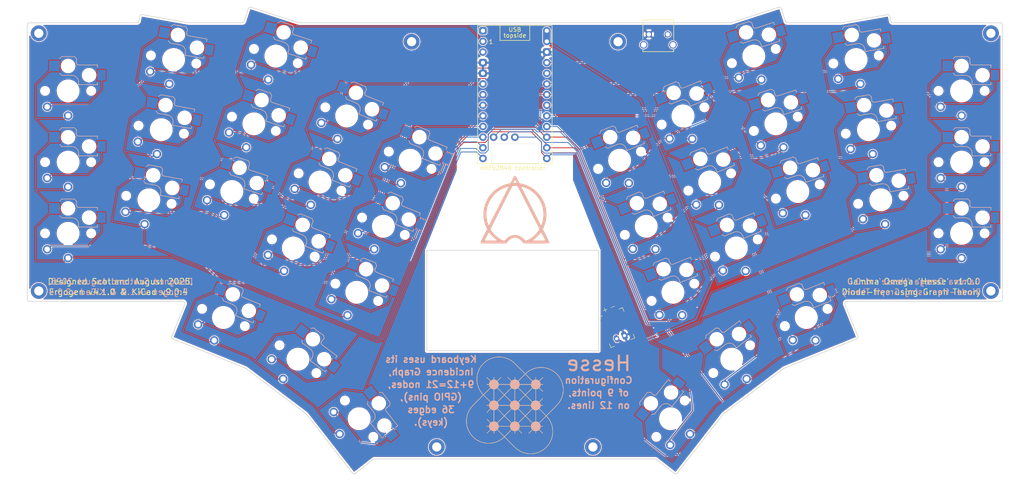
<source format=kicad_pcb>
(kicad_pcb (version 20241229) (generator "pcbnew") (generator_version "9.0")
  (title_block (title "gamma-omega-hesse") (date "2025-09-18") (rev "v1.0.0") (company "Unknown"))
  (layers (0 "F.Cu" signal) (2 "B.Cu" signal) (13 "F.Paste" user) (15 "B.Paste" user) (5 "F.SilkS" user "F.Silkscreen") (7 "B.SilkS" user "B.Silkscreen") (1 "F.Mask" user) (3 "B.Mask" user) (25 "Edge.Cuts" user))
  (net 0 "")
  (net 1 "C1")
  (net 2 "R2")
  (net 3 "GND")
  (net 4 "R3")
  (net 5 "R1")
  (net 6 "C2")
  (net 7 "R5")
  (net 8 "R4")
  (net 9 "C3")
  (net 10 "R6")
  (net 11 "R7")
  (net 12 "C4")
  (net 13 "R8")
  (net 14 "R9")
  (net 15 "C5")
  (net 16 "C6")
  (net 17 "C12")
  (net 18 "C11")
  (net 19 "C10")
  (net 20 "C9")
  (net 21 "C8")
  (net 22 "C7")
  (net 23 "RST")
  (net 24 "RAW")
  (net 25 "VCC")
  (footprint "ceoloide:mounting_hole_plated" (layer "F.Cu") (at 138 151)
    (property "Reference" "H7" (hide yes))
    (property "Value" "")
  )
  (footprint "PCM_marbastlib-xp-promicroish:nice_nano_AH_USBup" (layer "F.Cu") (at 156.65 68.15)
    (property "Reference" " nRF52840 controller")
    (property "Value" "nice_nano_AH_USBup")
  )
  (footprint "ceoloide:mounting_hole_plated" (layer "F.Cu") (at 43 52.25)
    (property "Reference" "H1" (hide yes))
    (property "Value" "")
  )
  (footprint "ceoloide:mounting_hole_plated" (layer "F.Cu") (at 270.287923 52.25)
    (property "Reference" "H2" (hide yes))
    (property "Value" "")
  )
  (footprint "ceoloide:mounting_hole_plated" (layer "F.Cu") (at 181.287923 54.25)
    (property "Reference" "H6" (hide yes))
    (property "Value" "")
  )
  (footprint "ceoloide:mounting_hole_plated" (layer "F.Cu") (at 270.287923 113.75)
    (property "Reference" "H4" (hide yes))
    (property "Value" "")
  )
  (footprint "ceoloide:battery_connector_jst_ph_2" (layer "F.Cu") (at 181.883202 124.785997 -158)
    (property "Reference" "JST1" (hide yes))
    (property "Value" "")
  )
  (footprint "ceoloide:mounting_hole_plated" (layer "F.Cu") (at 132 54.25)
    (property "Reference" "H5" (hide yes))
    (property "Value" "")
  )
  (footprint "ceoloide:mounting_hole_plated" (layer "F.Cu") (at 175.287923 151)
    (property "Reference" "H8" (hide yes))
    (property "Value" "")
  )
  (footprint "ceoloide:mounting_hole_plated" (layer "F.Cu") (at 43 113.75)
    (property "Reference" "H3" (hide yes))
    (property "Value" "")
  )
  (footprint "peterjc:reset_switch_1825027-8" (layer "F.Cu") (at 193.137923 52.5 180)
    (property "Reference" "RST1" (hide yes))
    (property "Value" "")
  )
  (footprint "ceoloide:switch_choc_v1_v2" (layer "B.Cu") (at 218.942637 73.85253 18)
    (property "Reference" "S26" (hide yes))
    (property "Value" "")
  )
  (footprint "ceoloide:switch_choc_v1_v2" (layer "B.Cu") (at 87.085962 120.092106 -22)
    (property "Reference" "S16" (hide yes))
    (property "Value" "")
  )
  (footprint "ceoloide:switch_choc_v1_v2" (layer "B.Cu") (at 104.870343 130.041548 -37)
    (property "Reference" "S17" (hide yes))
    (property "Value" "")
  )
  (footprint "ceoloide:switch_choc_v1_v2" (layer "B.Cu") (at 188.012274 98.312293 22)
    (property "Reference" "S32" (hide yes))
    (property "Value" "")
  )
  (footprint "ceoloide:switch_choc_v1_v2" (layer "B.Cu") (at 209.524643 103.506866 22)
    (property "Reference" "S28" (hide yes))
    (property "Value" "")
  )
  (footprint "ceoloide:switch_choc_v1_v2" (layer "B.Cu") (at 196.788019 71.982615 22)
    (property "Reference" "S30" (hide yes))
    (property "Value" "")
  )
  (footprint "ceoloide:switch_choc_v1_v2" (layer "B.Cu") (at 224.195926 90.020491 18)
    (property "Reference" "S25" (hide yes))
    (property "Value" "")
  )
  (footprint "ceoloide:switch_choc_v1_v2" (layer "B.Cu") (at 226.201961 120.092106 22)
    (property "Reference" "S34" (hide yes))
    (property "Value" "")
  )
  (footprint "ceoloide:switch_choc_v1_v2" (layer "B.Cu") (at 50 100)
    (property "Reference" "S1" (hide yes))
    (property "Value" "")
  )
  (footprint "ceoloide:switch_choc_v1_v2" (layer "B.Cu") (at 193.814292 144.254908 52)
    (property "Reference" "S36" (hide yes))
    (property "Value" "")
  )
  (footprint "ceoloide:switch_choc_v1_v2" (layer "B.Cu") (at 238.105514 58.509612 10)
    (property "Reference" "S24" (hide yes))
    (property "Value" "")
  )
  (footprint "ceoloide:switch_choc_v1_v2" (layer "B.Cu") (at 208.41758 130.041548 37)
    (property "Reference" "S35" (hide yes))
    (property "Value" "")
  )
  (footprint "ceoloide:switch_choc_v1_v2" (layer "B.Cu") (at 263.287923 66)
    (property "Reference" "S21" (hide yes))
    (property "Value" "")
  )
  (footprint "ceoloide:switch_choc_v1_v2" (layer "B.Cu") (at 99.598575 57.68457 -18)
    (property "Reference" "S9" (hide yes))
    (property "Value" "")
  )
  (footprint "ceoloide:switch_choc_v1_v2" (layer "B.Cu") (at 125.27565 98.312293 -22)
    (property "Reference" "S14" (hide yes))
    (property "Value" "")
  )
  (footprint "ceoloide:switch_choc_v1_v2" (layer "B.Cu") (at 94.345286 73.85253 -18)
    (property "Reference" "S8" (hide yes))
    (property "Value" "")
  )
  (footprint "ceoloide:switch_choc_v1_v2" (layer "B.Cu") (at 72.23039 75.251344 -10)
    (property "Reference" "S5" (hide yes))
    (property "Value" "")
  )
  (footprint "ceoloide:switch_choc_v1_v2" (layer "B.Cu") (at 263.287923 100)
    (property "Reference" "S19" (hide yes))
    (property "Value" "")
  )
  (footprint "ceoloide:switch_choc_v1_v2" (layer "B.Cu") (at 69.278371 91.993076 -10)
    (property "Reference" "S4" (hide yes))
    (property "Value" "")
  )
  (footprint "ceoloide:switch_choc_v1_v2" (layer "B.Cu") (at 75.182409 58.509612 -10)
    (property "Reference" "S6" (hide yes))
    (property "Value" "")
  )
  (footprint "ceoloide:switch_choc_v1_v2" (layer "B.Cu") (at 116.499905 71.982615 -22)
    (property "Reference" "S12" (hide yes))
    (property "Value" "")
  )
  (footprint "ceoloide:switch_choc_v1_v2" (layer "B.Cu") (at 241.057533 75.251344 10)
    (property "Reference" "S23" (hide yes))
    (property "Value" "")
  )
  (footprint "ceoloide:switch_choc_v1_v2" (layer "B.Cu") (at 118.907337 114.074418 -22)
    (property "Reference" "S13" (hide yes))
    (property "Value" "")
  )
  (footprint "ceoloide:switch_choc_v1_v2" (layer "B.Cu") (at 89.091997 90.020491 -18)
    (property "Reference" "S7" (hide yes))
    (property "Value" "")
  )
  (footprint "ceoloide:switch_choc_v1_v2" (layer "B.Cu") (at 103.76328 103.506866 -22)
    (property "Reference" "S10" (hide yes))
    (property "Value" "")
  )
  (footprint "ceoloide:switch_choc_v1_v2" (layer "B.Cu") (at 119.473631 144.254908 -52)
    (property "Reference" "S18" (hide yes))
    (property "Value" "")
  )
  (footprint "ceoloide:switch_choc_v1_v2" (layer "B.Cu") (at 50 83)
    (property "Reference" "S2" (hide yes))
    (property "Value" "")
  )
  (footprint "ceoloide:switch_choc_v1_v2" (layer "B.Cu") (at 194.380586 114.074418 22)
    (property "Reference" "S31" (hide yes))
    (property "Value" "")
  )
  (footprint "ceoloide:switch_choc_v1_v2" (layer "B.Cu") (at 213.689348 57.68457 18)
    (property "Reference" "S27" (hide yes))
    (property "Value" "")
  )
  (footprint "ceoloide:switch_choc_v1_v2" (layer "B.Cu") (at 203.156331 87.744741 22)
    (property "Reference" "S29" (hide yes))
    (property "Value" "")
  )
  (footprint "ceoloide:switch_choc_v1_v2" (layer "B.Cu") (at 263.287923 83)
    (property "Reference" "S20" (hide yes))
    (property "Value" "")
  )
  (footprint "ceoloide:switch_choc_v1_v2" (layer "B.Cu") (at 50 66)
    (property "Reference" "S3" (hide yes))
    (property "Value" "")
  )
  (footprint "ceoloide:switch_choc_v1_v2" (layer "B.Cu") (at 110.131592 87.744741 -22)
    (property "Reference" "S11" (hide yes))
    (property "Value" "")
  )
  (footprint "ceoloide:switch_choc_v1_v2" (layer "B.Cu") (at 181.643962 82.550167 22)
    (property "Reference" "S33" (hide yes))
    (property "Value" "")
  )
  (footprint "ceoloide:switch_choc_v1_v2" (layer "B.Cu") (at 244.009552 91.993076 10)
    (property "Reference" "S22" (hide yes))
    (property "Value" "")
  )
  (footprint "ceoloide:switch_choc_v1_v2" (layer "B.Cu") (at 131.643962 82.550167 -22)
    (property "Reference" "S15" (hide yes))
    (property "Value" "")
  )
  (gr_line (start 149.977295 146.074418) (end 163.310628 146.074418) (stroke (width 0.1)) (layer "F.SilkS"))
  (gr_circle (center 156.643962 141.074418) (end 156.643962 142.074418) (stroke (width 0.3)) (fill yes) (layer "F.SilkS"))
  (gr_circle (center 156.643962 136.074418) (end 156.643962 137.074418) (stroke (width 0.3)) (fill yes) (layer "F.SilkS"))
  (gr_line (start 161.643962 134.407752) (end 161.643962 147.741085) (stroke (width 0.1)) (layer "F.SilkS"))
  (gr_circle (center 151.643962 136.074418) (end 151.643962 137.074418) (stroke (width 0.3)) (fill yes) (layer "F.SilkS"))
  (gr_line (start 154.977295 134.407752) (end 164.143962 143.574418) (stroke (width 0.1)) (layer "F.SilkS"))
  (gr_circle (center 161.643962 136.074418) (end 161.643962 137.074418) (stroke (width 0.3)) (fill yes) (layer "F.SilkS"))
  (gr_circle (center 156.643962 146.074418) (end 156.643962 147.074418) (stroke (width 0.3)) (fill yes) (layer "F.SilkS"))
  (gr_line (start 149.143962 138.574418) (end 158.310628 147.741085) (stroke (width 0.1)) (layer "F.SilkS"))
  (gr_line (start 149.977295 141.074418) (end 163.310628 141.074418) (stroke (width 0.1)) (layer "F.SilkS"))
  (gr_arc (start 159.143962 133.574418) (mid 166.643962 133.574418) (end 166.643962 141.074418) (stroke (width 0.1)) (layer "F.SilkS"))
  (gr_arc (start 154.143962 148.574418) (mid 146.643962 148.574418) (end 146.643962 141.074418) (stroke (width 0.1)) (layer "F.SilkS"))
  (gr_circle (center 151.643962 146.074418) (end 151.643962 147.074418) (stroke (width 0.3)) (fill yes) (layer "F.SilkS"))
  (gr_line (start 159.977295 147.741085) (end 166.643962 141.074418) (stroke (width 0.1)) (layer "F.SilkS"))
  (gr_circle (center 161.643962 141.074418) (end 161.643962 142.074418) (stroke (width 0.3)) (fill yes) (layer "F.SilkS"))
  (gr_circle (center 151.643962 141.074418) (end 151.643962 142.074418) (stroke (width 0.3)) (fill yes) (layer "F.SilkS"))
  (gr_line (start 156.643962 131.074418) (end 163.310628 137.741085) (stroke (width 0.1)) (layer "F.SilkS"))
  (gr_poly (pts (xy 156.681283 86.302636) (xy 156.693467 86.303401) (xy 156.705807 86.304646) (xy 156.718222 86.306348) (xy 156.730632 86.308484) (xy 156.742959 86.31103) (xy 156.755123 86.313964) (xy 156.767043 86.31726) (xy 156.77864 86.320896) (xy 156.789834 86.324849) (xy 156.800545 86.329094) (xy 156.810694 86.333608) (xy 156.820201 86.338368) (xy 156.828986 86.34335) (xy 156.83697 86.348532) (xy 156.844072 86.353888) (xy 156.85265 86.363403) (xy 156.865249 86.381026) (xy 156.881623 86.406309) (xy 156.901525 86.438804) (xy 156.950925 86.523634) (xy 157.011474 86.631932) (xy 157.081196 86.760112) (xy 157.158117 86.904589) (xy 157.240262 87.061775) (xy 157.325654 87.228087) (xy 157.744359 88.050776) (xy 158.141732 88.130771) (xy 158.40768 88.189086) (xy 158.669768 88.25616) (xy 158.927895 88.331938) (xy 159.181956 88.416367) (xy 159.431851 88.509393) (xy 159.677477 88.610963) (xy 159.918732 88.721023) (xy 160.155512 88.839519) (xy 160.387717 88.966399) (xy 160.615243 89.101608) (xy 160.837988 89.245093) (xy 161.055849 89.396801) (xy 161.268726 89.556678) (xy 161.476514 89.724669) (xy 161.679112 89.900723) (xy 161.876418 90.084785) (xy 162.107311 90.316939) (xy 162.326342 90.555745) (xy 162.533489 90.80116) (xy 162.72873 91.053141) (xy 162.912045 91.311646) (xy 163.083412 91.576633) (xy 163.24281 91.848059) (xy 163.390216 92.125881) (xy 163.525611 92.410058) (xy 163.648971 92.700546) (xy 163.760277 92.997303) (xy 163.859507 93.300286) (xy 163.946638 93.609454) (xy 164.021651 93.924763) (xy 164.084523 94.24617) (xy 164.135233 94.573635) (xy 164.157257 94.77729) (xy 164.172976 95.008856) (xy 164.18239 95.258662) (xy 164.185501 95.517035) (xy 164.18231 95.774303) (xy 164.172819 96.020795) (xy 164.15703 96.246839) (xy 164.134943 96.442763) (xy 164.082187 96.767488) (xy 164.016592 97.091489) (xy 163.939047 97.41184) (xy 163.850438 97.725615) (xy 163.751651 98.029889) (xy 163.643575 98.321735) (xy 163.527097 98.598228) (xy 163.465983 98.729802) (xy 163.403102 98.856441) (xy 163.327492 99.003617) (xy 164.104929 100.537542) (xy 164.41224 101.149907) (xy 164.658835 101.653051) (xy 164.822837 102.001591) (xy 164.867028 102.103704) (xy 164.882366 102.150147) (xy 164.882145 102.160417) (xy 164.881489 102.170641) (xy 164.878903 102.190909) (xy 164.874671 102.210862) (xy 164.868859 102.230412) (xy 164.861532 102.249468) (xy 164.852754 102.267944) (xy 164.842589 102.285748) (xy 164.831103 102.302794) (xy 164.818361 102.318992) (xy 164.804427 102.334252) (xy 164.789365 102.348487) (xy 164.773242 102.361608) (xy 164.756121 102.373525) (xy 164.738066 102.384149) (xy 164.719144 102.393393) (xy 164.699419 102.401166) (xy 164.677319 102.405104) (xy 164.634227 102.408768) (xy 164.483971 102.415281) (xy 164.246466 102.42073) (xy 163.919526 102.425137) (xy 162.988602 102.430917) (xy 161.673715 102.432802) (xy 158.73877 102.432802) (xy 158.629119 102.267655) (xy 158.598705 102.223989) (xy 158.563118 102.176627) (xy 158.52294 102.126169) (xy 158.478752 102.073215) (xy 158.431136 102.018366) (xy 158.380675 101.962221) (xy 158.273544 101.848448) (xy 158.162015 101.736698) (xy 158.050744 101.631773) (xy 157.996661 101.583371) (xy 157.944388 101.538476) (xy 157.894508 101.497688) (xy 157.847602 101.461608) (xy 157.778813 101.412585) (xy 157.707939 101.365886) (xy 157.635289 101.321627) (xy 157.561174 101.279923) (xy 157.485901 101.240891) (xy 157.409781 101.204647) (xy 157.333123 101.171305) (xy 157.256235 101.140981) (xy 157.179427 101.113792) (xy 157.103008 101.089852) (xy 157.027287 101.069278) (xy 156.952574 101.052186) (xy 156.879177 101.03869) (xy 156.807406 101.028907) (xy 156.737571 101.022952) (xy 156.669979 101.020942) (xy 156.548955 101.026803) (xy 156.424729 101.044104) (xy 156.297977 101.072417) (xy 156.169372 101.111317) (xy 156.039588 101.160379) (xy 155.9093 101.219175) (xy 155.779181 101.28728) (xy 155.649907 101.364268) (xy 155.52215 101.449713) (xy 155.396585 101.543188) (xy 155.273886 101.644269) (xy 155.154728 101.752528) (xy 155.039784 101.86754) (xy 154.929728 101.988879) (xy 154.825235 102.116119) (xy 154.726979 102.248833) (xy 154.597935 102.432802) (xy 151.652862 102.430938) (xy 149.555612 102.42254) (xy 148.904162 102.414478) (xy 148.64892 102.404975) (xy 148.64892 102.404973) (xy 148.638943 102.40067) (xy 148.629205 102.396029) (xy 148.619713 102.39106) (xy 148.610472 102.385771) (xy 148.601488 102.38017) (xy 148.592766 102.374268) (xy 148.584312 102.368072) (xy 148.576133 102.361591) (xy 148.568233 102.354834) (xy 148.560619 102.34781) (xy 148.553296 102.340528) (xy 148.546271 102.332996) (xy 148.539548 102.325223) (xy 148.533135 102.317218) (xy 148.527035 102.30899) (xy 148.521256 102.300548) (xy 148.515803 102.291899) (xy 148.510682 102.283054) (xy 148.505898 102.274021) (xy 148.501457 102.264808) (xy 148.497366 102.255425) (xy 148.49363 102.245879) (xy 148.490254 102.236181) (xy 148.487244 102.226339) (xy 148.484607 102.21636) (xy 148.482347 102.206256) (xy 148.480472 102.196033) (xy 148.478986 102.185701) (xy 148.477895 102.175269) (xy 148.477205 102.164745) (xy 148.476921 102.154138) (xy 148.477051 102.143458) (xy 148.479943 102.124418) (xy 148.487835 102.096666) (xy 148.500949 102.059734) (xy 148.51951 102.013157) (xy 148.54374 101.956466) (xy 148.573863 101.889195) (xy 148.652683 101.721044) (xy 148.668643 101.688224) (xy 149.463585 101.688224) (xy 149.463725 101.691047) (xy 149.465666 101.693735) (xy 149.46952 101.696291) (xy 149.475403 101.698719) (xy 149.48343 101.70102) (xy 149.493713 101.703197) (xy 149.52151 101.707196) (xy 149.559707 101.710737) (xy 149.609221 101.713846) (xy 149.670966 101.716545) (xy 149.745856 101.718859) (xy 149.834807 101.720812) (xy 149.938732 101.722427) (xy 150.195167 101.724739) (xy 150.522477 101.725987) (xy 150.92798 101.72636) (xy 151.968931 101.722695) (xy 152.285592 101.718729) (xy 152.401893 101.713886) (xy 152.401893 101.713885) (xy 152.401485 101.712931) (xy 152.400276 101.711366) (xy 152.395534 101.70647) (xy 152.387825 101.699326) (xy 152.37731 101.690063) (xy 152.348498 101.665703) (xy 152.310377 101.634426) (xy 152.264223 101.59727) (xy 152.211316 101.555273) (xy 152.152932 101.509473) (xy 152.090349 101.460906) (xy 151.988435 101.380364) (xy 151.884949 101.294969) (xy 151.780445 101.205291) (xy 151.675477 101.111899) (xy 151.466369 100.916256) (xy 151.262058 100.712601) (xy 151.06698 100.505496) (xy 150.97429 100.402076) (xy 150.88557 100.299503) (xy 150.801377 100.198348) (xy 150.722263 100.099181) (xy 150.648784 100.002573) (xy 150.581494 99.909093) (xy 150.559459 99.878113) (xy 150.538091 99.849197) (xy 150.517914 99.822981) (xy 150.499455 99.800096) (xy 150.483239 99.781178) (xy 150.469793 99.76686) (xy 150.464272 99.761624) (xy 150.459641 99.757776) (xy 150.455965 99.755395) (xy 150.45331 99.75456) (xy 150.40584 99.834403) (xy 150.292941 100.045763) (xy 149.958145 100.692495) (xy 149.623501 101.353676) (xy 149.510791 101.583096) (xy 149.463585 101.688224) (xy 148.668643 101.688224) (xy 148.757759 101.504966) (xy 148.890878 101.237226) (xy 149.053829 100.914088) (xy 149.2484 100.531814) (xy 150.016345 99.028199) (xy 150.004516 99.002033) (xy 150.841833 99.002033) (xy 150.842062 99.004519) (xy 150.84274 99.007645) (xy 150.845399 99.015741) (xy 150.849722 99.026167) (xy 150.855619 99.038768) (xy 150.863 99.053389) (xy 150.871775 99.069876) (xy 150.893153 99.107832) (xy 150.919034 99.151397) (xy 150.948703 99.199337) (xy 150.981443 99.250414) (xy 151.016538 99.303394) (xy 151.14299 99.484201) (xy 151.276763 99.662043) (xy 151.41741 99.83653) (xy 151.564482 100.00727) (xy 151.717532 100.17387) (xy 151.876111 100.335941) (xy 152.039773 100.493089) (xy 152.208068 100.644924) (xy 152.38055 100.791053) (xy 152.55677 100.931085) (xy 152.73628 101.064629) (xy 152.918633 101.191293) (xy 153.10338 101.310684) (xy 153.290073 101.422413) (xy 153.478266 101.526086) (xy 153.667509 101.621313) (xy 153.729448 101.650154) (xy 153.757507 101.66247) (xy 153.783951 101.673467) (xy 153.809024 101.683212) (xy 153.83297 101.691768) (xy 153.856033 101.6992) (xy 153.878457 101.705572) (xy 153.900487 101.71095) (xy 153.922366 101.715396) (xy 153.944338 101.718977) (xy 153.966648 101.721756) (xy 153.98954 101.723798) (xy 154.013257 101.725168) (xy 154.038044 101.72593) (xy 154.064144 101.726148) (xy 154.241585 101.725936) (xy 154.388761 101.54694) (xy 154.431942 101.496037) (xy 154.478431 101.444266) (xy 154.527917 101.39189) (xy 154.580088 101.339171) (xy 154.634636 101.28637) (xy 154.69125 101.233749) (xy 154.749619 101.181571) (xy 154.809434 101.130098) (xy 154.870384 101.079591) (xy 154.932159 101.030313) (xy 154.994448 100.982525) (xy 155.056941 100.93649) (xy 155.119329 100.892469) (xy 155.1813 100.850725) (xy 155.242544 100.81152) (xy 155.302752 100.775115) (xy 155.389384 100.726184) (xy 155.476225 100.680817) (xy 155.563346 100.638996) (xy 155.650823 100.600702) (xy 155.738728 100.565917) (xy 155.827135 100.534623) (xy 155.916118 100.506801) (xy 156.005749 100.482432) (xy 156.096102 100.461498) (xy 156.187251 100.443981) (xy 156.279268 100.429861) (xy 156.372229 100.419121) (xy 156.466205 100.411743) (xy 156.561271 100.407706) (xy 156.657499 100.406994) (xy 156.754964 100.409588) (xy 156.83319 100.41371) (xy 156.908612 100.419246) (xy 156.98158 100.426285) (xy 157.052445 100.434918) (xy 157.121557 100.445234) (xy 157.189266 100.457324) (xy 157.255923 100.471278) (xy 157.321877 100.487186) (xy 157.38748 100.505139) (xy 157.453082 100.525226) (xy 157.519032 100.547538) (xy 157.585682 100.572164) (xy 157.653382 100.599196) (xy 157.722481 100.628723) (xy 157.79333 100.660835) (xy 157.866281 100.695623) (xy 157.936967 100.731141) (xy 158.006549 100.7682) (xy 158.075064 100.806828) (xy 158.142546 100.84705) (xy 158.209031 100.888892) (xy 158.274553 100.932383) (xy 158.339147 100.977547) (xy 158.40285 101.024411) (xy 158.465695 101.073002) (xy 158.527718 101.123347) (xy 158.588954 101.175472) (xy 158.649438 101.229403) (xy 158.709206 101.285167) (xy 158.768293 101.342791) (xy 158.826733 101.402301) (xy 158.884561 101.463723) (xy 159.126772 101.726362) (xy 159.296811 101.726362) (xy 159.323876 101.726093) (xy 159.349327 101.725181) (xy 159.373632 101.723465) (xy 159.397261 101.720787) (xy 159.42068 101.716987) (xy 159.444359 101.711906) (xy 159.468766 101.705383) (xy 159.486716 101.699688) (xy 160.967499 101.699688) (xy 160.969284 101.701136) (xy 160.974594 101.702556) (xy 160.995524 101.705309) (xy 161.076754 101.710431) (xy 161.206919 101.714977) (xy 161.381753 101.718869) (xy 161.596987 101.722031) (xy 161.848352 101.724384) (xy 162.442403 101.72636) (xy 163.165157 101.724711) (xy 163.614922 101.718895) (xy 163.75355 101.714019) (xy 163.84327 101.707614) (xy 163.890528 101.699517) (xy 163.900249 101.694784) (xy 163.901772 101.689567) (xy 163.901773 101.689567) (xy 163.83604 101.551683) (xy 163.713283 101.308276) (xy 163.376432 100.657321) (xy 163.050682 100.041556) (xy 162.941803 99.842135) (xy 162.895499 99.765832) (xy 162.893721 99.765832) (xy 162.891431 99.766561) (xy 162.888646 99.768001) (xy 162.88538 99.770135) (xy 162.877467 99.776415) (xy 162.867811 99.785259) (xy 162.856535 99.796527) (xy 162.843757 99.810078) (xy 162.8296 99.825772) (xy 162.814184 99.843467) (xy 162.79763 99.863023) (xy 162.780058 99.884299) (xy 162.761589 99.907155) (xy 162.742344 99.93145) (xy 162.722444 99.957044) (xy 162.702009 99.983795) (xy 162.68116 100.011563) (xy 162.660018 100.040207) (xy 162.589851 100.133051) (xy 162.512392 100.229995) (xy 162.42846 100.330225) (xy 162.338877 100.432929) (xy 162.244464 100.537294) (xy 162.146042 100.642507) (xy 161.940459 100.852226) (xy 161.728696 101.055584) (xy 161.62255 101.152844) (xy 161.517324 101.246076) (xy 161.413838 101.334466) (xy 161.312913 101.417202) (xy 161.215372 101.493469) (xy 161.122034 101.562456) (xy 161.090991 101.585209) (xy 161.062031 101.607488) (xy 161.035788 101.62873) (xy 161.012894 101.648373) (xy 160.993985 101.665852) (xy 160.986222 101.673605) (xy 160.979693 101.680607) (xy 160.974477 101.686786) (xy 160.970653 101.692073) (xy 160.968301 101.696397) (xy 160.967701 101.698176) (xy 160.967499 101.699688) (xy 159.486716 101.699688) (xy 159.494368 101.69726) (xy 159.521634 101.687377) (xy 159.551033 101.675575) (xy 159.583033 101.661693) (xy 159.618101 101.645574) (xy 159.656706 101.627056) (xy 159.699317 101.605981) (xy 159.798427 101.555521) (xy 159.990904 101.452259) (xy 160.180195 101.342514) (xy 160.366083 101.226482) (xy 160.548351 101.104359) (xy 160.726783 100.976338) (xy 160.901162 100.842616) (xy 161.071272 100.703387) (xy 161.236895 100.558847) (xy 161.397816 100.40919) (xy 161.553817 100.254613) (xy 161.704683 100.09531) (xy 161.850195 99.931475) (xy 161.990139 99.763306) (xy 162.124297 99.590995) (xy 162.252452 99.41474) (xy 162.374388 99.234734) (xy 162.530284 98.996055) (xy 159.922396 93.878132) (xy 157.36105 88.875229) (xy 158.171168 88.875229) (xy 162.903096 98.176049) (xy 162.905555 98.179487) (xy 162.908228 98.181882) (xy 162.911118 98.183221) (xy 162.912646 98.183492) (xy 162.914232 98.183494) (xy 162.917575 98.182686) (xy 162.921152 98.180787) (xy 162.92497 98.177785) (xy 162.929034 98.173666) (xy 162.933349 98.16842) (xy 162.93792 98.162033) (xy 162.942754 98.154494) (xy 162.947855 98.14579) (xy 162.953229 98.13591) (xy 162.958882 98.124841) (xy 162.971046 98.099088) (xy 162.98439 98.068434) (xy 162.998958 98.032782) (xy 163.014795 97.992034) (xy 163.031944 97.946095) (xy 163.050449 97.894866) (xy 163.070354 97.83825) (xy 163.091703 97.77615) (xy 163.11454 97.708469) (xy 163.188261 97.475348) (xy 163.253752 97.241213) (xy 163.311005 97.006214) (xy 163.360013 96.7705) (xy 163.40077 96.534222) (xy 163.433266 96.297529) (xy 163.457496 96.060572) (xy 163.47345 95.8235) (xy 163.481123 95.586463) (xy 163.480506 95.349611) (xy 163.471592 95.113094) (xy 163.454374 94.877062) (xy 163.428843 94.641665) (xy 163.394994 94.407052) (xy 163.352817 94.173374) (xy 163.302306 93.94078) (xy 163.187173 93.514608) (xy 163.045777 93.099682) (xy 162.879045 92.697019) (xy 162.687907 92.307637) (xy 162.473294 91.932555) (xy 162.236133 91.57279) (xy 161.977356 91.22936) (xy 161.69789 90.903282) (xy 161.398665 90.595575) (xy 161.080611 90.307257) (xy 160.744658 90.039345) (xy 160.391733 89.792857) (xy 160.022768 89.568812) (xy 159.638691 89.368227) (xy 159.240431 89.192119) (xy 158.828919 89.041508) (xy 158.673629 88.991167) (xy 158.539493 88.949341) (xy 158.426373 88.915995) (xy 158.33413 88.891093) (xy 158.262627 88.8746) (xy 158.211724 88.866482) (xy 158.193955 88.865553) (xy 158.181284 88.866704) (xy 158.173694 88.869931) (xy 158.171799 88.872321) (xy 158.171168 88.875229) (xy 157.36105 88.875229) (xy 157.289157 88.734806) (xy 157.283895 88.731494) (xy 157.27492 88.728253) (xy 157.246641 88.722014) (xy 157.20594 88.716146) (xy 157.154433 88.710706) (xy 157.025477 88.701336) (xy 156.872716 88.694358) (xy 156.709095 88.690227) (xy 156.547556 88.689398) (xy 156.401043 88.692325) (xy 156.337466 88.695339) (xy 156.2825 88.699462) (xy 156.060139 88.720299) (xy 153.450986 93.840227) (xy 151.608272 97.468479) (xy 150.841833 99.002033) (xy 150.004516 99.002033) (xy 149.851453 98.663466) (xy 149.721175 98.359877) (xy 149.604238 98.054999) (xy 149.500651 97.748911) (xy 149.41042 97.441694) (xy 149.333554 97.133429) (xy 149.270061 96.824194) (xy 149.219948 96.514072) (xy 149.183223 96.203141) (xy 149.159893 95.891482) (xy 149.149967 95.579175) (xy 149.151012 95.485349) (xy 149.870718 95.485349) (xy 149.874436 95.760352) (xy 149.88568 96.018967) (xy 149.904985 96.265067) (xy 149.932886 96.502528) (xy 149.969919 96.735223) (xy 150.016618 96.967026) (xy 150.073519 97.201813) (xy 150.141156 97.443456) (xy 150.181968 97.575985) (xy 150.225257 97.708094) (xy 150.269014 97.834463) (xy 150.311232 97.949772) (xy 150.3499 98.0487) (xy 150.38301 98.125928) (xy 150.408555 98.176134) (xy 150.417862 98.189442) (xy 150.424524 98.193999) (xy 150.465176 98.122048) (xy 150.573944 97.915889) (xy 150.966044 97.158764) (xy 152.24 94.67) (xy 154.618263 90.00187) (xy 155.200987 88.857587) (xy 155.074771 88.878911) (xy 155.00321 88.893002) (xy 154.921694 88.912599) (xy 154.73387 88.966389) (xy 154.521438 89.036441) (xy 154.29454 89.118914) (xy 154.063316 89.209966) (xy 153.837907 89.305757) (xy 153.628455 89.402445) (xy 153.532881 89.449925) (xy 153.445099 89.496189) (xy 153.161819 89.659401) (xy 152.887518 89.835145) (xy 152.622582 90.022959) (xy 152.3674 90.22238) (xy 152.122359 90.432948) (xy 151.887848 90.654199) (xy 151.664254 90.885672) (xy 151.451966 91.126904) (xy 151.25137 91.377435) (xy 151.062856 91.636801) (xy 150.886811 91.904542) (xy 150.723623 92.180194) (xy 150.573679 92.463295) (xy 150.437368 92.753385) (xy 150.315078 93.050001) (xy 150.207196 93.35268) (xy 150.124246 93.620234) (xy 150.05395 93.881352) (xy 150.023396 94.01046) (xy 149.995824 94.139113) (xy 149.971172 94.267697) (xy 149.94938 94.396597) (xy 149.930387 94.526198) (xy 149.914133 94.656884) (xy 149.900557 94.78904) (xy 149.889598 94.923051) (xy 149.875288 95.19818) (xy 149.870718 95.485349) (xy 149.151012 95.485349) (xy 149.153452 95.2663) (xy 149.170355 94.952938) (xy 149.200686 94.639168) (xy 149.24445 94.325071) (xy 149.301657 94.010727) (xy 149.372314 93.696216) (xy 149.448595 93.411503) (xy 149.536505 93.12983) (xy 149.635786 92.851614) (xy 149.746175 92.577272) (xy 149.867414 92.307221) (xy 149.999241 92.041878) (xy 150.141397 91.78166) (xy 150.29362 91.526983) (xy 150.455652 91.278265) (xy 150.627231 91.035922) (xy 150.808097 90.800372) (xy 150.99799 90.572032) (xy 151.19665 90.351318) (xy 151.403816 90.138647) (xy 151.619228 89.934437) (xy 151.842626 89.739104) (xy 151.959258 89.643962) (xy 152.082341 89.548758) (xy 152.211179 89.453896) (xy 152.345074 89.35978) (xy 152.483329 89.266815) (xy 152.625247 89.175403) (xy 152.77013 89.085948) (xy 152.917282 88.998856) (xy 153.066005 88.914529) (xy 153.215602 88.833371) (xy 153.365375 88.755788) (xy 153.514628 88.682181) (xy 153.662663 88.612956) (xy 153.808784 88.548516) (xy 153.952292 88.489266) (xy 154.092491 88.435608) (xy 154.23644 88.386376) (xy 154.409457 88.332836) (xy 154.600557 88.277863) (xy 154.798754 88.224334) (xy 154.993059 88.175124) (xy 155.172486 88.133109) (xy 155.32605 88.101165) (xy 155.442762 88.082168) (xy 155.613712 88.061274) (xy 155.661495 87.965758) (xy 156.287323 87.965758) (xy 156.287843 87.966497) (xy 156.289386 87.967227) (xy 156.295438 87.968655) (xy 156.305276 87.970034) (xy 156.318695 87.971356) (xy 156.355464 87.973805) (xy 156.404114 87.975941) (xy 156.463014 87.977705) (xy 156.530533 87.979038) (xy 156.605041 87.979881) (xy 156.684908 87.980176) (xy 157.082492 87.980176) (xy 156.890743 87.59752) (xy 156.851767 87.520653) (xy 156.814522 87.448942) (xy 156.779886 87.383958) (xy 156.748737 87.327269) (xy 156.721954 87.280446) (xy 156.700415 87.245058) (xy 156.684998 87.222674) (xy 156.67986 87.216849) (xy 156.676583 87.214864) (xy 156.668984 87.222882) (xy 156.654234 87.24558) (xy 156.607499 87.326879) (xy 156.544813 87.442491) (xy 156.474609 87.576145) (xy 156.405324 87.71157) (xy 156.345391 87.832494) (xy 156.303246 87.922647) (xy 156.29148 87.9511) (xy 156.287323 87.965758) (xy 155.661495 87.965758) (xy 156.00686 87.275392) (xy 156.165725 86.962866) (xy 156.307649 86.692878) (xy 156.417148 86.494284) (xy 156.4549 86.430779) (xy 156.47874 86.395943) (xy 156.490284 86.382548) (xy 156.501353 86.370416) (xy 156.51206 86.359492) (xy 156.522518 86.349722) (xy 156.532837 86.341049) (xy 156.53798 86.337107) (xy 156.543131 86.33342) (xy 156.548304 86.329979) (xy 156.553512 86.326778) (xy 156.558769 86.323811) (xy 156.564091 86.321069) (xy 156.56949 86.318548) (xy 156.574981 86.316239) (xy 156.580577 86.314135) (xy 156.586293 86.31223) (xy 156.592143 86.310518) (xy 156.598141 86.30899) (xy 156.604301 86.307641) (xy 156.610637 86.306462) (xy 156.623891 86.304592) (xy 156.638018 86.303324) (xy 156.653128 86.302604) (xy 156.669334 86.302376)) (stroke (width -0.000001)) (fill yes) (layer "F.SilkS"))
  (gr_line (start 149.977295 136.074418) (end 163.310628 136.074418) (stroke (width 0.1)) (layer "F.SilkS"))
  (gr_line (start 149.977295 134.407752) (end 163.310628 147.741085) (stroke (width 0.1)) (layer "F.SilkS"))
  (gr_line (start 149.977295 142.741085) (end 159.143962 133.574418) (stroke (width 0.1)) (layer "F.SilkS"))
  (gr_line (start 154.143962 148.574418) (end 163.310628 139.407752) (stroke (width 0.1)) (layer "F.SilkS"))
  (gr_circle (center 161.643962 146.074418) (end 161.643962 147.074418) (stroke (width 0.3)) (fill yes) (layer "F.SilkS"))
  (gr_line (start 149.977295 144.407752) (end 156.643962 151.074418) (stroke (width 0.1)) (layer "F.SilkS"))
  (gr_arc (start 149.143962 138.574418) (mid 149.143962 131.074418) (end 156.643962 131.074418) (stroke (width 0.1)) (layer "F.SilkS"))
  (gr_line (start 149.977295 147.741085) (end 163.310628 134.407752) (stroke (width 0.1)) (layer "F.SilkS"))
  (gr_line (start 151.643962 134.407752) (end 151.643962 147.741085) (stroke (width 0.1)) (layer "F.SilkS"))
  (gr_line (start 146.643962 141.074418) (end 153.310628 134.407752) (stroke (width 0.1)) (layer "F.SilkS"))
  (gr_arc (start 164.143962 143.574418) (mid 164.143962 151.074418) (end 156.643962 151.074418) (stroke (width 0.1)) (layer "F.SilkS"))
  (gr_line (start 156.643962 134.407752) (end 156.643962 147.741085) (stroke (width 0.1)) (layer "F.SilkS"))
  (gr_line (start 156.643962 134.407752) (end 156.643962 147.741085) (stroke (width 0.1)) (layer "B.SilkS"))
  (gr_poly (pts (xy 156.674373 86.297772) (xy 156.686557 86.298537) (xy 156.698897 86.299782) (xy 156.711312 86.301484) (xy 156.723722 86.30362) (xy 156.736049 86.306166) (xy 156.748213 86.3091) (xy 156.760133 86.312396) (xy 156.77173 86.316032) (xy 156.782924 86.319985) (xy 156.793635 86.32423) (xy 156.803784 86.328744) (xy 156.813291 86.333504) (xy 156.822076 86.338486) (xy 156.83006 86.343668) (xy 156.837162 86.349024) (xy 156.84574 86.358539) (xy 156.858339 86.376162) (xy 156.874713 86.401445) (xy 156.894615 86.43394) (xy 156.944015 86.51877) (xy 157.004564 86.627068) (xy 157.074286 86.755248) (xy 157.151207 86.899725) (xy 157.233352 87.056911) (xy 157.318744 87.223223) (xy 157.737449 88.045912) (xy 158.134822 88.125907) (xy 158.40077 88.184222) (xy 158.662858 88.251296) (xy 158.920985 88.327074) (xy 159.175046 88.411503) (xy 159.424941 88.504529) (xy 159.670567 88.606099) (xy 159.911822 88.716159) (xy 160.148602 88.834655) (xy 160.380807 88.961535) (xy 160.608333 89.096744) (xy 160.831078 89.240229) (xy 161.048939 89.391937) (xy 161.261816 89.551814) (xy 161.469604 89.719805) (xy 161.672202 89.895859) (xy 161.869508 90.079921) (xy 162.100401 90.312075) (xy 162.319432 90.550881) (xy 162.526579 90.796296) (xy 162.72182 91.048277) (xy 162.905135 91.306782) (xy 163.076502 91.571769) (xy 163.2359 91.843195) (xy 163.383306 92.121017) (xy 163.518701 92.405194) (xy 163.642061 92.695682) (xy 163.753367 92.992439) (xy 163.852597 93.295422) (xy 163.939728 93.60459) (xy 164.014741 93.919899) (xy 164.077613 94.241306) (xy 164.128323 94.568771) (xy 164.150347 94.772426) (xy 164.166066 95.003992) (xy 164.17548 95.253798) (xy 164.178591 95.512171) (xy 164.1754 95.769439) (xy 164.165909 96.015931) (xy 164.15012 96.241975) (xy 164.128033 96.437899) (xy 164.075277 96.762624) (xy 164.009682 97.086625) (xy 163.932137 97.406976) (xy 163.843528 97.720751) (xy 163.744741 98.025025) (xy 163.636665 98.316871) (xy 163.520187 98.593364) (xy 163.459073 98.724938) (xy 163.396192 98.851577) (xy 163.320582 98.998753) (xy 164.098019 100.532678) (xy 164.40533 101.145043) (xy 164.651925 101.648187) (xy 164.815927 101.996727) (xy 164.860118 102.09884) (xy 164.875456 102.145283) (xy 164.875235 102.155553) (xy 164.874579 102.165777) (xy 164.871993 102.186045) (xy 164.867761 102.205998) (xy 164.861949 102.225548) (xy 164.854622 102.244604) (xy 164.845844 102.26308) (xy 164.835679 102.280884) (xy 164.824193 102.29793) (xy 164.811451 102.314128) (xy 164.797517 102.329388) (xy 164.782455 102.343623) (xy 164.766332 102.356744) (xy 164.749211 102.368661) (xy 164.731156 102.379285) (xy 164.712234 102.388529) (xy 164.692509 102.396302) (xy 164.670409 102.40024) (xy 164.627317 102.403904) (xy 164.477061 102.410417) (xy 164.239556 102.415866) (xy 163.912616 102.420273) (xy 162.981692 102.426053) (xy 161.666805 102.427938) (xy 158.73186 102.427938) (xy 158.622209 102.262791) (xy 158.591795 102.219125) (xy 158.556208 102.171763) (xy 158.51603 102.121305) (xy 158.471842 102.068351) (xy 158.424226 102.013502) (xy 158.373765 101.957357) (xy 158.266634 101.843584) (xy 158.155105 101.731834) (xy 158.043834 101.626909) (xy 157.989751 101.578507) (xy 157.937478 101.533612) (xy 157.887598 101.492824) (xy 157.840692 101.456744) (xy 157.771903 101.407721) (xy 157.701029 101.361022) (xy 157.628379 101.316763) (xy 157.554264 101.275059) (xy 157.478991 101.236027) (xy 157.402871 101.199783) (xy 157.326213 101.166441) (xy 157.249325 101.136117) (xy 157.172517 101.108928) (xy 157.096098 101.084988) (xy 157.020377 101.064414) (xy 156.945664 101.047322) (xy 156.872267 101.033826) (xy 156.800496 101.024043) (xy 156.730661 101.018088) (xy 156.663069 101.016078) (xy 156.542045 101.021939) (xy 156.417819 101.03924) (xy 156.291067 101.067553) (xy 156.162462 101.106453) (xy 156.032678 101.155515) (xy 155.90239 101.214311) (xy 155.772271 101.282416) (xy 155.642997 101.359404) (xy 155.51524 101.444849) (xy 155.389675 101.538324) (xy 155.266976 101.639405) (xy 155.147818 101.747664) (xy 155.032874 101.862676) (xy 154.922818 101.984015) (xy 154.818325 102.111255) (xy 154.720069 102.243969) (xy 154.591025 102.427938) (xy 151.645952 102.426074) (xy 149.548702 102.417676) (xy 148.897252 102.409614) (xy 148.64201 102.400111) (xy 148.64201 102.400109) (xy 148.632033 102.395806) (xy 148.622295 102.391165) (xy 148.612803 102.386196) (xy 148.603562 102.380907) (xy 148.594578 102.375306) (xy 148.585856 102.369404) (xy 148.577402 102.363208) (xy 148.569223 102.356727) (xy 148.561323 102.34997) (xy 148.553709 102.342946) (xy 148.546386 102.335664) (xy 148.539361 102.328132) (xy 148.532638 102.320359) (xy 148.526225 102.312354) (xy 148.520125 102.304126) (xy 148.514346 102.295684) (xy 148.508893 102.287035) (xy 148.503772 102.27819) (xy 148.498988 102.269157) (xy 148.494547 102.259944) (xy 148.490456 102.250561) (xy 148.48672 102.241015) (xy 148.483344 102.231317) (xy 148.480334 102.221475) (xy 148.477697 102.211496) (xy 148.475437 102.201392) (xy 148.473562 102.191169) (xy 148.472076 102.180837) (xy 148.470985 102.170405) (xy 148.470295 102.159881) (xy 148.470011 102.149274) (xy 148.470141 102.138594) (xy 148.473033 102.119554) (xy 148.480925 102.091802) (xy 148.494039 102.05487) (xy 148.5126 102.008293) (xy 148.53683 101.951602) (xy 148.566953 101.884331) (xy 148.645773 101.71618) (xy 148.661733 101.68336) (xy 149.456675 101.68336) (xy 149.456815 101.686183) (xy 149.458756 101.688871) (xy 149.46261 101.691427) (xy 149.468493 101.693855) (xy 149.47652 101.696156) (xy 149.486803 101.698333) (xy 149.5146 101.702332) (xy 149.552797 101.705873) (xy 149.602311 101.708982) (xy 149.664056 101.711681) (xy 149.738946 101.713995) (xy 149.827897 101.715948) (xy 149.931822 101.717563) (xy 150.188257 101.719875) (xy 150.515567 101.721123) (xy 150.92107 101.721496) (xy 151.962021 101.717831) (xy 152.278682 101.713865) (xy 152.394983 101.709022) (xy 152.394983 101.709021) (xy 152.394575 101.708067) (xy 152.393366 101.706502) (xy 152.388624 101.701606) (xy 152.380915 101.694462) (xy 152.3704 101.685199) (xy 152.341588 101.660839) (xy 152.303467 101.629562) (xy 152.257313 101.592406) (xy 152.204406 101.550409) (xy 152.146022 101.504609) (xy 152.083439 101.456042) (xy 151.981525 101.3755) (xy 151.878039 101.290105) (xy 151.773535 101.200427) (xy 151.668567 101.107035) (xy 151.459459 100.911392) (xy 151.255148 100.707737) (xy 151.06007 100.500632) (xy 150.96738 100.397212) (xy 150.87866 100.294639) (xy 150.794467 100.193484) (xy 150.715353 100.094317) (xy 150.641874 99.997709) (xy 150.574584 99.904229) (xy 150.552549 99.873249) (xy 150.531181 99.844333) (xy 150.511004 99.818117) (xy 150.492545 99.795232) (xy 150.476329 99.776314) (xy 150.462883 99.761996) (xy 150.457362 99.75676) (xy 150.452731 99.752912) (xy 150.449055 99.750531) (xy 150.4464 99.749696) (xy 150.39893 99.829539) (xy 150.286031 100.040899) (xy 149.951235 100.687631) (xy 149.616591 101.348812) (xy 149.503881 101.578232) (xy 149.456675 101.68336) (xy 148.661733 101.68336) (xy 148.750849 101.500102) (xy 148.883968 101.232362) (xy 149.046919 100.909224) (xy 149.24149 100.52695) (xy 150.009435 99.023335) (xy 149.997606 98.997169) (xy 150.834923 98.997169) (xy 150.835152 98.999655) (xy 150.83583 99.002781) (xy 150.838489 99.010877) (xy 150.842812 99.021303) (xy 150.848709 99.033904) (xy 150.85609 99.048525) (xy 150.864865 99.065012) (xy 150.886243 99.102968) (xy 150.912124 99.146533) (xy 150.941793 99.194473) (xy 150.974533 99.24555) (xy 151.009628 99.29853) (xy 151.13608 99.479337) (xy 151.269853 99.657179) (xy 151.4105 99.831666) (xy 151.557572 100.002406) (xy 151.710622 100.169006) (xy 151.869201 100.331077) (xy 152.032863 100.488225) (xy 152.201158 100.64006) (xy 152.37364 100.786189) (xy 152.54986 100.926221) (xy 152.72937 101.059765) (xy 152.911723 101.186429) (xy 153.09647 101.30582) (xy 153.283163 101.417549) (xy 153.471356 101.521222) (xy 153.660599 101.616449) (xy 153.722538 101.64529) (xy 153.750597 101.657606) (xy 153.777041 101.668603) (xy 153.802114 101.678348) (xy 153.82606 101.686904) (xy 153.849123 101.694336) (xy 153.871547 101.700708) (xy 153.893577 101.706086) (xy 153.915456 101.710532) (xy 153.937428 101.714113) (xy 153.959738 101.716892) (xy 153.98263 101.718934) (xy 154.006347 101.720304) (xy 154.031134 101.721066) (xy 154.057234 101.721284) (xy 154.234675 101.721072) (xy 154.381851 101.542076) (xy 154.425032 101.491173) (xy 154.471521 101.439402) (xy 154.521007 101.387026) (xy 154.573178 101.334307) (xy 154.627726 101.281506) (xy 154.68434 101.228885) (xy 154.742709 101.176707) (xy 154.802524 101.125234) (xy 154.863474 101.074727) (xy 154.925249 101.025449) (xy 154.987538 100.977661) (xy 155.050031 100.931626) (xy 155.112419 100.887605) (xy 155.17439 100.845861) (xy 155.235634 100.806656) (xy 155.295842 100.770251) (xy 155.382474 100.72132) (xy 155.469315 100.675953) (xy 155.556436 100.634132) (xy 155.643913 100.595838) (xy 155.731818 100.561053) (xy 155.820225 100.529759) (xy 155.909208 100.501937) (xy 155.998839 100.477568) (xy 156.089192 100.456634) (xy 156.180341 100.439117) (xy 156.272358 100.424997) (xy 156.365319 100.414257) (xy 156.459295 100.406879) (xy 156.554361 100.402842) (xy 156.650589 100.40213) (xy 156.748054 100.404724) (xy 156.82628 100.408846) (xy 156.901702 100.414382) (xy 156.97467 100.421421) (xy 157.045535 100.430054) (xy 157.114647 100.44037) (xy 157.182356 100.45246) (xy 157.249013 100.466414) (xy 157.314967 100.482322) (xy 157.38057 100.500275) (xy 157.446172 100.520362) (xy 157.512122 100.542674) (xy 157.578772 100.5673) (xy 157.646472 100.594332) (xy 157.715571 100.623859) (xy 157.78642 100.655971) (xy 157.859371 100.690759) (xy 157.930057 100.726277) (xy 157.999639 100.763336) (xy 158.068154 100.801964) (xy 158.135636 100.842186) (xy 158.202121 100.884028) (xy 158.267643 100.927519) (xy 158.332237 100.972683) (xy 158.39594 101.019547) (xy 158.458785 101.068138) (xy 158.520808 101.118483) (xy 158.582044 101.170608) (xy 158.642528 101.224539) (xy 158.702296 101.280303) (xy 158.761383 101.337927) (xy 158.819823 101.397437) (xy 158.877651 101.458859) (xy 159.119862 101.721498) (xy 159.289901 101.721498) (xy 159.316966 101.721229) (xy 159.342417 101.720317) (xy 159.366722 101.718601) (xy 159.390351 101.715923) (xy 159.41377 101.712123) (xy 159.437449 101.707042) (xy 159.461856 101.700519) (xy 159.479806 101.694824) (xy 160.960589 101.694824) (xy 160.962374 101.696272) (xy 160.967684 101.697692) (xy 160.988614 101.700445) (xy 161.069844 101.705567) (xy 161.200009 101.710113) (xy 161.374843 101.714005) (xy 161.590077 101.717167) (xy 161.841442 101.71952) (xy 162.435493 101.721496) (xy 163.158247 101.719847) (xy 163.608012 101.714031) (xy 163.74664 101.709155) (xy 163.83636 101.70275) (xy 163.883618 101.694653) (xy 163.893339 101.68992) (xy 163.894862 101.684703) (xy 163.894863 101.684703) (xy 163.82913 101.546819) (xy 163.706373 101.303412) (xy 163.369522 100.652457) (xy 163.043772 100.036692) (xy 162.934893 99.837271) (xy 162.888589 99.760968) (xy 162.886811 99.760968) (xy 162.884521 99.761697) (xy 162.881736 99.763137) (xy 162.87847 99.765271) (xy 162.870557 99.771551) (xy 162.860901 99.780395) (xy 162.849625 99.791663) (xy 162.836847 99.805214) (xy 162.82269 99.820908) (xy 162.807274 99.838603) (xy 162.79072 99.858159) (xy 162.773148 99.879435) (xy 162.754679 99.902291) (xy 162.735434 99.926586) (xy 162.715534 99.95218) (xy 162.695099 99.978931) (xy 162.67425 100.006699) (xy 162.653108 100.035343) (xy 162.582941 100.128187) (xy 162.505482 100.225131) (xy 162.42155 100.325361) (xy 162.331967 100.428065) (xy 162.237554 100.53243) (xy 162.139132 100.637643) (xy 161.933549 100.847362) (xy 161.721786 101.05072) (xy 161.61564 101.14798) (xy 161.510414 101.241212) (xy 161.406928 101.329602) (xy 161.306003 101.412338) (xy 161.208462 101.488605) (xy 161.115124 101.557592) (xy 161.084081 101.580345) (xy 161.055121 101.602624) (xy 161.028878 101.623866) (xy 161.005984 101.643509) (xy 160.987075 101.660988) (xy 160.979312 101.668741) (xy 160.972783 101.675743) (xy 160.967567 101.681922) (xy 160.963743 101.687209) (xy 160.961391 101.691533) (xy 160.960791 101.693312) (xy 160.960589 101.694824) (xy 159.479806 101.694824) (xy 159.487458 101.692396) (xy 159.514724 101.682513) (xy 159.544123 101.670711) (xy 159.576123 101.656829) (xy 159.611191 101.64071) (xy 159.649796 101.622192) (xy 159.692407 101.601117) (xy 159.791517 101.550657) (xy 159.983994 101.447395) (xy 160.173285 101.33765) (xy 160.359173 101.221618) (xy 160.541441 101.099495) (xy 160.719873 100.971474) (xy 160.894252 100.837752) (xy 161.064362 100.698523) (xy 161.229985 100.553983) (xy 161.390906 100.404326) (xy 161.546907 100.249749) (xy 161.697773 100.090446) (xy 161.843285 99.926611) (xy 161.983229 99.758442) (xy 162.117387 99.586131) (xy 162.245542 99.409876) (xy 162.367478 99.22987) (xy 162.523374 98.991191) (xy 159.915486 93.873268) (xy 157.35414 88.870365) (xy 158.164258 88.870365) (xy 162.896186 98.171185) (xy 162.898645 98.174623) (xy 162.901318 98.177018) (xy 162.904208 98.178357) (xy 162.905736 98.178628) (xy 162.907322 98.17863) (xy 162.910665 98.177822) (xy 162.914242 98.175923) (xy 162.91806 98.172921) (xy 162.922124 98.168802) (xy 162.926439 98.163556) (xy 162.93101 98.157169) (xy 162.935844 98.14963) (xy 162.940945 98.140926) (xy 162.946319 98.131046) (xy 162.951972 98.119977) (xy 162.964136 98.094224) (xy 162.97748 98.06357) (xy 162.992048 98.027918) (xy 163.007885 97.98717) (xy 163.025034 97.941231) (xy 163.043539 97.890002) (xy 163.063444 97.833386) (xy 163.084793 97.771286) (xy 163.10763 97.703605) (xy 163.181351 97.470484) (xy 163.246842 97.236349) (xy 163.304095 97.00135) (xy 163.353103 96.765636) (xy 163.39386 96.529358) (xy 163.426356 96.292665) (xy 163.450586 96.055708) (xy 163.46654 95.818636) (xy 163.474213 95.581599) (xy 163.473596 95.344747) (xy 163.464682 95.10823) (xy 163.447464 94.872198) (xy 163.421933 94.636801) (xy 163.388084 94.402188) (xy 163.345907 94.16851) (xy 163.295396 93.935916) (xy 163.180263 93.509744) (xy 163.038867 93.094818) (xy 162.872135 92.692155) (xy 162.680997 92.302773) (xy 162.466384 91.927691) (xy 162.229223 91.567926) (xy 161.970446 91.224496) (xy 161.69098 90.898418) (xy 161.391755 90.590711) (xy 161.073701 90.302393) (xy 160.737748 90.034481) (xy 160.384823 89.787993) (xy 160.015858 89.563948) (xy 159.631781 89.363363) (xy 159.233521 89.187255) (xy 158.822009 89.036644) (xy 158.666719 88.986303) (xy 158.532583 88.944477) (xy 158.419463 88.911131) (xy 158.32722 88.886229) (xy 158.255717 88.869736) (xy 158.204814 88.861618) (xy 158.187045 88.860689) (xy 158.174374 88.86184) (xy 158.166784 88.865067) (xy 158.164889 88.867457) (xy 158.164258 88.870365) (xy 157.35414 88.870365) (xy 157.282247 88.729942) (xy 157.276985 88.72663) (xy 157.26801 88.723389) (xy 157.239731 88.71715) (xy 157.19903 88.711282) (xy 157.147523 88.705842) (xy 157.018567 88.696472) (xy 156.865806 88.689494) (xy 156.702185 88.685363) (xy 156.540646 88.684534) (xy 156.394133 88.687461) (xy 156.330556 88.690475) (xy 156.27559 88.694598) (xy 156.053229 88.715435) (xy 153.444076 93.835363) (xy 151.601362 97.463615) (xy 150.834923 98.997169) (xy 149.997606 98.997169) (xy 149.844543 98.658602) (xy 149.714265 98.355013) (xy 149.597328 98.050135) (xy 149.493741 97.744047) (xy 149.40351 97.43683) (xy 149.326644 97.128565) (xy 149.263151 96.81933) (xy 149.213038 96.509208) (xy 149.176313 96.198277) (xy 149.152983 95.886618) (xy 149.143057 95.574311) (xy 149.144102 95.480485) (xy 149.863808 95.480485) (xy 149.867526 95.755488) (xy 149.87877 96.014103) (xy 149.898075 96.260203) (xy 149.925976 96.497664) (xy 149.963009 96.730359) (xy 150.009708 96.962162) (xy 150.066609 97.196949) (xy 150.134246 97.438592) (xy 150.175058 97.571121) (xy 150.218347 97.70323) (xy 150.262104 97.829599) (xy 150.304322 97.944908) (xy 150.34299 98.043836) (xy 150.3761 98.121064) (xy 150.401645 98.17127) (xy 150.410952 98.184578) (xy 150.417614 98.189135) (xy 150.458266 98.117184) (xy 150.567034 97.911025) (xy 150.959134 97.1539) (xy 152.23309 94.665136) (xy 154.611353 89.997006) (xy 155.194077 88.852723) (xy 155.067861 88.874047) (xy 154.9963 88.888138) (xy 154.914784 88.907735) (xy 154.72696 88.961525) (xy 154.514528 89.031577) (xy 154.28763 89.11405) (xy 154.056406 89.205102) (xy 153.830997 89.300893) (xy 153.621545 89.397581) (xy 153.525971 89.445061) (xy 153.438189 89.491325) (xy 153.154909 89.654537) (xy 152.880608 89.830281) (xy 152.615672 90.018095) (xy 152.36049 90.217516) (xy 152.115449 90.428084) (xy 151.880938 90.649335) (xy 151.657344 90.880808) (xy 151.445056 91.12204) (xy 151.24446 91.372571) (xy 151.055946 91.631937) (xy 150.879901 91.899678) (xy 150.716713 92.17533) (xy 150.566769 92.458431) (xy 150.430458 92.748521) (xy 150.308168 93.045137) (xy 150.200286 93.347816) (xy 150.117336 93.61537) (xy 150.04704 93.876488) (xy 150.016486 94.005596) (xy 149.988914 94.134249) (xy 149.964262 94.262833) (xy 149.94247 94.391733) (xy 149.923477 94.521334) (xy 149.907223 94.65202) (xy 149.893647 94.784176) (xy 149.882688 94.918187) (xy 149.868378 95.193316) (xy 149.863808 95.480485) (xy 149.144102 95.480485) (xy 149.146542 95.261436) (xy 149.163445 94.948074) (xy 149.193776 94.634304) (xy 149.23754 94.320207) (xy 149.294747 94.005863) (xy 149.365404 93.691352) (xy 149.441685 93.406639) (xy 149.529595 93.124966) (xy 149.628876 92.84675) (xy 149.739265 92.572408) (xy 149.860504 92.302357) (xy 149.992331 92.037014) (xy 150.134487 91.776796) (xy 150.28671 91.522119) (xy 150.448742 91.273401) (xy 150.620321 91.031058) (xy 150.801187 90.795508) (xy 150.99108 90.567168) (xy 151.18974 90.346454) (xy 151.396906 90.133783) (xy 151.612318 89.929573) (xy 151.835716 89.73424) (xy 151.952348 89.639098) (xy 152.075431 89.543894) (xy 152.204269 89.449032) (xy 152.338164 89.354916) (xy 152.476419 89.261951) (xy 152.618337 89.170539) (xy 152.76322 89.081084) (xy 152.910372 88.993992) (xy 153.059095 88.909665) (xy 153.208692 88.828507) (xy 153.358465 88.750924) (xy 153.507718 88.677317) (xy 153.655753 88.608092) (xy 153.801874 88.543652) (xy 153.945382 88.484402) (xy 154.085581 88.430744) (xy 154.22953 88.381512) (xy 154.402547 88.327972) (xy 154.593647 88.272999) (xy 154.791844 88.21947) (xy 154.986149 88.17026) (xy 155.165576 88.128245) (xy 155.31914 88.096301) (xy 155.435852 88.077304) (xy 155.606802 88.05641) (xy 155.654585 87.960894) (xy 156.280413 87.960894) (xy 156.280933 87.961633) (xy 156.282476 87.962363) (xy 156.288528 87.963791) (xy 156.298366 87.96517) (xy 156.311785 87.966492) (xy 156.348554 87.968941) (xy 156.397204 87.971077) (xy 156.456104 87.972841) (xy 156.523623 87.974174) (xy 156.598131 87.975017) (xy 156.677998 87.975312) (xy 157.075582 87.975312) (xy 156.883833 87.592656) (xy 156.844857 87.515789) (xy 156.807612 87.444078) (xy 156.772976 87.379094) (xy 156.741827 87.322405) (xy 156.715044 87.275582) (xy 156.693505 87.240194) (xy 156.678088 87.21781) (xy 156.67295 87.211985) (xy 156.669673 87.21) (xy 156.662074 87.218018) (xy 156.647324 87.240716) (xy 156.600589 87.322015) (xy 156.537903 87.437627) (xy 156.467699 87.571281) (xy 156.398414 87.706706) (xy 156.338481 87.82763) (xy 156.296336 87.917783) (xy 156.28457 87.946236) (xy 156.280413 87.960894) (xy 155.654585 87.960894) (xy 155.99995 87.270528) (xy 156.158815 86.958002) (xy 156.300739 86.688014) (xy 156.410238 86.48942) (xy 156.44799 86.425915) (xy 156.47183 86.391079) (xy 156.483374 86.377684) (xy 156.494443 86.365552) (xy 156.50515 86.354628) (xy 156.515608 86.344858) (xy 156.525927 86.336185) (xy 156.53107 86.332243) (xy 156.536221 86.328556) (xy 156.541394 86.325115) (xy 156.546602 86.321914) (xy 156.551859 86.318947) (xy 156.557181 86.316205) (xy 156.56258 86.313684) (xy 156.568071 86.311375) (xy 156.573667 86.309271) (xy 156.579383 86.307366) (xy 156.585233 86.305654) (xy 156.591231 86.304126) (xy 156.597391 86.302777) (xy 156.603727 86.301598) (xy 156.616981 86.299728) (xy 156.631108 86.29846) (xy 156.646218 86.29774) (xy 156.662424 86.297512)) (stroke (width -0.000001)) (fill yes) (layer "B.SilkS"))
  (gr_line (start 149.977295 141.074418) (end 163.310628 141.074418) (stroke (width 0.1)) (layer "B.SilkS"))
  (gr_line (start 149.977295 147.741085) (end 163.310628 134.407752) (stroke (width 0.1)) (layer "B.SilkS"))
  (gr_circle (center 151.643962 146.074418) (end 151.643962 147.074418) (stroke (width 0.3)) (fill yes) (layer "B.SilkS"))
  (gr_line (start 156.643962 131.074418) (end 163.310628 137.741085) (stroke (width 0.1)) (layer "B.SilkS"))
  (gr_line (start 151.643962 134.407752) (end 151.643962 147.741085) (stroke (width 0.1)) (layer "B.SilkS"))
  (gr_line (start 159.977295 147.741085) (end 166.643962 141.074418) (stroke (width 0.1)) (layer "B.SilkS"))
  (gr_arc (start 149.143962 138.574418) (mid 149.143962 131.074418) (end 156.643962 131.074418) (stroke (width 0.1)) (layer "B.SilkS"))
  (gr_circle (center 151.643962 136.074418) (end 151.643962 137.074418) (stroke (width 0.3)) (fill yes) (layer "B.SilkS"))
  (gr_line (start 146.643962 141.074418) (end 153.310628 134.407752) (stroke (width 0.1)) (layer "B.SilkS"))
  (gr_line (start 149.977295 142.741085) (end 159.143962 133.574418) (stroke (width 0.1)) (layer "B.SilkS"))
  (gr_circle (center 161.643962 136.074418) (end 161.643962 137.074418) (stroke (width 0.3)) (fill yes) (layer "B.SilkS"))
  (gr_line (start 149.977295 136.074418) (end 163.310628 136.074418) (stroke (width 0.1)) (layer "B.SilkS"))
  (gr_line (start 154.143962 148.574418) (end 163.310628 139.407752) (stroke (width 0.1)) (layer "B.SilkS"))
  (gr_arc (start 159.143962 133.574418) (mid 166.643962 133.574418) (end 166.643962 141.074418) (stroke (width 0.1)) (layer "B.SilkS"))
  (gr_circle (center 156.643962 146.074418) (end 156.643962 147.074418) (stroke (width 0.3)) (fill yes) (layer "B.SilkS"))
  (gr_line (start 161.643962 134.407752) (end 161.643962 147.741085) (stroke (width 0.1)) (layer "B.SilkS"))
  (gr_circle (center 156.643962 141.074418) (end 156.643962 142.074418) (stroke (width 0.3)) (fill yes) (layer "B.SilkS"))
  (gr_line (start 149.977295 134.407752) (end 163.310628 147.741085) (stroke (width 0.1)) (layer "B.SilkS"))
  (gr_circle (center 156.643962 136.074418) (end 156.643962 137.074418) (stroke (width 0.3)) (fill yes) (layer "B.SilkS"))
  (gr_line (start 149.977295 146.074418) (end 163.310628 146.074418) (stroke (width 0.1)) (layer "B.SilkS"))
  (gr_line (start 149.977295 144.407752) (end 156.643962 151.074418) (stroke (width 0.1)) (layer "B.SilkS"))
  (gr_line (start 154.977295 134.407752) (end 164.143962 143.574418) (stroke (width 0.1)) (layer "B.SilkS"))
  (gr_arc (start 164.143962 143.574418) (mid 164.143962 151.074418) (end 156.643962 151.074418) (stroke (width 0.1)) (layer "B.SilkS"))
  (gr_arc (start 154.143962 148.574418) (mid 146.643962 148.574418) (end 146.643962 141.074418) (stroke (width 0.1)) (layer "B.SilkS"))
  (gr_circle (center 161.643962 141.074418) (end 161.643962 142.074418) (stroke (width 0.3)) (fill yes) (layer "B.SilkS"))
  (gr_line (start 149.143962 138.574418) (end 158.310628 147.741085) (stroke (width 0.1)) (layer "B.SilkS"))
  (gr_circle (center 161.643962 146.074418) (end 161.643962 147.074418) (stroke (width 0.3)) (fill yes) (layer "B.SilkS"))
  (gr_circle (center 151.643962 141.074418) (end 151.643962 142.074418) (stroke (width 0.3)) (fill yes) (layer "B.SilkS"))
  (gr_line (start 234.558197 49.742404) (end 245.608741 47.793895) (stroke (width 0.15)) (layer "Edge.Cuts"))
  (gr_arc (start 206.409376 143.158426) (mid 206.452922 143.109626) (end 206.502474 143.066939) (stroke (width 0.15)) (layer "Edge.Cuts"))
  (gr_arc (start 219.628214 46.02889) (mid 220.009702 46.058927) (end 220.25825 46.349909) (stroke (width 0.15)) (layer "Edge.Cuts"))
  (gr_line (start 74.768112 124.552551) (end 77.844871 116.937303) (stroke (width 0.15)) (layer "Edge.Cuts"))
  (gr_line (start 220.980892 132.178002) (end 238.243523 125.203446) (stroke (width 0.15)) (layer "Edge.Cuts"))
  (gr_line (start 190.394706 153.956162) (end 194.312682 157.01722) (stroke (width 0.15)) (layer "Edge.Cuts"))
  (gr_line (start 66.899409 49.336824) (end 67.099955 48.199475) (stroke (width 0.15)) (layer "Edge.Cuts"))
  (gr_line (start 123.201048 153.850167) (end 190.086875 153.850167) (stroke (width 0.15)) (layer "Edge.Cuts"))
  (gr_line (start 246.880918 49.75) (end 272.537923 49.75) (stroke (width 0.15)) (layer "Edge.Cuts"))
  (gr_line (start 40.75 49.75) (end 66.407005 49.75) (stroke (width 0.15)) (layer "Edge.Cuts"))
  (gr_arc (start 105.191302 49.75) (mid 105.113085 49.743845) (end 105.036794 49.725528) (stroke (width 0.15)) (layer "Edge.Cuts"))
  (gr_line (start 273.037923 115.75) (end 273.037923 50.25) (stroke (width 0.15)) (layer "Edge.Cuts"))
  (gr_line (start 208.25113 49.725528) (end 219.628214 46.02889) (stroke (width 0.15)) (layer "Edge.Cuts"))
  (gr_line (start 176.643962 104.050167) (end 135.643962 104.050167) (stroke (width 0.15)) (layer "Edge.Cuts"))
  (gr_arc (start 190.086875 153.850167) (mid 190.249664 153.877399) (end 190.394706 153.956162) (stroke (width 0.15)) (layer "Edge.Cuts"))
  (gr_arc (start 106.785449 143.066939) (mid 106.834997 143.109631) (end 106.878547 143.158426) (stroke (width 0.15)) (layer "Edge.Cuts"))
  (gr_arc (start 77.38128 116.25) (mid 77.795815 116.470398) (end 77.844871 116.937303) (stroke (width 0.15)) (layer "Edge.Cuts"))
  (gr_arc (start 220.867287 132.242276) (mid 220.921983 132.206416) (end 220.980892 132.178002) (stroke (width 0.15)) (layer "Edge.Cuts"))
  (gr_line (start 235.443052 116.937303) (end 238.519812 124.552551) (stroke (width 0.15)) (layer "Edge.Cuts"))
  (gr_line (start 105.191302 49.75) (end 208.096621 49.75) (stroke (width 0.15)) (layer "Edge.Cuts"))
  (gr_line (start 135.643962 104.050167) (end 135.643962 128.050167) (stroke (width 0.15)) (layer "Edge.Cuts"))
  (gr_arc (start 195.408523 157.238876) (mid 195.075448 157.427313) (end 194.706687 157.325051) (stroke (width 0.15)) (layer "Edge.Cuts"))
  (gr_line (start 234.471373 49.75) (end 221.726278 49.75) (stroke (width 0.15)) (layer "Edge.Cuts"))
  (gr_arc (start 221.726278 49.75) (mid 221.432396 49.6545) (end 221.25075 49.404509) (stroke (width 0.15)) (layer "Edge.Cuts"))
  (gr_line (start 106.878547 143.158426) (end 117.8794 157.238876) (stroke (width 0.15)) (layer "Edge.Cuts"))
  (gr_arc (start 67.099955 48.199475) (mid 67.305569 47.876704) (end 67.679183 47.793895) (stroke (width 0.15)) (layer "Edge.Cuts"))
  (gr_line (start 194.312682 157.01722) (end 194.706687 157.325051) (stroke (width 0.15)) (layer "Edge.Cuts"))
  (gr_arc (start 92.307032 132.178002) (mid 92.365939 132.206419) (end 92.420636 132.242276) (stroke (width 0.15)) (layer "Edge.Cuts"))
  (gr_arc (start 234.558197 49.742404) (mid 234.514951 49.748094) (end 234.471373 49.75) (stroke (width 0.15)) (layer "Edge.Cuts"))
  (gr_arc (start 122.893217 153.956162) (mid 123.038267 153.877427) (end 123.201048 153.850167) (stroke (width 0.15)) (layer "Edge.Cuts"))
  (gr_line (start 67.679183 47.793895) (end 78.729726 49.742404) (stroke (width 0.15)) (layer "Edge.Cuts"))
  (gr_line (start 135.643962 128.050167) (end 176.643962 128.050167) (stroke (width 0.15)) (layer "Edge.Cuts"))
  (gr_arc (start 78.81655 49.75) (mid 78.772973 49.748093) (end 78.729726 49.742404) (stroke (width 0.15)) (layer "Edge.Cuts"))
  (gr_line (start 93.65971 46.02889) (end 105.036794 49.725528) (stroke (width 0.15)) (layer "Edge.Cuts"))
  (gr_line (start 176.643962 128.050167) (end 176.643962 104.050167) (stroke (width 0.15)) (layer "Edge.Cuts"))
  (gr_arc (start 66.899409 49.336824) (mid 66.728399 49.633024) (end 66.407005 49.75) (stroke (width 0.15)) (layer "Edge.Cuts"))
  (gr_line (start 118.581236 157.325051) (end 122.893217 153.956162) (stroke (width 0.15)) (layer "Edge.Cuts"))
  (gr_line (start 40.25 115.75) (end 40.25 50.25) (stroke (width 0.15)) (layer "Edge.Cuts"))
  (gr_arc (start 272.537923 49.75) (mid 272.891462 49.896455) (end 273.037923 50.25) (stroke (width 0.15)) (layer "Edge.Cuts"))
  (gr_arc (start 92.037173 49.404509) (mid 91.855541 49.654526) (end 91.561645 49.75) (stroke (width 0.15)) (layer "Edge.Cuts"))
  (gr_arc (start 238.519812 124.552551) (mid 238.516499 124.935247) (end 238.243523 125.203446) (stroke (width 0.15)) (layer "Edge.Cuts"))
  (gr_line (start 91.561645 49.75) (end 78.81655 49.75) (stroke (width 0.15)) (layer "Edge.Cuts"))
  (gr_arc (start 273.037923 115.75) (mid 272.891478 116.103562) (end 272.537923 116.25) (stroke (width 0.15)) (layer "Edge.Cuts"))
  (gr_arc (start 235.443052 116.937303) (mid 235.492123 116.470415) (end 235.906644 116.25) (stroke (width 0.15)) (layer "Edge.Cuts"))
  (gr_line (start 220.25825 46.349909) (end 221.25075 49.404509) (stroke (width 0.15)) (layer "Edge.Cuts"))
  (gr_line (start 75.0444 125.203446) (end 92.307032 132.178002) (stroke (width 0.15)) (layer "Edge.Cuts"))
  (gr_line (start 235.906644 116.25) (end 272.537923 116.25) (stroke (width 0.15)) (layer "Edge.Cuts"))
  (gr_arc (start 40.75 116.25) (mid 40.396447 116.103553) (end 40.25 115.75) (stroke (width 0.15)) (layer "Edge.Cuts"))
  (gr_rect (start 150.97 78.65) (end 162.33 83.24) (stroke (width 0.05)) (fill no) (layer "Edge.Cuts"))
  (gr_line (start 92.037173 49.404509) (end 93.029673 46.349909) (stroke (width 0.15)) (layer "Edge.Cuts"))
  (gr_line (start 92.420636 132.242276) (end 106.785449 143.066939) (stroke (width 0.15)) (layer "Edge.Cuts"))
  (gr_line (start 246.187969 48.199475) (end 246.388514 49.336824) (stroke (width 0.15)) (layer "Edge.Cuts"))
  (gr_arc (start 246.880918 49.75) (mid 246.559514 49.633029) (end 246.388514 49.336824) (stroke (width 0.15)) (layer "Edge.Cuts"))
  (gr_arc (start 208.25113 49.725528) (mid 208.174839 49.743847) (end 208.096621 49.75) (stroke (width 0.15)) (layer "Edge.Cuts"))
  (gr_arc (start 40.25 50.25) (mid 40.396447 49.896447) (end 40.75 49.75) (stroke (width 0.15)) (layer "Edge.Cuts"))
  (gr_arc (start 93.029673 46.349909) (mid 93.278204 46.058905) (end 93.65971 46.02889) (stroke (width 0.15)) (layer "Edge.Cuts"))
  (gr_arc (start 118.581236 157.325051) (mid 118.212468 157.427313) (end 117.8794 157.238876) (stroke (width 0.15)) (layer "Edge.Cuts"))
  (gr_line (start 40.75 116.25) (end 77.38128 116.25) (stroke (width 0.15)) (layer "Edge.Cuts"))
  (gr_arc (start 245.608741 47.793895) (mid 245.982375 47.876706) (end 246.187969 48.199475) (stroke (width 0.15)) (layer "Edge.Cuts"))
  (gr_arc (start 75.0444 125.203446) (mid 74.771477 124.935222) (end 74.768112 124.552551) (stroke (width 0.15)) (layer "Edge.Cuts"))
  (gr_line (start 195.408523 157.238876) (end 206.409377 143.158426) (stroke (width 0.15)) (layer "Edge.Cuts"))
  (gr_line (start 206.502474 143.066939) (end 220.867287 132.242276) (stroke (width 0.15)) (layer "Edge.Cuts"))
  (gr_text "Ergogen v4.1.0 & KiCad v9.0.4" (at 62 114 0) (layer "F.SilkS") (effects (font (size 1.4 1.4) (thickness 0.1875))))
  (gr_text "Diode-free using Graph Theory" (at 251.287923 114 0) (layer "F.SilkS") (effects (font (size 1.4 1.4) (thickness 0.1875))))
  (gr_text "Designed Scotland August 2025," (at 62.5 111.5 0) (layer "F.SilkS") (effects (font (size 1.4 1.4) (thickness 0.1875))))
  (gr_text "Gamma Omega 'Hesse' v1.0.0" (at 251.887923 111.5 0) (layer "F.SilkS") (effects (font (size 1.4 1.4) (thickness 0.1875))))
  (gr_text "9+12=21 nodes," (at 136.643962 136.074418 0) (layer "B.SilkS") (effects (font (size 1.6 1.6) (thickness 0.32)) (justify mirror)))
  (gr_text "Incidence Graph," (at 136.643962 133.074418 0) (layer "B.SilkS") (effects (font (size 1.6 1.6) (thickness 0.32)) (justify mirror)))
  (gr_text "36 edges" (at 136.643962 142.074418 0) (layer "B.SilkS") (effects (font (size 1.6 1.6) (thickness 0.32)) (justify mirror)))
  (gr_text "of 9 points," (at 176.643962 138.074418 0) (layer "B.SilkS") (effects (font (size 1.6 1.6) (thickness 0.32)) (justify mirror)))
  (gr_text "(keys)." (at 136.643962 145.074418 0) (layer "B.SilkS") (effects (font (size 1.6 1.6) (thickness 0.32)) (justify mirror)))
  (gr_text "(GPIO pins)," (at 136.643962 139.074418 0) (layer "B.SilkS") (effects (font (size 1.6 1.6) (thickness 0.32)) (justify mirror)))
  (gr_text "Ergogen v4.1.0 & KiCad v9.0.4" (at 62 114 0) (layer "B.SilkS") (effects (font (size 1.4 1.4) (thickness 0.1875)) (justify mirror)))
  (gr_text "Keyboard uses its" (at 136.643962 130.074418 0) (layer "B.SilkS") (effects (font (size 1.6 1.6) (thickness 0.32)) (justify mirror)))
  (gr_text "Hesse" (at 176.643962 131.074418 0) (layer "B.SilkS") (effects (font (size 3.5 3.5) (thickness 0.5)) (justify mirror)))
  (gr_text "on 12 lines." (at 176.643962 141.074418 0) (layer "B.SilkS") (effects (font (size 1.6 1.6) (thickness 0.32)) (justify mirror)))
  (gr_text "Gamma Omega 'Hesse' v1.0.0" (at 251.887923 111.5 0) (layer "B.SilkS") (effects (font (size 1.4 1.4) (thickness 0.1875)) (justify mirror)))
  (gr_text "Designed Scotland August 2025," (at 62.5 111.5 0) (layer "B.SilkS") (effects (font (size 1.4 1.4) (thickness 0.1875)) (justify mirror)))
  (gr_text "Configuration" (at 176.643962 135.074418 0) (layer "B.SilkS") (effects (font (size 1.6 1.6) (thickness 0.32)) (justify mirror)))
  (gr_text "Diode-free using Graph Theory" (at 251.287923 114 0) (layer "B.SilkS") (effects (font (size 1.4 1.4) (thickness 0.1875)) (justify mirror)))
  (segment (start 49.3 89.6) (end 50 88.9) (width 0.2) (layer "B.Cu") (net 1))
  (segment (start 143.089267 80.114218) (end 142.994497 80.348783) (width 0.2) (layer "B.Cu") (net 1))
  (segment (start 49.3 106.6) (end 50 105.9) (width 0.2) (layer "B.Cu") (net 1))
  (segment (start 42.2 106.6) (end 49.3 106.6) (width 0.2) (layer "B.Cu") (net 1))
  (segment (start 49.298072 89.620071) (end 49.998067 88.920082) (width 0.2) (layer "B.Cu") (net 1))
  (segment (start 143.883254 78.16) (end 143.089267 80.114218) (width 0.2) (layer "B.Cu") (net 1))
  (segment (start 46.5 60.3) (end 42.2 64.6) (width 0.2) (layer "B.Cu") (net 1))
  (segment (start 49.295701 89.588889) (end 49.995692 88.888885) (width 0.2) (layer "B.Cu") (net 1))
  (segment (start 42.195695 72.588884) (end 49.295709 72.588892) (width 0.2) (layer "B.Cu") (net 1))
  (segment (start 42.195702 106.588899) (end 49.295701 106.588892) (width 0.2) (layer "B.Cu") (net 1))
  (segment (start 42.2 72.6) (end 49.3 72.6) (width 0.2) (layer "B.Cu") (net 1))
  (segment (start 42.2 81.6) (end 42.2 89.6) (width 0.2) (layer "B.Cu") (net 1))
  (segment (start 49.295709 72.588892) (end 49.995703 71.888887) (width 0.2) (layer "B.Cu") (net 1))
  (segment (start 42.2 89.6) (end 49.3 89.6) (width 0.2) (layer "B.Cu") (net 1))
  (segment (start 42.195694 98.588889) (end 42.195702 106.588899) (width 0.2) (layer "B.Cu") (net 1))
  (segment (start 74.896473 105.68317) (end 74.87072 105.708928) (width 0.2) (layer "B.Cu") (net 1))
  (segment (start 49.305272 72.562305) (end 50.005248 71.862322) (width 0.2) (layer "B.Cu") (net 1))
  (segment (start 74.87072 105.708928) (end 50.323599 105.70892) (width 0.2) (layer "B.Cu") (net 1))
  (segment (start 42.2 72.6) (end 46.5 77) (width 0.2) (layer "B.Cu") (net 1))
  (segment (start 49.313555 72.562823) (end 50.013568 71.862834) (width 0.2) (layer "B.Cu") (net 1))
  (segment (start 142.99612 80.344774) (end 124.932863 125.052888) (width 0.2) (layer "B.Cu") (net 1))
  (segment (start 46.5 77.3) (end 42.2 81.6) (width 0.2) (layer "B.Cu") (net 1))
  (segment (start 42.195698 89.588887) (end 46.495693 93.988883) (width 0.2) (layer "B.Cu") (net 1))
  (segment (start 49.295701 106.588892) (end 49.995694 105.888892) (width 0.2) (layer "B.Cu") (net 1))
  (segment (start 49.3 72.6) (end 50 71.9) (width 0.2) (layer "B.Cu") (net 1))
  (segment (start 123.911384 125.486483) (end 74.896473 105.68317) (width 0.2) (layer "B.Cu") (net 1))
  (segment (start 49.313559 89.562835) (end 50.013554 88.862822) (width 0.2) (layer "B.Cu") (net 1))
  (segment (start 124.932863 125.052888) (end 123.911384 125.486483) (width 0.2) (layer "B.Cu") (net 1))
  (segment (start 49.313556 106.56284) (end 50.01356 105.862829) (width 0.2) (layer "B.Cu") (net 1))
  (segment (start 46.495707 94.288891) (end 42.195694 98.588889) (width 0.2) (layer "B.Cu") (net 1))
  (segment (start 42.195701 64.58889) (end 42.195695 72.588884) (width 0.2) (layer "B.Cu") (net 1))
  (segment (start 42.2 64.6) (end 42.2 72.6) (width 0.2) (layer "B.Cu") (net 1))
  (segment (start 46.495701 60.288885) (end 42.195701 64.58889) (width 0.2) (layer "B.Cu") (net 1))
  (segment (start 42.2 98.6) (end 42.2 106.6) (width 0.2) (layer "B.Cu") (net 1))
  (segment (start 49.305249 89.562316) (end 50.005232 88.862311) (width 0.2) (layer "B.Cu") (net 1))
  (segment (start 149.03 79.58) (end 147.61 78.16) (width 0.2) (layer "B.Cu") (net 1))
  (segment (start 46.5 94.3) (end 42.2 98.6) (width 0.2) (layer "B.Cu") (net 1))
  (segment (start 49.305249 106.562296) (end 50.005242 105.862313) (width 0.2) (layer "B.Cu") (net 1))
  (segment (start 42.195687 81.588887) (end 42.195698 89.588887) (width 0.2) (layer "B.Cu") (net 1))
  (segment (start 46.495701 77.288886) (end 42.195687 81.588887) (width 0.2) (layer "B.Cu") (net 1))
  (segment (start 42.195695 72.588884) (end 46.495698 76.988885) (width 0.2) (layer "B.Cu") (net 1))
  (segment (start 42.195698 89.588887) (end 49.295701 89.588889) (width 0.2) (layer "B.Cu") (net 1))
  (segment (start 49.298068 72.620071) (end 49.998068 71.920078) (width 0.2) (layer "B.Cu") (net 1))
  (segment (start 42.2 89.6) (end 46.5 94) (width 0.2) (layer "B.Cu") (net 1))
  (segment (start 147.61 78.16) (end 143.883254 78.16) (width 0.2) (layer "B.Cu") (net 1))
  (segment (start 49.298066 106.620074) (end 49.998063 105.920075) (width 0.2) (layer "B.Cu") (net 1))
  (segment (start 164.3172 82.062525) (end 165.58998 80.789736) (width 0.2) (layer "F.Cu") (net 2))
  (segment (start 188.010029 121.502454) (end 188.010044 121.502483) (width 0.2) (layer "F.Cu") (net 2))
  (segment (start 197.587371 129.381388) (end 199.158471 142.176939) (width 0.2) (layer "F.Cu") (net 2))
  (segment (start 160.53 75.76) (end 163.03 78.26) (width 0.2) (layer "F.Cu") (net 2))
  (segment (start 199.158471 142.176939) (end 193.499621 149.419951) (width 0.2) (layer "F.Cu") (net 2))
  (segment (start 187.885556 121.194494) (end 187.94644 121.34512) (width 0.2) (layer "F.Cu") (net 2))
  (segment (start 45.68759 103.059733) (end 78.077157 103.059735) (width 0.2) (layer "F.Cu") (net 2))
  (segment (start 150.91 75.76) (end 160.53 75.76) (width 0.2) (layer "F.Cu") (net 2))
  (segment (start 193.499621 149.419951) (end 193.627514 150.46142) (width 0.2) (layer "F.Cu") (net 2))
  (segment (start 191.80804 121.71196) (end 197.587371 129.381388) (width 0.2) (layer "F.Cu") (net 2))
  (segment (start 114.434533 106.392882) (end 131.565371 106.392896) (width 0.2) (layer "F.Cu") (net 2))
  (segment (start 112.269703 111.663031) (end 112.299682 111.633019) (width 0.2) (layer "F.Cu") (net 2))
  (segment (start 112.901226 115.66706) (end 111.757997 112.973845) (width 0.2) (layer "F.Cu") (net 2))
  (segment (start 171.569805 80.811533) (end 187.885575 121.194468) (width 0.2) (layer "F.Cu") (net 2))
  (segment (start 112.299682 111.633019) (end 114.404879 106.422505) (width 0.2) (layer "F.Cu") (net 2))
  (segment (start 150.3 76.37) (end 150.91 75.76) (width 0.2) (layer "F.Cu") (net 2))
  (segment (start 187.885575 121.194468) (end 187.885556 121.194494) (width 0.2) (layer "F.Cu") (net 2))
  (segment (start 81.079809 121.68476) (end 82.905215 120.909906) (width 0.2) (layer "F.Cu") (net 2))
  (segment (start 188.219521 121.71196) (end 188.010044 121.502483) (width 0.2) (layer "F.Cu") (net 2))
  (segment (start 150.3 77.59) (end 150.3 76.37) (width 0.2) (layer "F.Cu") (net 2))
  (segment (start 86.641223 111.623782) (end 86.641216 111.663038) (width 0.2) (layer "F.Cu") (net 2))
  (segment (start 187.94644 121.34512) (end 187.959537 121.377547) (width 0.2) (layer "F.Cu") (net 2))
  (segment (start 134.211157 99.896631) (end 141.974429 80.804749) (width 0.2) (layer "F.Cu") (net 2))
  (segment (start 111.757997 112.973845) (end 112.299682 111.633019) (width 0.2) (layer "F.Cu") (net 2))
  (segment (start 187.959539 121.381684) (end 187.962349 121.384489) (width 0.2) (layer "F.Cu") (net 2))
  (segment (start 144.44 78.31) (end 149.58 78.31) (width 0.2) (layer "F.Cu") (net 2))
  (segment (start 131.600811 106.357466) (end 134.211157 99.896631) (width 0.2) (layer "F.Cu") (net 2))
  (segment (start 163.03 78.26) (end 163.03 80.739428) (width 0.2) (layer "F.Cu") (net 2))
  (segment (start 188.010003 121.502442) (end 188.010029 121.502454) (width 0.2) (layer "F.Cu") (net 2))
  (segment (start 141.974429 80.775571) (end 144.44 78.31) (width 0.2) (layer "F.Cu") (net 2))
  (segment (start 171.548007 80.78974) (end 171.569805 80.811533) (width 0.2) (layer "F.Cu") (net 2))
  (segment (start 44.96633 103.781022) (end 45.68759 103.059733) (width 0.2) (layer "F.Cu") (net 2))
  (segment (start 114.404879 106.422505) (end 114.434533 106.392882) (width 0.2) (layer "F.Cu") (net 2))
  (segment (start 163.03 80.739428) (end 164.317228 82.026656) (width 0.2) (layer "F.Cu") (net 2))
  (segment (start 131.565371 106.392896) (end 131.600811 106.357466) (width 0.2) (layer "F.Cu") (net 2))
  (segment (start 187.962349 121.384489) (end 188.010003 121.502442) (width 0.2) (layer "F.Cu") (net 2))
  (segment (start 191.80804 121.71196) (end 188.219521 121.71196) (width 0.2) (layer "F.Cu") (net 2))
  (segment (start 149.58 78.31) (end 150.3 77.59) (width 0.2) (layer "F.Cu") (net 2))
  (segment (start 82.905215 120.909906) (end 86.641216 111.663038) (width 0.2) (layer "F.Cu") (net 2))
  (segment (start 141.974429 80.804749) (end 141.974429 80.775571) (width 0.2) (layer "F.Cu") (net 2))
  (segment (start 86.641216 111.663038) (end 112.269703 111.663031) (width 0.2) (layer "F.Cu") (net 2))
  (segment (start 78.077157 103.059735) (end 86.641223 111.623782) (width 0.2) (layer "F.Cu") (net 2))
  (segment (start 187.959537 121.377547) (end 187.959539 121.381684) (width 0.2) (layer "F.Cu") (net 2))
  (segment (start 165.58998 80.789736) (end 171.548007 80.78974) (width 0.2) (layer "F.Cu") (net 2))
  (segment (start 122.234 118.654082) (end 126.39973 116.885834) (width 0.2) (layer "B.Cu") (net 2))
  (segment (start 113.982064 115.320083) (end 122.234 118.654082) (width 0.2) (layer "B.Cu") (net 2))
  (segment (start 94.578354 122.903522) (end 95.908208 119.61202) (width 0.2) (layer "B.Cu") (net 2))
  (segment (start 193.791992 150.455674) (end 193.654112 149.332737) (width 0.2) (layer "B.Cu") (net 2))
  (segment (start 58 99.8) (end 58 96.25) (width 0.2) (layer "B.Cu") (net 2))
  (segment (start 81.114949 121.768718) (end 82.15639 121.326658) (width 0.2) (layer "B.Cu") (net 2))
  (segment (start 54.8 103) (end 58 99.8) (width 0.2) (layer "B.Cu") (net 2))
  (segment (start 112.940632 115.762145) (end 113.982064 115.320083) (width 0.2) (layer "B.Cu") (net 2))
  (segment (start 45.895698 102.988892) (end 54.795702 102.988883) (width 0.2) (layer "B.Cu") (net 2))
  (segment (start 165.121484 81.251107) (end 164.241734 82.130861) (width 0.2) (layer "B.Cu") (net 2))
  (segment (start 113.977768 115.308972) (end 122.229695 118.642978) (width 0.2) (layer "B.Cu") (net 2))
  (segment (start 199.1335 142.319441) (end 198.581982 137.82769) (width 0.2) (layer "B.Cu") (net 2))
  (segment (start 90.412625 124.671769) (end 94.578354 122.903522) (width 0.2) (layer "B.Cu") (net 2))
  (segment (start 189.069418 126.118465) (end 170.941834 81.251127) (width 0.2) (layer "B.Cu") (net 2))
  (segment (start 195.746933 135.672508) (end 191.502856 132.356697) (width 0.2) (layer "B.Cu") (net 2))
  (segment (start 45.1 103.8) (end 45.9 103) (width 0.2) (layer "B.Cu") (net 2))
  (segment (start 126.395431 116.87472) (end 127.725284 113.58322) (width 0.2) (layer "B.Cu") (net 2))
  (segment (start 82.15639 121.326658) (end 90.408317 124.660657) (width 0.2) (layer "B.Cu") (net 2))
  (segment (start 90.408317 124.660657) (end 94.574049 122.892407) (width 0.2) (layer "B.Cu") (net 2))
  (segment (start 193.654112 149.332737) (end 199.1335 142.319441) (width 0.2) (layer "B.Cu") (net 2))
  (segment (start 57.995697 99.788886) (end 57.995697 96.238887) (width 0.2) (layer "B.Cu") (net 2))
  (segment (start 82.160688 121.337771) (end 90.412625 124.671769) (width 0.2) (layer "B.Cu") (net 2))
  (segment (start 191.495262 127.148179) (end 189.069418 126.118465) (width 0.2) (layer "B.Cu") (net 2))
  (segment (start 198.581982 137.82769) (end 195.784544 135.642091) (width 0.2) (layer "B.Cu") (net 2))
  (segment (start 45.09569 103.788884) (end 45.895698 102.988892) (width 0.2) (layer "B.Cu") (net 2))
  (segment (start 198.577684 137.816571) (end 195.780244 135.630978) (width 0.2) (layer "B.Cu") (net 2))
  (segment (start 199.129196 142.308327) (end 198.577684 137.816571) (width 0.2) (layer "B.Cu") (net 2))
  (segment (start 193.787687 150.444555) (end 193.649808 149.321625) (width 0.2) (layer "B.Cu") (net 2))
  (segment (start 191.502856 132.356697) (end 191.495262 132.357623) (width 0.2) (layer "B.Cu") (net 2))
  (segment (start 81.119256 121.779833) (end 82.160688 121.337771) (width 0.2) (layer "B.Cu") (net 2))
  (segment (start 94.574049 122.892407) (end 95.903911 119.60091) (width 0.2) (layer "B.Cu") (net 2))
  (segment (start 126.39973 116.885834) (end 127.729583 113.594332) (width 0.2) (layer "B.Cu") (net 2))
  (segment (start 193.649808 149.321625) (end 199.129196 142.308327) (width 0.2) (layer "B.Cu") (net 2))
  (segment (start 54.795702 102.988883) (end 57.995697 99.788886) (width 0.2) (layer "B.Cu") (net 2))
  (segment (start 122.229695 118.642978) (end 126.395431 116.87472) (width 0.2) (layer "B.Cu") (net 2))
  (segment (start 45.9 103) (end 54.8 103) (width 0.2) (layer "B.Cu") (net 2))
  (segment (start 191.495262 132.357623) (end 191.495262 127.148179) (width 0.2) (layer "B.Cu") (net 2))
  (segment (start 112.936337 115.751034) (end 113.977768 115.308972) (width 0.2) (layer "B.Cu") (net 2))
  (segment (start 170.941834 81.251127) (end 165.121484 81.251107) (width 0.2) (layer "B.Cu") (net 2))
  (segment (start 189.782632 122.564133) (end 189.775839 122.570923) (width 0.4) (layer "F.Cu") (net 3))
  (segment (start 187.434652 122.564145) (end 187.45062 122.57093) (width 0.2) (layer "F.Cu") (net 3))
  (segment (start 162.222374 59.20253) (end 164.181254 57.243658) (width 0.4) (layer "F.Cu") (net 3))
  (segment (start 188.598386 52.481019) (end 187.39101 51.273637) (width 0.2) (layer "F.Cu") (net 3))
  (segment (start 169.697082 51.27364) (end 164.268829 56.701896) (width 0.2) (layer "F.Cu") (net 3))
  (segment (start 182.810756 124.432321) (end 187.434652 122.564145) (width 0.4) (layer "F.Cu") (net 3))
  (segment (start 149.077239 59.202534) (end 162.222374 59.20253) (width 0.4) (layer "F.Cu") (net 3))
  (segment (start 187.39101 51.273637) (end 169.697082 51.27364) (width 0.2) (layer "F.Cu") (net 3))
  (segment (start 189.775839 122.570923) (end 187.45062 122.57093) (width 0.4) (layer "F.Cu") (net 3))
  (via (at 189.780327 122.563278) (size 0.6) (drill 0.3) (layers "F.Cu" "B.Cu") (net 3))
  (via (at 200.15397 117.650715) (size 0.6) (drill 0.3) (layers "F.Cu" "B.Cu") (net 3))
  (segment (start 193.275487 122.562835) (end 193.278072 122.560253) (width 0.4) (layer "B.Cu") (net 3))
  (segment (start 200.175524 117.634866) (end 203.162754 110.597377) (width 0.4) (layer "B.Cu") (net 3))
  (segment (start 187.261626 71.240719) (end 187.262733 71.238105) (width 0.4) (layer "B.Cu") (net 3))
  (segment (start 189.791238 122.562833) (end 193.275487 122.562835) (width 0.4) (layer "B.Cu") (net 3))
  (segment (start 200.156959 117.642363) (end 200.175524 117.634866) (width 0.4) (layer "B.Cu") (net 3))
  (segment (start 187.003984 70.884066) (end 165.268052 57.301948) (width 0.4) (layer "B.Cu") (net 3))
  (segment (start 189.783323 122.554919) (end 189.791238 122.562833) (width 0.4) (layer "B.Cu") (net 3))
  (segment (start 187.143639 70.943348) (end 187.003984 70.884066) (width 0.4) (layer "B.Cu") (net 3))
  (segment (start 164.66 56.72) (end 162.17 59.21) (width 0.4) (layer "B.Cu") (net 3))
  (segment (start 187.262733 71.238105) (end 187.143639 70.943348) (width 0.4) (layer "B.Cu") (net 3))
  (segment (start 203.162754 110.597377) (end 187.261626 71.240719) (width 0.4) (layer "B.Cu") (net 3))
  (segment (start 199.061245 120.223703) (end 200.156959 117.642363) (width 0.4) (layer "B.Cu") (net 3))
  (segment (start 162.17 59.21) (end 149.08 59.21) (width 0.4) (layer "B.Cu") (net 3))
  (segment (start 193.278072 122.560253) (end 199.061245 120.223703) (width 0.4) (layer "B.Cu") (net 3))
  (segment (start 149.03 59.26) (end 149.03 61.8) (width 0.4) (layer "B.Cu") (net 3))
  (segment (start 165.268052 57.301948) (end 164.851948 57.301948) (width 0.4) (layer "B.Cu") (net 3))
  (segment (start 197.142583 86.348647) (end 201.580478 90.786523) (width 0.2) (layer "F.Cu") (net 4))
  (segment (start 177.048139 89.960908) (end 182.60239 103.708148) (width 0.2) (layer "F.Cu") (net 4))
  (segment (start 117.241759 100.051759) (end 117.241759 100.028257) (width 0.2) (layer "F.Cu") (net 4))
  (segment (start 177.048167 89.896857) (end 177.048139 89.960908) (width 0.2) (layer "F.Cu") (net 4))
  (segment (start 166.831927 73.22366) (end 163.44366 73.22366) (width 0.2) (layer "F.Cu") (net 4))
  (segment (start 182.907921 86.516998) (end 183.076262 86.348636) (width 0.2) (layer "F.Cu") (net 4))
  (segment (start 183.076262 86.348636) (end 197.142583 86.348647) (width 0.2) (layer "F.Cu") (net 4))
  (segment (start 176.88842 89.456799) (end 179.958101 89.456808) (width 0.2) (layer "F.Cu") (net 4))
  (segment (start 192.064945 77.359957) (end 182.907921 86.516998) (width 0.2) (layer "F.Cu") (net 4))
  (segment (start 124.556691 92.138487) (end 124.540317 92.145451) (width 0.2) (layer "F.Cu") (net 4))
  (segment (start 201.580478 90.786523) (end 215.902995 90.78653) (width 0.2) (layer "F.Cu") (net 4))
  (segment (start 84.42 86.95) (end 72.27 86.95) (width 0.2) (layer "F.Cu") (net 4))
  (segment (start 69.49 88.05) (end 68.182378 86.742378) (width 0.2) (layer "F.Cu") (net 4))
  (segment (start 172.718164 79.179837) (end 172.670756 79.062489) (width 0.2) (layer "F.Cu") (net 4))
  (segment (start 100.611018 93.08) (end 88.06 93.08) (width 0.2) (layer "F.Cu") (net 4))
  (segment (start 172.670756 79.062489) (end 166.831927 73.22366) (width 0.2) (layer "F.Cu") (net 4))
  (segment (start 121.531495 99.588505) (end 119.82 101.3) (width 0.2) (layer "F.Cu") (net 4))
  (segment (start 100.995246 93.464228) (end 100.611018 93.08) (width 0.2) (layer "F.Cu") (net 4))
  (segment (start 121.546676 99.588505) (end 121.531495 99.588505) (width 0.2) (layer "F.Cu") (net 4))
  (segment (start 176.858087 89.426513) (end 177.048167 89.896857) (width 0.2) (layer "F.Cu") (net 4))
  (segment (start 121.548604 99.58376) (end 121.545273 99.58519) (width 0.2) (layer "F.Cu") (net 4))
  (segment (start 72.27 86.95) (end 71.17 88.05) (width 0.2) (layer "F.Cu") (net 4))
  (segment (start 172.72217 79.189742) (end 172.718167 79.185737) (width 0.2) (layer "F.Cu") (net 4))
  (segment (start 215.902995 90.78653) (end 220.057323 94.940832) (width 0.2) (layer "F.Cu") (net 4))
  (segment (start 172.718167 79.185737) (end 172.718164 79.179837) (width 0.2) (layer "F.Cu") (net 4))
  (segment (start 86.14 91.16) (end 86.14 88.67) (width 0.2) (layer "F.Cu") (net 4))
  (segment (start 119.82 101.3) (end 118.49 101.3) (width 0.2) (layer "F.Cu") (net 4))
  (segment (start 117.241759 100.028257) (end 100.995246 93.464228) (width 0.2) (layer "F.Cu") (net 4))
  (segment (start 88.06 93.08) (end 86.14 91.16) (width 0.2) (layer "F.Cu") (net 4))
  (segment (start 193.541915 77.359953) (end 192.064945 77.359957) (width 0.2) (layer "F.Cu") (net 4))
  (segment (start 182.897918 86.516992) (end 182.907921 86.516998) (width 0.2) (layer "F.Cu") (net 4))
  (segment (start 68.182378 86.742378) (end 45.053293 86.742378) (width 0.2) (layer "F.Cu") (net 4))
  (segment (start 176.858087 89.426513) (end 176.88842 89.456799) (width 0.2) (layer "F.Cu") (net 4))
  (segment (start 133.581013 69.802518) (end 124.556691 92.138487) (width 0.2) (layer "F.Cu") (net 4))
  (segment (start 182.60239 103.708148) (end 185.226136 103.708156) (width 0.2) (layer "F.Cu") (net 4))
  (segment (start 71.17 88.05) (end 69.49 88.05) (width 0.2) (layer "F.Cu") (net 4))
  (segment (start 133.963364 69.420167) (end 133.581013 69.802518) (width 0.2) (layer "F.Cu") (net 4))
  (segment (start 179.958101 89.456808) (end 182.897918 86.516992) (width 0.2) (layer "F.Cu") (net 4))
  (segment (start 124.547286 92.161776) (end 121.548604 99.58376) (width 0.2) (layer "F.Cu") (net 4))
  (segment (start 163.44366 73.22366) (end 159.640167 69.420167) (width 0.2) (layer "F.Cu") (net 4))
  (segment (start 124.540317 92.145451) (end 124.547286 92.161776) (width 0.2) (layer "F.Cu") (net 4))
  (segment (start 121.545273 99.58519) (end 121.546676 99.588505) (width 0.2) (layer "F.Cu") (net 4))
  (segment (start 118.49 101.3) (end 117.241759 100.051759) (width 0.2) (layer "F.Cu") (net 4))
  (segment (start 159.640167 69.420167) (end 133.963364 69.420167) (width 0.2) (layer "F.Cu") (net 4))
  (segment (start 86.14 88.67) (end 84.42 86.95) (width 0.2) (layer "F.Cu") (net 4))
  (segment (start 176.858087 89.426513) (end 172.72217 79.189742) (width 0.2) (layer "F.Cu") (net 4))
  (segment (start 202.358016 72.954938) (end 204.126271 68.789211) (width 0.2) (layer "B.Cu") (net 4))
  (segment (start 221.219343 94.129514) (end 229.683741 91.379267) (width 0.2) (layer "B.Cu") (net 4))
  (segment (start 185.330337 102.618621) (end 193.582278 99.284619) (width 0.2) (layer "B.Cu") (net 4))
  (segment (start 221.223645 94.14063) (end 229.688048 91.390379) (width 0.2) (layer "B.Cu") (net 4))
  (segment (start 202.362321 72.966055) (end 204.130568 68.800326) (width 0.2) (layer "B.Cu") (net 4))
  (segment (start 229.688048 91.390379) (end 231.742575 87.358144) (width 0.2) (layer "B.Cu") (net 4))
  (segment (start 229.683741 91.379267) (end 231.738272 87.347028) (width 0.2) (layer "B.Cu") (net 4))
  (segment (start 45.9 86) (end 54.8 86) (width 0.2) (layer "B.Cu") (net 4))
  (segment (start 231.738272 87.347028) (end 230.641268 83.97078) (width 0.2) (layer "B.Cu") (net 4))
  (segment (start 184.892578 103.671164) (end 185.33464 102.629732) (width 0.2) (layer "B.Cu") (net 4))
  (segment (start 54.8 86) (end 58 82.8) (width 0.2) (layer "B.Cu") (net 4))
  (segment (start 185.33464 102.629732) (end 193.586576 99.295733) (width 0.2) (layer "B.Cu") (net 4))
  (segment (start 45.1 86.8) (end 45.9 86) (width 0.2) (layer "B.Cu") (net 4))
  (segment (start 204.130568 68.800326) (end 202.800715 65.508823) (width 0.2) (layer "B.Cu") (net 4))
  (segment (start 45.8957 85.988882) (end 54.795698 85.988887) (width 0.2) (layer "B.Cu") (net 4))
  (segment (start 231.742575 87.358144) (end 230.645564 83.981893) (width 0.2) (layer "B.Cu") (net 4))
  (segment (start 220.710014 95.148689) (end 221.223645 94.14063) (width 0.2) (layer "B.Cu") (net 4))
  (segment (start 194.110385 76.300054) (end 202.362321 72.966055) (width 0.2) (layer "B.Cu") (net 4))
  (segment (start 194.106086 76.288944) (end 202.358016 72.954938) (width 0.2) (layer "B.Cu") (net 4))
  (segment (start 195.350532 95.11889) (end 194.020676 91.827393) (width 0.2) (layer "B.Cu") (net 4))
  (segment (start 193.582278 99.284619) (end 195.350532 95.11889) (width 0.2) (layer "B.Cu") (net 4))
  (segment (start 58 82.8) (end 58 79.25) (width 0.2) (layer "B.Cu") (net 4))
  (segment (start 193.664022 77.330372) (end 194.106086 76.288944) (width 0.2) (layer "B.Cu") (net 4))
  (segment (start 193.586576 99.295733) (end 195.354823 95.130003) (width 0.2) (layer "B.Cu") (net 4))
  (segment (start 54.795698 85.988887) (end 57.995701 82.788883) (width 0.2) (layer "B.Cu") (net 4))
  (segment (start 220.705716 95.137576) (end 221.219343 94.129514) (width 0.2) (layer "B.Cu") (net 4))
  (segment (start 193.668323 77.341486) (end 194.110385 76.300054) (width 0.2) (layer "B.Cu") (net 4))
  (segment (start 184.888282 103.660056) (end 185.330337 102.618621) (width 0.2) (layer "B.Cu") (net 4))
  (segment (start 45.095694 86.788886) (end 45.8957 85.988882) (width 0.2) (layer "B.Cu") (net 4))
  (segment (start 195.354823 95.130003) (end 194.02497 91.838501) (width 0.2) (layer "B.Cu") (net 4))
  (segment (start 204.126271 68.789211) (end 202.796412 65.497717) (width 0.2) (layer "B.Cu") (net 4))
  (segment (start 57.995701 82.788883) (end 57.995699 79.238884) (width 0.2) (layer "B.Cu") (net 4))
  (segment (start 144.734985 61.004792) (end 144.734946 61.004793) (width 0.2) (layer "F.Cu") (net 5))
  (segment (start 144.247366 61.492379) (end 109.576128 61.492378) (width 0.2) (layer "F.Cu") (net 5))
  (segment (start 144.734946 61.004793) (end 144.247366 61.492379) (width 0.2) (layer "F.Cu") (net 5))
  (segment (start 109.576128 61.492378) (end 93.876088 61.492351) (width 0.2) (layer "F.Cu") (net 5))
  (segment (start 93.7223 61.338573) (end 93.876088 61.492351) (width 0.2) (layer "F.Cu") (net 5))
  (segment (start 69.915579 61.492392) (end 93.876088 61.492351) (width 0.2) (layer "F.Cu") (net 5))
  (segment (start 149.077214 56.662529) (end 144.734985 61.004792) (width 0.2) (layer "F.Cu") (net 5))
  (segment (start 93.722294 59.695843) (end 93.7223 61.338573) (width 0.2) (layer "F.Cu") (net 5))
  (segment (start 69.915579 61.492392) (end 61.846709 69.561225) (width 0.2) (layer "F.Cu") (net 5))
  (segment (start 61.846709 69.561225) (end 45.66457 69.561222) (width 0.2) (layer "F.Cu") (net 5))
  (segment (start 110.49376 73.575248) (end 112.884531 72.560413) (width 0.2) (layer "F.Cu") (net 5))
  (segment (start 112.884531 72.560413) (end 117.356346 61.492389) (width 0.2) (layer "F.Cu") (net 5))
  (segment (start 111.570321 73.217165) (end 119.822272 76.551172) (width 0.2) (layer "B.Cu") (net 5))
  (segment (start 107.264528 59.955381) (end 108.36154 56.579131) (width 0.2) (layer "B.Cu") (net 5))
  (segment (start 79.388542 62.297547) (end 83.095601 59.701836) (width 0.2) (layer "B.Cu") (net 5))
  (segment (start 123.987995 74.782913) (end 125.317855 71.491417) (width 0.2) (layer "B.Cu") (net 5))
  (segment (start 70.623753 60.752078) (end 79.388542 62.297547) (width 0.2) (layer "B.Cu") (net 5))
  (segment (start 123.992297 74.794031) (end 125.32215 71.502529) (width 0.2) (layer "B.Cu") (net 5))
  (segment (start 119.826567 76.562279) (end 123.992297 74.794031) (width 0.2) (layer "B.Cu") (net 5))
  (segment (start 54.795697 68.988885) (end 57.995697 65.78888) (width 0.2) (layer "B.Cu") (net 5))
  (segment (start 70.61946 60.740964) (end 79.384242 62.286435) (width 0.2) (layer "B.Cu") (net 5))
  (segment (start 79.384242 62.286435) (end 83.091305 59.690721) (width 0.2) (layer "B.Cu") (net 5))
  (segment (start 111.574631 73.22828) (end 119.826567 76.562279) (width 0.2) (layer "B.Cu") (net 5))
  (segment (start 54.8 69) (end 58 65.8) (width 0.2) (layer "B.Cu") (net 5))
  (segment (start 103.236595 62.021021) (end 107.268831 59.966494) (width 0.2) (layer "B.Cu") (net 5))
  (segment (start 110.528901 73.65923) (end 111.570321 73.217165) (width 0.2) (layer "B.Cu") (net 5))
  (segment (start 58 65.8) (end 58 62.25) (width 0.2) (layer "B.Cu") (net 5))
  (segment (start 94.767889 59.259657) (end 103.232297 62.009903) (width 0.2) (layer "B.Cu") (net 5))
  (segment (start 94.772192 59.27077) (end 103.236595 62.021021) (width 0.2) (layer "B.Cu") (net 5))
  (segment (start 45.095698 69.78888) (end 45.895694 68.988881) (width 0.2) (layer "B.Cu") (net 5))
  (segment (start 69.692685 61.389893) (end 70.61946 60.740964) (width 0.2) (layer "B.Cu") (net 5))
  (segment (start 45.9 69) (end 54.8 69) (width 0.2) (layer "B.Cu") (net 5))
  (segment (start 83.091305 59.690721) (end 83.707754 56.19465) (width 0.2) (layer "B.Cu") (net 5))
  (segment (start 45.1 69.8) (end 45.9 69) (width 0.2) (layer "B.Cu") (net 5))
  (segment (start 93.759835 59.773291) (end 94.767889 59.259657) (width 0.2) (layer "B.Cu") (net 5))
  (segment (start 57.995697 65.78888) (end 57.995705 62.238885) (width 0.2) (layer "B.Cu") (net 5))
  (segment (start 107.268831 59.966494) (end 108.365841 56.590244) (width 0.2) (layer "B.Cu") (net 5))
  (segment (start 83.095601 59.701836) (end 83.712052 56.205769) (width 0.2) (layer "B.Cu") (net 5))
  (segment (start 69.696988 61.401006) (end 70.623753 60.752078) (width 0.2) (layer "B.Cu") (net 5))
  (segment (start 110.533199 73.670342) (end 111.574631 73.22828) (width 0.2) (layer "B.Cu") (net 5))
  (segment (start 119.822272 76.551172) (end 123.987995 74.782913) (width 0.2) (layer "B.Cu") (net 5))
  (segment (start 103.232297 62.009903) (end 107.264528 59.955381) (width 0.2) (layer "B.Cu") (net 5))
  (segment (start 93.764134 59.784401) (end 94.772192 59.27077) (width 0.2) (layer "B.Cu") (net 5))
  (segment (start 45.895694 68.988881) (end 54.795697 68.988885) (width 0.2) (layer "B.Cu") (net 5))
  (segment (start 73.342664 64.87668) (end 74.153584 64.308869) (width 0.2) (layer "B.Cu") (net 6))
  (segment (start 123.90758 125.052461) (end 124.623281 124.748665) (width 0.2) (layer "B.Cu") (net 6))
  (segment (start 66.350528 63.64378) (end 69.821155 68.723612) (width 0.2) (layer "B.Cu") (net 6))
  (segment (start 149.03 77.04) (end 143.913465 77.04) (width 0.2) (layer "B.Cu") (net 6))
  (segment (start 69.771427 69.050249) (end 64.790062 72.538233) (width 0.2) (layer "B.Cu") (net 6))
  (segment (start 73.352226 64.850078) (end 74.163131 64.282288) (width 0.2) (layer "B.Cu") (net 6))
  (segment (start 66.817039 85.760784) (end 61.835672 89.248779) (width 0.2) (layer "B.Cu") (net 6))
  (segment (start 142.717555 79.963781) (end 143.9 77.053465) (width 0.2) (layer "B.Cu") (net 6))
  (segment (start 143.913465 77.04) (end 143.9 77.053465) (width 0.2) (layer "B.Cu") (net 6))
  (segment (start 73.345039 64.907866) (end 74.155953 64.340052) (width 0.2) (layer "B.Cu") (net 6))
  (segment (start 75.122324 105.341937) (end 123.90758 125.052461) (width 0.2) (layer "B.Cu") (net 6))
  (segment (start 66.35483 63.654888) (end 69.825452 68.734729) (width 0.2) (layer "B.Cu") (net 6))
  (segment (start 69.769056 69.019059) (end 64.787692 72.507045) (width 0.2) (layer "B.Cu") (net 6))
  (segment (start 70.390644 81.618414) (end 71.201563 81.050595) (width 0.2) (layer "B.Cu") (net 6))
  (segment (start 67.448192 98.33357) (end 68.259103 97.765763) (width 0.2) (layer "B.Cu") (net 6))
  (segment (start 60.446494 97.127241) (end 67.438624 98.360143) (width 0.2) (layer "B.Cu") (net 6))
  (segment (start 70.408506 81.592346) (end 71.21942 81.024539) (width 0.2) (layer "B.Cu") (net 6))
  (segment (start 60.450792 97.138351) (end 67.442927 98.371253) (width 0.2) (layer "B.Cu") (net 6))
  (segment (start 74.891375 105.249702) (end 74.892685 105.249151) (width 0.2) (layer "B.Cu") (net 6))
  (segment (start 67.739716 55.765314) (end 66.350528 63.64378) (width 0.2) (layer "B.Cu") (net 6))
  (segment (start 73.346965 64.88779) (end 74.157885 64.319978) (width 0.2) (layer "B.Cu") (net 6))
  (segment (start 67.438624 98.360143) (end 68.249551 97.792327) (width 0.2) (layer "B.Cu") (net 6))
  (segment (start 69.773357 69.030171) (end 64.791997 72.518158) (width 0.2) (layer "B.Cu") (net 6))
  (segment (start 67.456482 98.334081) (end 68.267413 97.766278) (width 0.2) (layer "B.Cu") (net 6))
  (segment (start 61.839978 89.259889) (end 60.450792 97.138351) (width 0.2) (layer "B.Cu") (net 6))
  (segment (start 70.394946 81.629522) (end 71.205866 81.06171) (width 0.2) (layer "B.Cu") (net 6))
  (segment (start 63.398512 80.385508) (end 70.390644 81.618414) (width 0.2) (layer "B.Cu") (net 6))
  (segment (start 72.72108 52.277332) (end 67.739716 55.765314) (width 0.2) (layer "B.Cu") (net 6))
  (segment (start 68.259461 102.564842) (end 68.255603 102.568685) (width 0.2) (layer "B.Cu") (net 6))
  (segment (start 70.400188 81.591837) (end 71.211097 81.024034) (width 0.2) (layer "B.Cu") (net 6))
  (segment (start 63.402811 80.39662) (end 66.873433 85.476461) (width 0.2) (layer "B.Cu") (net 6))
  (segment (start 63.398512 80.385508) (end 66.869134 85.465346) (width 0.2) (layer "B.Cu") (net 6))
  (segment (start 63.402811 80.39662) (end 70.394946 81.629522) (width 0.2) (layer "B.Cu") (net 6))
  (segment (start 66.35483 63.654888) (end 73.346965 64.88779) (width 0.2) (layer "B.Cu") (net 6))
  (segment (start 70.393015 81.649597) (end 71.203943 81.081796) (width 0.2) (layer "B.Cu") (net 6))
  (segment (start 67.744016 55.776426) (end 66.35483 63.654888) (width 0.2) (layer "B.Cu") (net 6))
  (segment (start 75.062556 105.282165) (end 75.122324 105.341937) (width 0.2) (layer "B.Cu") (net 6))
  (segment (start 61.835672 89.248779) (end 60.446494 97.127241) (width 0.2) (layer "B.Cu") (net 6))
  (segment (start 124.623281 124.748665) (end 142.717555 79.963781) (width 0.2) (layer "B.Cu") (net 6))
  (segment (start 72.725376 52.28844) (end 67.744016 55.776426) (width 0.2) (layer "B.Cu") (net 6))
  (segment (start 67.442927 98.371253) (end 68.253847 97.803442) (width 0.2) (layer "B.Cu") (net 6))
  (segment (start 64.791997 72.518158) (end 63.402811 80.39662) (width 0.2) (layer "B.Cu") (net 6))
  (segment (start 74.974409 105.282171) (end 75.062556 105.282165) (width 0.2) (layer "B.Cu") (net 6))
  (segment (start 64.787692 72.507045) (end 63.398512 80.385508) (width 0.2) (layer "B.Cu") (net 6))
  (segment (start 73.36054 64.85063) (end 74.171447 64.282813) (width 0.2) (layer "B.Cu") (net 6))
  (segment (start 68.255603 102.568685) (end 74.891375 105.249702) (width 0.2) (layer "B.Cu") (net 6))
  (segment (start 74.892685 105.249151) (end 74.974409 105.282171) (width 0.2) (layer "B.Cu") (net 6))
  (segment (start 68.25944 97.775962) (end 68.259461 102.564842) (width 0.2) (layer "B.Cu") (net 6))
  (segment (start 66.350528 63.64378) (end 73.342664 64.87668) (width 0.2) (layer "B.Cu") (net 6))
  (segment (start 66.821338 85.771903) (end 61.839978 89.259889) (width 0.2) (layer "B.Cu") (net 6))
  (segment (start 67.440987 98.391335) (end 68.251916 97.823522) (width 0.2) (layer "B.Cu") (net 6))
  (segment (start 188.422142 121.300777) (end 191.76 121.300777) (width 0.2) (layer "F.Cu") (net 7))
  (segment (start 206.634774 140.566664) (end 206.624947 140.636665) (width 0.2) (layer "F.Cu") (net 7))
  (segment (start 133.858218 99.691439) (end 133.858228 99.691435) (width 0.2) (layer "F.Cu") (net 7))
  (segment (start 117.807968 105.991885) (end 126.636157 105.991892) (width 0.2) (layer "F.Cu") (net 7))
  (segment (start 206.624947 140.636665) (end 205.353787 141.594562) (width 0.2) (layer "F.Cu") (net 7))
  (segment (start 96.525929 107.433029) (end 109.526971 107.433029) (width 0.2) (layer "F.Cu") (net 7))
  (segment (start 84.105392 95.012492) (end 96.525929 107.433029) (width 0.2) (layer "F.Cu") (net 7))
  (segment (start 131.426806 105.717687) (end 131.480923 105.583741) (width 0.2) (layer "F.Cu") (net 7))
  (segment (start 126.636157 105.991892) (end 131.286149 105.991881) (width 0.2) (layer "F.Cu") (net 7))
  (segment (start 191.76 121.300777) (end 192.959223 121.300777) (width 0.2) (layer "F.Cu") (net 7))
  (segment (start 131.330593 105.947444) (end 131.389477 105.801701) (width 0.2) (layer "F.Cu") (net 7))
  (segment (start 192.099223 121.300777) (end 191.76 121.300777) (width 0.2) (layer "F.Cu") (net 7))
  (segment (start 114.587395 105.991882) (end 114.746687 105.991882) (width 0.2) (layer "F.Cu") (net 7))
  (segment (start 206.312229 108.903198) (end 205.356802 108.903198) (width 0.2) (layer "F.Cu") (net 7))
  (segment (start 225.225373 126.620244) (end 206.98354 140.366468) (width 0.2) (layer "F.Cu") (net 7))
  (segment (start 192.959223 121.300777) (end 205.356802 108.903198) (width 0.2) (layer "F.Cu") (net 7))
  (segment (start 259.179688 105.228135) (end 242.193179 105.22813) (width 0.2) (layer "F.Cu") (net 7))
  (segment (start 259.784723 88.018203) (end 259.784714 104.623095) (width 0.2) (layer "F.Cu") (net 7))
  (segment (start 164.261969 79.569911) (end 170.982242 79.5699) (width 0.2) (layer "F.Cu") (net 7))
  (segment (start 114.746687 105.991882) (end 114.746673 105.991873) (width 0.2) (layer "F.Cu") (net 7))
  (segment (start 171.852084 80.439744) (end 188.319587 121.198222) (width 0.2) (layer "F.Cu") (net 7))
  (segment (start 242.193179 105.22813) (end 229.840373 117.58094) (width 0.2) (layer "F.Cu") (net 7))
  (segment (start 164.27 78.77) (end 164.27 79.58) (width 0.2) (layer "F.Cu") (net 7))
  (segment (start 133.949649 99.475174) (end 133.949649 99.465159) (width 0.2) (layer "F.Cu") (net 7))
  (segment (start 118.918442 149.740634) (end 123.201594 150.266538) (width 0.2) (layer "F.Cu") (net 7))
  (segment (start 114.268588 105.991819) (end 114.26862 105.991819) (width 0.2) (layer "F.Cu") (net 7))
  (segment (start 63.747734 94.809487) (end 64.899254 95.012492) (width 0.2) (layer "F.Cu") (net 7))
  (segment (start 131.421152 105.723341) (end 131.426806 105.717687) (width 0.2) (layer "F.Cu") (net 7))
  (segment (start 206.98354 140.366468) (end 206.624947 140.636665) (width 0.2) (layer "F.Cu") (net 7))
  (segment (start 183.544489 146.032996) (end 183.544109 146.029607) (width 0.2) (layer "F.Cu") (net 7))
  (segment (start 160.71 75.21) (end 164.27 78.77) (width 0.2) (layer "F.Cu") (net 7))
  (segment (start 64.899254 95.012492) (end 84.105392 95.012492) (width 0.2) (layer "F.Cu") (net 7))
  (segment (start 258.952528 87.186028) (end 259.784723 88.018203) (width 0.2) (layer "F.Cu") (net 7))
  (segment (start 192.099223 121.300777) (end 192.170943 121.372498) (width 0.2) (layer "F.Cu") (net 7))
  (segment (start 114.414507 105.991863) (end 114.587395 105.991882) (width 0.2) (layer "F.Cu") (net 7))
  (segment (start 192.606634 153.113082) (end 183.544489 146.032996) (width 0.2) (layer "F.Cu") (net 7))
  (segment (start 114.268525 105.99187) (end 114.268588 105.991819) (width 0.2) (layer "F.Cu") (net 7))
  (segment (start 133.901578 99.592409) (end 133.902061 99.592204) (width 0.2) (layer "F.Cu") (net 7))
  (segment (start 133.858228 99.691435) (end 133.889891 99.613066) (width 0.2) (layer "F.Cu") (net 7))
  (segment (start 114.401072 105.988469) (end 114.403138 105.98931) (width 0.2) (layer "F.Cu") (net 7))
  (segment (start 113.367175 142.63536) (end 118.918442 149.740634) (width 0.2) (layer "F.Cu") (net 7))
  (segment (start 146.324898 75.751209) (end 149.998791 75.751209) (width 0.2) (layer "F.Cu") (net 7))
  (segment (start 114.393091 105.99186) (end 114.401072 105.988469) (width 0.2) (layer "F.Cu") (net 7))
  (segment (start 149.998791 75.751209) (end 150.54 75.21) (width 0.2) (layer "F.Cu") (net 7))
  (segment (start 133.949649 99.465159) (end 141.636394 80.439711) (width 0.2) (layer "F.Cu") (net 7))
  (segment (start 141.636394 80.439711) (end 146.324898 75.751209) (width 0.2) (layer "F.Cu") (net 7))
  (segment (start 188.422142 121.300777) (end 188.319587 121.198222) (width 0.2) (layer "F.Cu") (net 7))
  (segment (start 196.761495 152.602929) (end 205.351938 141.607651) (width 0.2) (layer "F.Cu") (net 7))
  (segment (start 114.26862 105.991819) (end 114.268644 105.991795) (width 0.2) (layer "F.Cu") (net 7))
  (segment (start 131.480923 105.583741) (end 131.480923 105.575403) (width 0.2) (layer "F.Cu") (net 7))
  (segment (start 114.403138 105.98931) (end 114.409472 105.991869) (width 0.2) (layer "F.Cu") (net 7))
  (segment (start 170.982242 79.5699) (end 171.852084 80.439744) (width 0.2) (layer "F.Cu") (net 7))
  (segment (start 205.353787 141.594562) (end 205.351938 141.607651) (width 0.2) (layer "F.Cu") (net 7))
  (segment (start 229.840373 117.58094) (end 229.840375 122.005246) (width 0.2) (layer "F.Cu") (net 7))
  (segment (start 131.389495 105.801693) (end 131.421152 105.723341) (width 0.2) (layer "F.Cu") (net 7))
  (segment (start 133.889891 99.613066) (end 133.895497 99.60746) (width 0.2) (layer "F.Cu") (net 7))
  (segment (start 110.96813 105.99187) (end 114.268525 105.99187) (width 0.2) (layer "F.Cu") (net 7))
  (segment (start 128.624592 146.029606) (end 123.201594 150.266538) (width 0.2) (layer "F.Cu") (net 7))
  (segment (start 133.902061 99.592204) (end 133.949649 99.475174) (width 0.2) (layer "F.Cu") (net 7))
  (segment (start 131.480923 105.575403) (end 133.858218 99.691439) (width 0.2) (layer "F.Cu") (net 7))
  (segment (start 150.54 75.21) (end 160.71 75.21) (width 0.2) (layer "F.Cu") (net 7))
  (segment (start 109.526971 107.433029) (end 110.96813 105.99187) (width 0.2) (layer "F.Cu") (net 7))
  (segment (start 114.409472 105.991869) (end 114.414503 105.991871) (width 0.2) (layer "F.Cu") (net 7))
  (segment (start 131.389477 105.801701) (end 131.389495 105.801693) (width 0.2) (layer "F.Cu") (net 7))
  (segment (start 259.784714 104.623095) (end 259.179688 105.228135) (width 0.2) (layer "F.Cu") (net 7))
  (segment (start 229.840375 122.005246) (end 225.225373 126.620244) (width 0.2) (layer "F.Cu") (net 7))
  (segment (start 133.895497 99.60746) (end 133.901578 99.592409) (width 0.2) (layer "F.Cu") (net 7))
  (segment (start 192.170943 121.372498) (end 206.634774 140.566664) (width 0.2) (layer "F.Cu") (net 7))
  (segment (start 114.268644 105.991795) (end 114.393091 105.99186) (width 0.2) (layer "F.Cu") (net 7))
  (segment (start 114.414503 105.991871) (end 114.414507 105.991863) (width 0.2) (layer "F.Cu") (net 7))
  (segment (start 128.624592 146.029606) (end 183.544109 146.029607) (width 0.2) (layer "F.Cu") (net 7))
  (segment (start 196.761495 152.602929) (end 192.606634 153.113082) (width 0.2) (layer "F.Cu") (net 7))
  (segment (start 131.286149 105.991881) (end 131.330593 105.947444) (width 0.2) (layer "F.Cu") (net 7))
  (segment (start 114.746673 105.991873) (end 117.807968 105.991885) (width 0.2) (layer "F.Cu") (net 7))
  (segment (start 259.187923 86) (end 268.087923 86) (width 0.2) (layer "B.Cu") (net 7))
  (segment (start 268.087923 86) (end 271.287923 82.8) (width 0.2) (layer "B.Cu") (net 7))
  (segment (start 114.581089 142.859942) (end 120.060474 149.87323) (width 0.2) (layer "B.Cu") (net 7))
  (segment (start 216.862891 100.313465) (end 215.53304 97.021957) (width 0.2) (layer "B.Cu") (net 7))
  (segment (start 73.484504 95.781011) (end 77.191563 93.1853) (width 0.2) (layer "B.Cu") (net 7))
  (segment (start 259.183618 85.988887) (end 268.083621 85.988892) (width 0.2) (layer "B.Cu") (net 7))
  (segment (start 215.098945 104.490306) (end 216.867192 100.324577) (width 0.2) (layer "B.Cu") (net 7))
  (segment (start 206.847009 107.824305) (end 215.098945 104.490306) (width 0.2) (layer "B.Cu") (net 7))
  (segment (start 120.060474 149.87323) (end 124.552219 150.424746) (width 0.2) (layer "B.Cu") (net 7))
  (segment (start 206.842705 107.813195) (end 215.09465 104.479186) (width 0.2) (layer "B.Cu") (net 7))
  (segment (start 124.556525 150.435862) (end 127.353963 148.250264) (width 0.2) (layer "B.Cu") (net 7))
  (segment (start 120.064774 149.884344) (end 124.556525 150.435862) (width 0.2) (layer "B.Cu") (net 7))
  (segment (start 258.387923 86.8) (end 259.187923 86) (width 0.2) (layer "B.Cu") (net 7))
  (segment (start 63.79295 94.884469) (end 64.719715 94.235542) (width 0.2) (layer "B.Cu") (net 7))
  (segment (start 73.480206 95.769899) (end 77.187264 93.17419) (width 0.2) (layer "B.Cu") (net 7))
  (segment (start 206.404947 108.865737) (end 206.847009 107.824305) (width 0.2) (layer "B.Cu") (net 7))
  (segment (start 77.187264 93.17419) (end 77.803718 89.67812) (width 0.2) (layer "B.Cu") (net 7))
  (segment (start 77.191563 93.1853) (end 77.808014 89.689232) (width 0.2) (layer "B.Cu") (net 7))
  (segment (start 271.283628 82.788881) (end 271.283621 79.238888) (width 0.2) (layer "B.Cu") (net 7))
  (segment (start 64.715417 94.224431) (end 73.480206 95.769899) (width 0.2) (layer "B.Cu") (net 7))
  (segment (start 63.788648 94.873354) (end 64.715417 94.224431) (width 0.2) (layer "B.Cu") (net 7))
  (segment (start 268.083621 85.988892) (end 271.283628 82.788881) (width 0.2) (layer "B.Cu") (net 7))
  (segment (start 124.552219 150.424746) (end 127.34967 148.239147) (width 0.2) (layer "B.Cu") (net 7))
  (segment (start 113.458151 142.72206) (end 114.581089 142.859942) (width 0.2) (layer "B.Cu") (net 7))
  (segment (start 206.400647 108.854627) (end 206.842705 107.813195) (width 0.2) (layer "B.Cu") (net 7))
  (segment (start 113.462449 142.733169) (end 114.585387 142.871048) (width 0.2) (layer "B.Cu") (net 7))
  (segment (start 216.867192 100.324577) (end 215.537339 97.033074) (width 0.2) (layer "B.Cu") (net 7))
  (segment (start 64.719715 94.235542) (end 73.484504 95.781011) (width 0.2) (layer "B.Cu") (net 7))
  (segment (start 258.383622 86.788886) (end 259.183618 85.988887) (width 0.2) (layer "B.Cu") (net 7))
  (segment (start 215.09465 104.479186) (end 216.862891 100.313465) (width 0.2) (layer "B.Cu") (net 7))
  (segment (start 271.287923 82.8) (end 271.287923 79.25) (width 0.2) (layer "B.Cu") (net 7))
  (segment (start 114.585387 142.871048) (end 120.064774 149.884344) (width 0.2) (layer "B.Cu") (net 7))
  (segment (start 172.530121 78.207614) (end 172.530128 78.221857) (width 0.2) (layer "F.Cu") (net 8))
  (segment (start 210.064261 81.898648) (end 235.182348 81.898646) (width 0.2) (layer "F.Cu") (net 8))
  (segment (start 133.087587 69.552413) (end 133.087587 69.575494) (width 0.2) (layer "F.Cu") (net 8))
  (segment (start 178.395442 84.87654) (end 178.397862 84.878941) (width 0.2) (layer "F.Cu") (net 8))
  (segment (start 70.599756 82.419756) (end 92.321908 82.419756) (width 0.2) (layer "F.Cu") (net 8))
  (segment (start 133.087587 69.575494) (end 124.151684 91.692563) (width 0.2) (layer "F.Cu") (net 8))
  (segment (start 149.023962 66.880167) (end 150.883795 68.74) (width 0.2) (layer "F.Cu") (net 8))
  (segment (start 203.019699 74.854088) (end 210.064261 81.898648) (width 0.2) (layer "F.Cu") (net 8))
  (segment (start 124.074521 91.769716) (end 124.151684 91.692563) (width 0.2) (layer "F.Cu") (net 8))
  (segment (start 235.182348 81.898646) (end 237.457909 79.623099) (width 0.2) (layer "F.Cu") (net 8))
  (segment (start 150.883795 68.74) (end 159.91 68.74) (width 0.2) (layer "F.Cu") (net 8))
  (segment (start 177.87556 83.589739) (end 178.395442 84.87654) (width 0.2) (layer "F.Cu") (net 8))
  (segment (start 172.006059 77.683553) (end 172.530121 78.207614) (width 0.2) (layer "F.Cu") (net 8))
  (segment (start 121.157453 99.103538) (end 124.151684 91.692563) (width 0.2) (layer "F.Cu") (net 8))
  (segment (start 92.321908 82.419756) (end 101.671909 91.769731) (width 0.2) (layer "F.Cu") (net 8))
  (segment (start 164.948004 70.623647) (end 172.006053 77.681693) (width 0.2) (layer "F.Cu") (net 8))
  (segment (start 177.875563 83.567285) (end 177.87556 83.589739) (width 0.2) (layer "F.Cu") (net 8))
  (segment (start 66.844042 78.664042) (end 70.599756 82.419756) (width 0.2) (layer "F.Cu") (net 8))
  (segment (start 195.544717 74.854087) (end 203.019699 74.854088) (width 0.2) (layer "F.Cu") (net 8))
  (segment (start 149.023962 66.880167) (end 146.994129 68.91) (width 0.2) (layer "F.Cu") (net 8))
  (segment (start 101.671909 91.769731) (end 124.074521 91.769716) (width 0.2) (layer "F.Cu") (net 8))
  (segment (start 164.948004 70.623647) (end 191.314271 70.623643) (width 0.2) (layer "F.Cu") (net 8))
  (segment (start 172.530128 78.221857) (end 177.875563 83.567285) (width 0.2) (layer "F.Cu") (net 8))
  (segment (start 133.73 68.91) (end 133.087587 69.552413) (width 0.2) (layer "F.Cu") (net 8))
  (segment (start 159.91 68.74) (end 161.793647 70.623647) (width 0.2) (layer "F.Cu") (net 8))
  (segment (start 119.269533 99.904938) (end 121.157453 99.103538) (width 0.2) (layer "F.Cu") (net 8))
  (segment (start 191.314271 70.623643) (end 195.544717 74.854087) (width 0.2) (layer "F.Cu") (net 8))
  (segment (start 172.006053 77.681693) (end 172.006059 77.683553) (width 0.2) (layer "F.Cu") (net 8))
  (segment (start 178.397862 84.878941) (end 178.397874 87.9275) (width 0.2) (layer "F.Cu") (net 8))
  (segment (start 161.793647 70.623647) (end 164.948004 70.623647) (width 0.2) (layer "F.Cu") (net 8))
  (segment (start 146.994129 68.91) (end 133.73 68.91) (width 0.2) (layer "F.Cu") (net 8))
  (segment (start 188.98221 79.356768) (end 187.652364 76.065263) (width 0.2) (layer "B.Cu") (net 8))
  (segment (start 120.346078 99.546845) (end 128.598003 102.880847) (width 0.2) (layer "B.Cu") (net 8))
  (segment (start 178.519964 87.897922) (end 178.962029 86.856488) (width 0.2) (layer "B.Cu") (net 8))
  (segment (start 187.213961 83.522498) (end 188.98221 79.356768) (width 0.2) (layer "B.Cu") (net 8))
  (segment (start 66.740666 78.13163) (end 67.667438 77.482697) (width 0.2) (layer "B.Cu") (net 8))
  (segment (start 178.962029 86.856488) (end 187.213961 83.522498) (width 0.2) (layer "B.Cu") (net 8))
  (segment (start 236.887541 79.833377) (end 237.536467 78.906616) (width 0.2) (layer "B.Cu") (net 8))
  (segment (start 246.305555 77.372256) (end 248.901266 73.665197) (width 0.2) (layer "B.Cu") (net 8))
  (segment (start 128.615875 102.854786) (end 132.782463 101.086186) (width 0.2) (layer "B.Cu") (net 8))
  (segment (start 80.143582 76.443568) (end 80.760033 72.947501) (width 0.2) (layer "B.Cu") (net 8))
  (segment (start 236.891839 79.84449) (end 237.540766 78.917725) (width 0.2) (layer "B.Cu") (net 8))
  (segment (start 178.524266 87.909038) (end 178.966328 86.867606) (width 0.2) (layer "B.Cu") (net 8))
  (segment (start 248.896964 73.654081) (end 248.280507 70.158023) (width 0.2) (layer "B.Cu") (net 8))
  (segment (start 128.602312 102.891956) (end 132.768042 101.123709) (width 0.2) (layer "B.Cu") (net 8))
  (segment (start 67.671734 77.49381) (end 76.436523 79.039279) (width 0.2) (layer "B.Cu") (net 8))
  (segment (start 132.768042 101.123709) (end 134.097895 97.832206) (width 0.2) (layer "B.Cu") (net 8))
  (segment (start 76.436523 79.039279) (end 80.143582 76.443568) (width 0.2) (layer "B.Cu") (net 8))
  (segment (start 187.218264 83.533607) (end 188.986511 79.367878) (width 0.2) (layer "B.Cu") (net 8))
  (segment (start 246.301254 77.361146) (end 248.896964 73.654081) (width 0.2) (layer "B.Cu") (net 8))
  (segment (start 178.966328 86.867606) (end 187.218264 83.533607) (width 0.2) (layer "B.Cu") (net 8))
  (segment (start 120.350376 99.557957) (end 128.602312 102.891956) (width 0.2) (layer "B.Cu") (net 8))
  (segment (start 248.901266 73.665197) (end 248.284815 70.16913) (width 0.2) (layer "B.Cu") (net 8))
  (segment (start 80.139282 76.432453) (end 80.755734 72.936393) (width 0.2) (layer "B.Cu") (net 8))
  (segment (start 66.744969 78.142738) (end 67.671734 77.49381) (width 0.2) (layer "B.Cu") (net 8))
  (segment (start 237.536467 78.906616) (end 246.301254 77.361146) (width 0.2) (layer "B.Cu") (net 8))
  (segment (start 132.782463 101.086186) (end 134.039698 97.974411) (width 0.2) (layer "B.Cu") (net 8))
  (segment (start 237.540766 78.917725) (end 246.305555 77.372256) (width 0.2) (layer "B.Cu") (net 8))
  (segment (start 76.432229 79.028163) (end 80.139282 76.432453) (width 0.2) (layer "B.Cu") (net 8))
  (segment (start 188.986511 79.367878) (end 187.656658 76.076375) (width 0.2) (layer "B.Cu") (net 8))
  (segment (start 67.667438 77.482697) (end 76.432229 79.028163) (width 0.2) (layer "B.Cu") (net 8))
  (segment (start 119.304641 99.988903) (end 120.346078 99.546845) (width 0.2) (layer "B.Cu") (net 8))
  (segment (start 119.308944 100.000019) (end 120.350376 99.557957) (width 0.2) (layer "B.Cu") (net 8))
  (segment (start 79.62995 93.876012) (end 86.382444 96.070042) (width 0.2) (layer "B.Cu") (net 9))
  (segment (start 84.883239 77.708057) (end 91.635733 79.902084) (width 0.2) (layer "B.Cu") (net 9))
  (segment (start 86.391999 96.043459) (end 87.274025 95.594053) (width 0.2) (layer "B.Cu") (net 9))
  (segment (start 91.653603 79.876027) (end 92.535648 79.426585) (width 0.2) (layer "B.Cu") (net 9))
  (segment (start 86.386746 96.081152) (end 87.268797 95.631725) (width 0.2) (layer "B.Cu") (net 9))
  (segment (start 84.887533 77.719171) (end 87.617402 83.232593) (width 0.2) (layer "B.Cu") (net 9))
  (segment (start 96.906878 63.708068) (end 97.788925 63.258642) (width 0.2) (layer "B.Cu") (net 9))
  (segment (start 98.02697 51.170876) (end 92.608654 53.931647) (width 0.2) (layer "B.Cu") (net 9))
  (segment (start 82.10638 86.27868) (end 79.634244 93.887132) (width 0.2) (layer "B.Cu") (net 9))
  (segment (start 145.330521 50.519685) (end 103.23052 50.519716) (width 0.2) (layer "B.Cu") (net 9))
  (segment (start 91.645281 79.875505) (end 92.527317 79.426074) (width 0.2) (layer "B.Cu") (net 9))
  (segment (start 103.23052 50.519716) (end 102.65172 49.940882) (width 0.2) (layer "B.Cu") (net 9))
  (segment (start 92.777985 67.349949) (end 87.359669 70.110719) (width 0.2) (layer "B.Cu") (net 9))
  (segment (start 82.102083 86.267569) (end 79.62995 93.876012) (width 0.2) (layer "B.Cu") (net 9))
  (segment (start 87.359669 70.110719) (end 84.887533 77.719171) (width 0.2) (layer "B.Cu") (net 9))
  (segment (start 86.38481 96.101233) (end 87.26686 95.651792) (width 0.2) (layer "B.Cu") (net 9))
  (segment (start 84.887533 77.719171) (end 91.640035 79.913192) (width 0.2) (layer "B.Cu") (net 9))
  (segment (start 90.136528 61.540098) (end 96.889022 63.734121) (width 0.2) (layer "B.Cu") (net 9))
  (segment (start 98.031274 51.181988) (end 92.612958 53.942758) (width 0.2) (layer "B.Cu") (net 9))
  (segment (start 84.883239 77.708057) (end 87.613108 83.22148) (width 0.2) (layer "B.Cu") (net 9))
  (segment (start 90.140822 61.55121) (end 92.87069 67.064632) (width 0.2) (layer "B.Cu") (net 9))
  (segment (start 79.634244 93.887132) (end 86.386746 96.081152) (width 0.2) (layer "B.Cu") (net 9))
  (segment (start 91.638106 79.933275) (end 92.520151 79.483835) (width 0.2) (layer "B.Cu") (net 9))
  (segment (start 102.65172 49.940882) (end 99.440297 49.94088) (width 0.2) (layer "B.Cu") (net 9))
  (segment (start 92.773681 67.338838) (end 87.355368 70.099604) (width 0.2) (layer "B.Cu") (net 9))
  (segment (start 90.136528 61.540098) (end 92.866388 67.053512) (width 0.2) (layer "B.Cu") (net 9))
  (segment (start 96.891383 63.765307) (end 97.773433 63.315879) (width 0.2) (layer "B.Cu") (net 9))
  (segment (start 96.893323 63.745231) (end 97.775375 63.295803) (width 0.2) (layer "B.Cu") (net 9))
  (segment (start 99.440297 49.94088) (end 99.203351 50.177823) (width 0.2) (layer "B.Cu") (net 9))
  (segment (start 87.355368 70.099604) (end 84.883239 77.708057) (width 0.2) (layer "B.Cu") (net 9))
  (segment (start 91.635733 79.902084) (end 92.517785 79.452651) (width 0.2) (layer "B.Cu") (net 9))
  (segment (start 96.898551 63.707532) (end 97.780602 63.258118) (width 0.2) (layer "B.Cu") (net 9))
  (segment (start 87.524696 83.51791) (end 82.10638 86.27868) (width 0.2) (layer "B.Cu") (net 9))
  (segment (start 90.140822 61.55121) (end 96.893323 63.745231) (width 0.2) (layer "B.Cu") (net 9))
  (segment (start 86.400297 96.043975) (end 87.282356 95.594565) (width 0.2) (layer "B.Cu") (net 9))
  (segment (start 86.382444 96.070042) (end 87.264491 95.62061) (width 0.2) (layer "B.Cu") (net 9))
  (segment (start 96.889022 63.734121) (end 97.771067 63.284684) (width 0.2) (layer "B.Cu") (net 9))
  (segment (start 149.001688 54.190903) (end 145.330521 50.519685) (width 0.2) (layer "B.Cu") (net 9))
  (segment (start 87.520399 83.506801) (end 82.102083 86.267569) (width 0.2) (layer "B.Cu") (net 9))
  (segment (start 92.608654 53.931647) (end 90.136528 61.540098) (width 0.2) (layer "B.Cu") (net 9))
  (segment (start 91.640035 79.913192) (end 92.522086 79.463764) (width 0.2) (layer "B.Cu") (net 9))
  (segment (start 92.612958 53.942758) (end 90.140822 61.55121) (width 0.2) (layer "B.Cu") (net 9))
  (segment (start 148.10624 73.299) (end 149.659 73.299) (width 0.2) (layer "F.Cu") (net 10))
  (segment (start 229.360379 117.490933) (end 229.360372 121.918182) (width 0.2) (layer "F.Cu") (net 10))
  (segment (start 172.148838 80.039749) (end 182.564547 105.819499) (width 0.2) (layer "F.Cu") (net 10))
  (segment (start 222.823637 127.150903) (end 221.417667 126.554109) (width 0.2) (layer "F.Cu") (net 10))
  (segment (start 182.870078 106.0592) (end 182.706711 106.059173) (width 0.2) (layer "F.Cu") (net 10))
  (segment (start 83.16245 92.089421) (end 83.16245 93.50245) (width 0.2) (layer "F.Cu") (net 10))
  (segment (start 219.275207 119.062307) (end 219.215446 119.002546) (width 0.2) (layer "F.Cu") (net 10))
  (segment (start 141.365499 80.039741) (end 148.10624 73.299) (width 0.2) (layer "F.Cu") (net 10))
  (segment (start 257.414701 104.658145) (end 242.193167 104.658125) (width 0.2) (layer "F.Cu") (net 10))
  (segment (start 133.548639 99.387218) (end 133.548649 99.387213) (width 0.2) (layer "F.Cu") (net 10))
  (segment (start 219.586799 122.022506) (end 220.039917 120.955033) (width 0.2) (layer "F.Cu") (net 10))
  (segment (start 133.548649 99.387213) (end 141.365499 80.039741) (width 0.2) (layer "F.Cu") (net 10))
  (segment (start 182.564547 105.819499) (end 182.567731 105.820847) (width 0.2) (layer "F.Cu") (net 10))
  (segment (start 219.215446 119.002546) (end 219.215446 118.914393) (width 0.2) (layer "F.Cu") (net 10))
  (segment (start 207.53347 100.54653) (end 202.020818 106.059182) (width 0.2) (layer "F.Cu") (net 10))
  (segment (start 183.724223 106.059182) (end 183.202267 106.059191) (width 0.2) (layer "F.Cu") (net 10))
  (segment (start 183.031841 106.059193) (end 182.870078 106.0592) (width 0.2) (layer "F.Cu") (net 10))
  (segment (start 202.020818 106.059182) (end 183.724223 106.059182) (width 0.2) (layer "F.Cu") (net 10))
  (segment (start 211.794357 100.54653) (end 207.53347 100.54653) (width 0.2) (layer "F.Cu") (net 10))
  (segment (start 183.202267 106.059191) (end 183.202247 106.059211) (width 0.2) (layer "F.Cu") (net 10))
  (segment (start 221.417667 126.554109) (end 220.57785 124.47548) (width 0.2) (layer "F.Cu") (net 10))
  (segment (start 161.58 74.59) (end 164.011169 77.021169) (width 0.2) (layer "F.Cu") (net 10))
  (segment (start 150.95 74.59) (end 161.58 74.59) (width 0.2) (layer "F.Cu") (net 10))
  (segment (start 131.035505 105.541888) (end 131.079918 105.49747) (width 0.2) (layer "F.Cu") (net 10))
  (segment (start 206.657984 136.117467) (end 206.813014 135.01421) (width 0.2) (layer "F.Cu") (net 10))
  (segment (start 229.360372 121.918182) (end 225.011689 126.266875) (width 0.2) (layer "F.Cu") (net 10))
  (segment (start 110.808112 105.541888) (end 131.035505 105.541888) (width 0.2) (layer "F.Cu") (net 10))
  (segment (start 219.215446 118.914393) (end 211.794357 100.54653) (width 0.2) (layer "F.Cu") (net 10))
  (segment (start 182.564547 105.819499) (end 182.630686 105.983168) (width 0.2) (layer "F.Cu") (net 10))
  (segment (start 182.567731 105.820847) (end 187.404812 117.793077) (width 0.2) (layer "F.Cu") (net 10))
  (segment (start 83.16245 93.50245) (end 96.692029 107.032029) (width 0.2) (layer "F.Cu") (net 10))
  (segment (start 206.813014 135.01421) (end 214.062508 129.551332) (width 0.2) (layer "F.Cu") (net 10))
  (segment (start 96.692029 107.032029) (end 109.317971 107.032029) (width 0.2) (layer "F.Cu") (net 10))
  (segment (start 220.551721 124.661346) (end 220.57785 124.47548) (width 0.2) (layer "F.Cu") (net 10))
  (segment (start 220.039917 120.955033) (end 219.275207 119.062307) (width 0.2) (layer "F.Cu") (net 10))
  (segment (start 131.079918 105.49747) (end 133.548639 99.387218) (width 0.2) (layer "F.Cu") (net 10))
  (segment (start 169.139004 77.029907) (end 172.148838 80.039749) (width 0.2) (layer "F.Cu") (net 10))
  (segment (start 220.57785 124.47548) (end 219.586799 122.022506) (width 0.2) (layer "F.Cu") (net 10))
  (segment (start 109.317971 107.032029) (end 110.808112 105.541888) (width 0.2) (layer "F.Cu") (net 10))
  (segment (start 183.202247 106.059211) (end 183.031841 106.059193) (width 0.2) (layer "F.Cu") (net 10))
  (segment (start 164.261973 77.029903) (end 169.139004 77.029907) (width 0.2) (layer "F.Cu") (net 10))
  (segment (start 187.404812 117.793077) (end 191.221449 119.413137) (width 0.2) (layer "F.Cu") (net 10))
  (segment (start 258.511603 103.561234) (end 257.414701 104.658145) (width 0.2) (layer "F.Cu") (net 10))
  (segment (start 214.062508 129.551332) (end 220.551721 124.661346) (width 0.2) (layer "F.Cu") (net 10))
  (segment (start 225.011689 126.266875) (end 222.823637 127.150903) (width 0.2) (layer "F.Cu") (net 10))
  (segment (start 242.193167 104.658125) (end 229.360379 117.490933) (width 0.2) (layer "F.Cu") (net 10))
  (segment (start 149.659 73.299) (end 150.95 74.59) (width 0.2) (layer "F.Cu") (net 10))
  (segment (start 83.253257 92.109207) (end 84.261321 91.595581) (width 0.2) (layer "B.Cu") (net 10))
  (segment (start 84.265615 91.606691) (end 92.730018 94.356942) (width 0.2) (layer "B.Cu") (net 10))
  (segment (start 214.686301 125.067301) (end 212.549858 122.232145) (width 0.2) (layer "B.Cu") (net 10))
  (segment (start 258.383619 103.788895) (end 259.183627 102.988887) (width 0.2) (layer "B.Cu") (net 10))
  (segment (start 206.791163 136.025257) (end 206.94862 134.904896) (width 0.2) (layer "B.Cu") (net 10))
  (segment (start 259.187923 103) (end 268.087923 103) (width 0.2) (layer "B.Cu") (net 10))
  (segment (start 96.757954 92.291298) (end 97.854961 88.915049) (width 0.2) (layer "B.Cu") (net 10))
  (segment (start 268.087923 103) (end 271.287923 99.8) (width 0.2) (layer "B.Cu") (net 10))
  (segment (start 191.698653 118.380748) (end 199.950578 115.046738) (width 0.2) (layer "B.Cu") (net 10))
  (segment (start 92.730018 94.356942) (end 96.762253 92.302416) (width 0.2) (layer "B.Cu") (net 10))
  (segment (start 191.26089 119.433289) (end 191.702952 118.391857) (width 0.2) (layer "B.Cu") (net 10))
  (segment (start 271.283622 99.788889) (end 271.283622 96.238886) (width 0.2) (layer "B.Cu") (net 10))
  (segment (start 96.762253 92.302416) (end 97.859263 88.926165) (width 0.2) (layer "B.Cu") (net 10))
  (segment (start 199.950578 115.046738) (end 201.718834 110.881009) (width 0.2) (layer "B.Cu") (net 10))
  (segment (start 201.723135 110.892129) (end 200.393282 107.600626) (width 0.2) (layer "B.Cu") (net 10))
  (segment (start 268.083625 102.988884) (end 271.283622 99.788889) (width 0.2) (layer "B.Cu") (net 10))
  (segment (start 92.725717 94.345827) (end 96.757954 92.291298) (width 0.2) (layer "B.Cu") (net 10))
  (segment (start 199.954888 115.057858) (end 201.723135 110.892129) (width 0.2) (layer "B.Cu") (net 10))
  (segment (start 206.78686 136.014145) (end 206.944313 134.893784) (width 0.2) (layer "B.Cu") (net 10))
  (segment (start 259.183627 102.988887) (end 268.083625 102.988884) (width 0.2) (layer "B.Cu") (net 10))
  (segment (start 201.718834 110.881009) (end 200.388981 107.589518) (width 0.2) (layer "B.Cu") (net 10))
  (segment (start 191.25659 119.422175) (end 191.698653 118.380748) (width 0.2) (layer "B.Cu") (net 10))
  (segment (start 214.056476 129.548743) (end 214.686301 125.067301) (width 0.2) (layer "B.Cu") (net 10))
  (segment (start 214.052172 129.537626) (end 214.682003 125.056189) (width 0.2) (layer "B.Cu") (net 10))
  (segment (start 206.944313 134.893784) (end 214.052172 129.537626) (width 0.2) (layer "B.Cu") (net 10))
  (segment (start 271.287923 99.8) (end 271.287923 96.25) (width 0.2) (layer "B.Cu") (net 10))
  (segment (start 258.387923 103.8) (end 259.187923 103) (width 0.2) (layer "B.Cu") (net 10))
  (segment (start 214.682003 125.056189) (end 212.545554 122.221033) (width 0.2) (layer "B.Cu") (net 10))
  (segment (start 206.94862 134.904896) (end 214.056476 129.548743) (width 0.2) (layer "B.Cu") (net 10))
  (segment (start 83.257556 92.120323) (end 84.265615 91.606691) (width 0.2) (layer "B.Cu") (net 10))
  (segment (start 84.261321 91.595581) (end 92.725717 94.345827) (width 0.2) (layer "B.Cu") (net 10))
  (segment (start 191.702952 118.391857) (end 199.954888 115.057858) (width 0.2) (layer "B.Cu") (net 10))
  (segment (start 158.82 60.94) (end 158.44 60.56) (width 0.2) (layer "F.Cu") (net 11))
  (segment (start 147.473842 60.56) (end 144.97 63.063842) (width 0.2) (layer "F.Cu") (net 11))
  (segment (start 132.000445 63.063842) (end 129.396346 65.667941) (width 0.2) (layer "F.Cu") (net 11))
  (segment (start 129.396346 65.667941) (end 123.780366 79.56795) (width 0.2) (layer "F.Cu") (net 11))
  (segment (start 233.765113 63.10113) (end 231.990474 61.326535) (width 0.2) (layer "F.Cu") (net 11))
  (segment (start 95.504636 79.667938) (end 91.73918 75.902491) (width 0.2) (layer "F.Cu") (net 11))
  (segment (start 91.73918 75.902491) (end 88.382021 75.902489) (width 0.2) (layer "F.Cu") (net 11))
  (segment (start 191.475287 62.824713) (end 190.017456 64.282544) (width 0.2) (layer "F.Cu") (net 11))
  (segment (start 123.680383 79.667946) (end 95.504636 79.667938) (width 0.2) (layer "F.Cu") (net 11))
  (segment (start 211.572786 61.326537) (end 210.074661 62.824713) (width 0.2) (layer "F.Cu") (net 11))
  (segment (start 190.017456 64.282544) (end 164.317234 64.282544) (width 0.2) (layer "F.Cu") (net 11))
  (segment (start 210.074661 62.824713) (end 191.475287 62.824713) (width 0.2) (layer "F.Cu") (net 11))
  (segment (start 158.82 60.9429) (end 158.82 60.94) (width 0.2) (layer "F.Cu") (net 11))
  (segment (start 158.44 60.56) (end 147.473842 60.56) (width 0.2) (layer "F.Cu") (net 11))
  (segment (start 144.97 63.063842) (end 132.000445 63.063842) (width 0.2) (layer "F.Cu") (net 11))
  (segment (start 164.470438 64.559486) (end 162.436586 64.559486) (width 0.2) (layer "F.Cu") (net 11))
  (segment (start 231.990474 61.326535) (end 211.572786 61.326537) (width 0.2) (layer "F.Cu") (net 11))
  (segment (start 162.436586 64.559486) (end 158.82 60.9429) (width 0.2) (layer "F.Cu") (net 11))
  (segment (start 123.780366 79.56795) (end 123.680383 79.667946) (width 0.2) (layer "F.Cu") (net 11))
  (segment (start 243.353536 60.630524) (end 245.949247 56.923465) (width 0.2) (layer "B.Cu") (net 11))
  (segment (start 98.670132 130.12747) (end 99.790492 129.970013) (width 0.2) (layer "B.Cu") (net 11))
  (segment (start 162.809406 73.480594) (end 161.47 74.82) (width 0.2) (layer "B.Cu") (net 11))
  (segment (start 88.510845 75.952362) (end 89.518904 75.43873) (width 0.2) (layer "B.Cu") (net 11))
  (segment (start 210.717067 61.804709) (end 219.18147 59.054458) (width 0.2) (layer "B.Cu") (net 11))
  (segment (start 221.235997 55.022222) (end 220.138987 51.645972) (width 0.2) (layer "B.Cu") (net 11))
  (segment (start 119.39604 124.213438) (end 113.532436 131.718562) (width 0.2) (layer "B.Cu") (net 11))
  (segment (start 125.236594 125.368918) (end 123.926375 125.925068) (width 0.2) (layer "B.Cu") (net 11))
  (segment (start 210.199128 62.801657) (end 210.712766 61.793598) (width 0.2) (layer "B.Cu") (net 11))
  (segment (start 210.203436 62.812768) (end 210.717067 61.804709) (width 0.2) (layer "B.Cu") (net 11))
  (segment (start 150.29 76.34) (end 150.29 80.13) (width 0.2) (layer "B.Cu") (net 11))
  (segment (start 149.596885 80.823115) (end 148.443115 80.823115) (width 0.2) (layer "B.Cu") (net 11))
  (segment (start 161.47 74.82) (end 151.81 74.82) (width 0.2) (layer "B.Cu") (net 11))
  (segment (start 89.518904 75.43873) (end 97.983307 78.188982) (width 0.2) (layer "B.Cu") (net 11))
  (segment (start 151.81 74.82) (end 150.29 76.34) (width 0.2) (layer "B.Cu") (net 11))
  (segment (start 88.506544 75.941252) (end 89.514606 75.427621) (width 0.2) (layer "B.Cu") (net 11))
  (segment (start 98.66583 130.116366) (end 99.78619 129.9589) (width 0.2) (layer "B.Cu") (net 11))
  (segment (start 119.500937 124.137069) (end 119.424562 124.213427) (width 0.2) (layer "B.Cu") (net 11))
  (segment (start 123.7304 125.84589) (end 123.730395 125.845886) (width 0.2) (layer "B.Cu") (net 11))
  (segment (start 123.730395 125.845886) (end 119.500937 124.137069) (width 0.2) (layer "B.Cu") (net 11))
  (segment (start 221.231693 55.011106) (end 220.134684 51.634854) (width 0.2) (layer "B.Cu") (net 11))
  (segment (start 102.011241 76.123344) (end 103.108252 72.747084) (width 0.2) (layer "B.Cu") (net 11))
  (segment (start 99.78619 129.9589) (end 106.894048 135.315057) (width 0.2) (layer "B.Cu") (net 11))
  (segment (start 234.588747 62.175993) (end 243.353536 60.630524) (width 0.2) (layer "B.Cu") (net 11))
  (segment (start 97.97901 78.177869) (end 102.011241 76.123344) (width 0.2) (layer "B.Cu") (net 11))
  (segment (start 143.430141 80.340982) (end 143.430143 80.340986) (width 0.2) (layer "B.Cu") (net 11))
  (segment (start 111.37549 134.685226) (end 113.511933 131.850073) (width 0.2) (layer "B.Cu") (net 11))
  (segment (start 106.898349 135.326167) (end 111.37979 134.696341) (width 0.2) (layer "B.Cu") (net 11))
  (segment (start 148.443115 80.823115) (end 147.35 79.73) (width 0.2) (layer "B.Cu") (net 11))
  (segment (start 111.37979 134.696341) (end 113.516234 131.861185) (width 0.2) (layer "B.Cu") (net 11))
  (segment (start 243.349232 60.619418) (end 245.944936 56.912354) (width 0.2) (layer "B.Cu") (net 11))
  (segment (start 164.241743 64.350913) (end 162.792119 65.800528) (width 0.2) (layer "B.Cu") (net 11))
  (segment (start 97.983307 78.188982) (end 102.015542 76.134455) (width 0.2) (layer "B.Cu") (net 11))
  (segment (start 233.93982 63.102758) (end 234.588747 62.175993) (width 0.2) (layer "B.Cu") (net 11))
  (segment (start 245.949247 56.923465) (end 245.332796 53.427398) (width 0.2) (layer "B.Cu") (net 11))
  (segment (start 102.015542 76.134455) (end 103.112552 72.758204) (width 0.2) (layer "B.Cu") (net 11))
  (segment (start 143.430143 80.340986) (end 143.226615 80.844735) (width 0.2) (layer "B.Cu") (net 11))
  (segment (start 143.69 79.73) (end 143.670135 79.749865) (width 0.2) (layer "B.Cu") (net 11))
  (segment (start 106.894048 135.315057) (end 111.37549 134.685226) (width 0.2) (layer "B.Cu") (net 11))
  (segment (start 89.514606 75.427621) (end 97.97901 78.177869) (width 0.2) (layer "B.Cu") (net 11))
  (segment (start 233.935516 63.091648) (end 234.584454 62.16488) (width 0.2) (layer "B.Cu") (net 11))
  (segment (start 143.461062 80.26445) (end 143.430141 80.340982) (width 0.2) (layer "B.Cu") (net 11))
  (segment (start 143.225684 80.844359) (end 125.236594 125.368918) (width 0.2) (layer "B.Cu") (net 11))
  (segment (start 162.792119 65.800528) (end 162.809406 65.817833) (width 0.2) (layer "B.Cu") (net 11))
  (segment (start 150.29 80.13) (end 149.596885 80.823115) (width 0.2) (layer "B.Cu") (net 11))
  (segment (start 99.790492 129.970013) (end 106.898349 135.326167) (width 0.2) (layer "B.Cu") (net 11))
  (segment (start 143.670135 79.749865) (end 143.461062 80.26445) (width 0.2) (layer "B.Cu") (net 11))
  (segment (start 210.712766 61.793598) (end 219.177169 59.043348) (width 0.2) (layer "B.Cu") (net 11))
  (segment (start 123.926375 125.925068) (end 123.7304 125.84589) (width 0.2) (layer "B.Cu") (net 11))
  (segment (start 147.35 79.73) (end 143.69 79.73) (width 0.2) (layer "B.Cu") (net 11))
  (segment (start 245.944936 56.912354) (end 245.328488 53.416286) (width 0.2) (layer "B.Cu") (net 11))
  (segment (start 219.177169 59.043348) (end 221.231693 55.011106) (width 0.2) (layer "B.Cu") (net 11))
  (segment (start 234.584454 62.16488) (end 243.349232 60.619418) (width 0.2) (layer "B.Cu") (net 11))
  (segment (start 219.18147 59.054458) (end 221.235997 55.022222) (width 0.2) (layer "B.Cu") (net 11))
  (segment (start 162.809406 65.817833) (end 162.809406 73.480594) (width 0.2) (layer "B.Cu") (net 11))
  (segment (start 119.424562 124.213427) (end 119.39604 124.213438) (width 0.2) (layer "B.Cu") (net 11))
  (segment (start 149.065828 64.343195) (end 116.633009 64.343214) (width 0.2) (layer "B.Cu") (net 12))
  (segment (start 113.37417 77.82869) (end 114.285419 77.441889) (width 0.2) (layer "B.Cu") (net 12))
  (segment (start 100.637548 109.352941) (end 101.548805 108.966146) (width 0.2) (layer "B.Cu") (net 12))
  (segment (start 115.390019 65.386544) (end 109.79232 67.762627) (width 0.2) (layer "B.Cu") (net 12))
  (segment (start 100.639919 109.384136) (end 101.551173 108.997334) (width 0.2) (layer "B.Cu") (net 12))
  (segment (start 106.795467 75.180097) (end 113.378472 77.839804) (width 0.2) (layer "B.Cu") (net 12))
  (segment (start 100.647082 109.326358) (end 101.558334 108.939564) (width 0.2) (layer "B.Cu") (net 12))
  (segment (start 107.008225 93.622012) (end 107.919485 93.235202) (width 0.2) (layer "B.Cu") (net 12))
  (segment (start 113.376529 77.859882) (end 114.287788 77.473079) (width 0.2) (layer "B.Cu") (net 12))
  (segment (start 107.005855 93.590816) (end 107.917115 93.204012) (width 0.2) (layer "B.Cu") (net 12))
  (segment (start 97.055696 99.286878) (end 94.058843 106.704348) (width 0.2) (layer "B.Cu") (net 12))
  (segment (start 100.427155 90.942223) (end 107.01016 93.60193) (width 0.2) (layer "B.Cu") (net 12))
  (segment (start 147.817941 64.335807) (end 126.835915 64.335771) (width 0.2) (layer "B.Cu") (net 12))
  (segment (start 103.424008 83.524752) (end 100.427155 90.942223) (width 0.2) (layer "B.Cu") (net 12))
  (segment (start 100.422852 90.931113) (end 102.761474 96.621533) (width 0.2) (layer "B.Cu") (net 12))
  (segment (start 107.01016 93.60193) (end 107.921414 93.215126) (width 0.2) (layer "B.Cu") (net 12))
  (segment (start 94.054538 106.693233) (end 100.637548 109.352941) (width 0.2) (layer "B.Cu") (net 12))
  (segment (start 103.41971 83.51364) (end 100.422852 90.931113) (width 0.2) (layer "B.Cu") (net 12))
  (segment (start 109.021707 81.14867) (end 103.424008 83.524752) (width 0.2) (layer "B.Cu") (net 12))
  (segment (start 107.023719 93.564763) (end 107.934962 93.177958) (width 0.2) (layer "B.Cu") (net 12))
  (segment (start 126.835915 64.335771) (end 123.143787 64.335778) (width 0.2) (layer "B.Cu") (net 12))
  (segment (start 109.01741 81.137557) (end 103.41971 83.51364) (width 0.2) (layer "B.Cu") (net 12))
  (segment (start 113.383696 77.80212) (end 114.294971 77.415313) (width 0.2) (layer "B.Cu") (net 12))
  (segment (start 113.378472 77.839804) (end 114.289726 77.453) (width 0.2) (layer "B.Cu") (net 12))
  (segment (start 109.788019 67.751508) (end 106.791165 75.168987) (width 0.2) (layer "B.Cu") (net 12))
  (segment (start 100.641848 109.364055) (end 101.553101 108.977251) (width 0.2) (layer "B.Cu") (net 12))
  (segment (start 97.051388 99.275764) (end 94.054538 106.693233) (width 0.2) (layer "B.Cu") (net 12))
  (segment (start 94.058843 106.704348) (end 100.641848 109.364055) (width 0.2) (layer "B.Cu") (net 12))
  (segment (start 106.791165 75.168987) (end 113.37417 77.82869) (width 0.2) (layer "B.Cu") (net 12))
  (segment (start 109.79232 67.762627) (end 106.795467 75.180097) (width 0.2) (layer "B.Cu") (net 12))
  (segment (start 100.427155 90.942223) (end 102.765776 96.63264) (width 0.2) (layer "B.Cu") (net 12))
  (segment (start 100.422852 90.931113) (end 107.005855 93.590816) (width 0.2) (layer "B.Cu") (net 12))
  (segment (start 113.392037 77.802645) (end 114.303276 77.415833) (width 0.2) (layer "B.Cu") (net 12))
  (segment (start 107.015415 93.56424) (end 107.926636 93.177432) (width 0.2) (layer "B.Cu") (net 12))
  (segment (start 102.649095 96.899676) (end 97.051388 99.275764) (width 0.2) (layer "B.Cu") (net 12))
  (segment (start 100.655403 109.326895) (end 101.566661 108.94008) (width 0.2) (layer "B.Cu") (net 12))
  (segment (start 115.385718 65.375431) (end 109.788019 67.751508) (width 0.2) (layer "B.Cu") (net 12))
  (segment (start 149.065848 64.343174) (end 116.63301 64.343201) (width 0.2) (layer "B.Cu") (net 12))
  (segment (start 123.143787 64.335778) (end 123.136394 64.34316) (width 0.2) (layer "B.Cu") (net 12))
  (segment (start 106.795467 75.180097) (end 109.134089 80.870515) (width 0.2) (layer "B.Cu") (net 12))
  (segment (start 106.791165 75.168987) (end 109.129795 80.859403) (width 0.2) (layer "B.Cu") (net 12))
  (segment (start 102.653394 96.910795) (end 97.055696 99.286878) (width 0.2) (layer "B.Cu") (net 12))
  (segment (start 207.30447 100.14553) (end 201.793369 105.656631) (width 0.2) (layer "F.Cu") (net 13))
  (segment (start 212.104405 100.24347) (end 219.616446 118.836446) (width 0.2) (layer "F.Cu") (net 13))
  (segment (start 105.857423 106.562577) (end 108.21 104.21) (width 0.2) (layer "F.Cu") (net 13))
  (segment (start 222.40345 121.61355) (end 221.641342 120.851442) (width 0.2) (layer "F.Cu") (net 13))
  (segment (start 222.637931 121.857931) (end 222.40345 121.62345) (width 0.2) (layer "F.Cu") (net 13))
  (segment (start 168.517976 75.723653) (end 172.434068 79.639741) (width 0.2) (layer "F.Cu") (net 13))
  (segment (start 198.56034 93.08345) (end 196.567623 95.07616) (width 0.2) (layer "F.Cu") (net 13))
  (segment (start 207.30447 100.14553) (end 236.203432 100.14553) (width 0.2) (layer "F.Cu") (net 13))
  (segment (start 97.670167 105.138149) (end 99.094582 106.562577) (width 0.2) (layer "F.Cu") (net 13))
  (segment (start 186.124641 105.508178) (end 185.97467 105.658136) (width 0.2) (layer "F.Cu") (net 13))
  (segment (start 141.114841 79.589739) (end 148.744413 71.960167) (width 0.2) (layer "F.Cu") (net 13))
  (segment (start 221.631442 120.851442) (end 219.616446 118.836446) (width 0.2) (layer "F.Cu") (net 13))
  (segment (start 182.861174 105.48314) (end 183.03619 105.658193) (width 0.2) (layer "F.Cu") (net 13))
  (segment (start 199.997197 93.083474) (end 198.56034 93.08345) (width 0.2) (layer "F.Cu") (net 13))
  (segment (start 172.434068 79.639741) (end 174.282757 84.21549) (width 0.2) (layer "F.Cu") (net 13))
  (segment (start 149.363795 72.3) (end 151.083795 74.02) (width 0.2) (layer "F.Cu") (net 13))
  (segment (start 174.282757 84.21549) (end 174.275448 84.232799) (width 0.2) (layer "F.Cu") (net 13))
  (segment (start 222.40345 121.62345) (end 222.40345 121.61355) (width 0.2) (layer "F.Cu") (net 13))
  (segment (start 174.275448 84.232799) (end 182.861174 105.48314) (width 0.2) (layer "F.Cu") (net 13))
  (segment (start 194.022926 105.658118) (end 185.754442 105.658149) (width 0.2) (layer "F.Cu") (net 13))
  (segment (start 151.083795 74.02) (end 161.99 74.02) (width 0.2) (layer "F.Cu") (net 13))
  (segment (start 186.135616 105.50818) (end 196.567623 95.07616) (width 0.2) (layer "F.Cu") (net 13))
  (segment (start 194.024433 105.656631) (end 194.022926 105.658118) (width 0.2) (layer "F.Cu") (net 13))
  (segment (start 130.796927 105.127452) (end 141.114841 79.589739) (width 0.2) (layer "F.Cu") (net 13))
  (segment (start 239.745376 96.603586) (end 236.203432 100.14553) (width 0.2) (layer "F.Cu") (net 13))
  (segment (start 130.783492 105.140898) (end 130.796927 105.127452) (width 0.2) (layer "F.Cu") (net 13))
  (segment (start 221.641342 120.851442) (end 221.631442 120.851442) (width 0.2) (layer "F.Cu") (net 13))
  (segment (start 222.939598 125.462563) (end 222.120889 123.436144) (width 0.2) (layer "F.Cu") (net 13))
  (segment (start 123.686786 105.140909) (end 130.783492 105.140898) (width 0.2) (layer "F.Cu") (net 13))
  (segment (start 185.97467 105.658136) (end 185.754442 105.658149) (width 0.2) (layer "F.Cu") (net 13))
  (segment (start 110.420909 105.140909) (end 123.686786 105.140909) (width 0.2) (layer "F.Cu") (net 13))
  (segment (start 201.793369 105.656631) (end 194.024433 105.656631) (width 0.2) (layer "F.Cu") (net 13))
  (segment (start 183.03619 105.658193) (end 185.754442 105.658149) (width 0.2) (layer "F.Cu") (net 13))
  (segment (start 222.120889 123.436144) (end 222.637931 122.218075) (width 0.2) (layer "F.Cu") (net 13))
  (segment (start 108.21 104.21) (end 109.49 104.21) (width 0.2) (layer "F.Cu") (net 13))
  (segment (start 109.49 104.21) (end 110.420909 105.140909) (width 0.2) (layer "F.Cu") (net 13))
  (segment (start 186.135616 105.50818) (end 186.124641 105.508178) (width 0.2) (layer "F.Cu") (net 13))
  (segment (start 161.99 74.02) (end 163.693653 75.723653) (width 0.2) (layer "F.Cu") (net 13))
  (segment (start 222.637931 122.218075) (end 222.637931 121.857931) (width 0.2) (layer "F.Cu") (net 13))
  (segment (start 163.693653 75.723653) (end 168.517976 75.723653) (width 0.2) (layer "F.Cu") (net 13))
  (segment (start 99.094582 106.562577) (end 105.857423 106.562577) (width 0.2) (layer "F.Cu") (net 13))
  (segment (start 223.082265 125.450977) (end 223.524327 124.409545) (width 0.2) (layer "B.Cu") (net 13))
  (segment (start 233.544511 116.909817) (end 232.214657 113.618314) (width 0.2) (layer "B.Cu") (net 13))
  (segment (start 208.726331 88.717067) (end 210.49458 84.551336) (width 0.2) (layer "B.Cu") (net 13))
  (segment (start 98.838007 104.752531) (end 107.089943 108.08653) (width 0.2) (layer "B.Cu") (net 13))
  (segment (start 98.833709 104.741418) (end 107.085641 108.075418) (width 0.2) (layer "B.Cu") (net 13))
  (segment (start 251.848982 90.395809) (end 251.232531 86.899745) (width 0.2) (layer "B.Cu") (net 13))
  (segment (start 233.540207 116.898699) (end 232.21036 113.607198) (width 0.2) (layer "B.Cu") (net 13))
  (segment (start 200.478697 92.062179) (end 208.730633 88.728181) (width 0.2) (layer "B.Cu") (net 13))
  (segment (start 240.488488 95.648343) (end 249.253269 94.102876) (width 0.2) (layer "B.Cu") (net 13))
  (segment (start 111.255673 106.318282) (end 112.585526 103.02678) (width 0.2) (layer "B.Cu") (net 13))
  (segment (start 240.492785 95.659457) (end 249.257574 94.113988) (width 0.2) (layer "B.Cu") (net 13))
  (segment (start 107.085641 108.075418) (end 111.251368 106.30717) (width 0.2) (layer "B.Cu") (net 13))
  (segment (start 200.474403 92.051071) (end 208.726331 88.717067) (width 0.2) (layer "B.Cu") (net 13))
  (segment (start 210.49888 84.562451) (end 209.169027 81.270949) (width 0.2) (layer "B.Cu") (net 13))
  (segment (start 208.730633 88.728181) (end 210.49888 84.562451) (width 0.2) (layer "B.Cu") (net 13))
  (segment (start 231.771957 121.064437) (end 233.540207 116.898699) (width 0.2) (layer "B.Cu") (net 13))
  (segment (start 223.077964 125.439868) (end 223.520029 124.398427) (width 0.2) (layer "B.Cu") (net 13))
  (segment (start 251.853285 90.406929) (end 251.236834 86.910862) (width 0.2) (layer "B.Cu") (net 13))
  (segment (start 239.843858 96.586222) (end 240.492785 95.659457) (width 0.2) (layer "B.Cu") (net 13))
  (segment (start 97.792274 105.183478) (end 98.833709 104.741418) (width 0.2) (layer "B.Cu") (net 13))
  (segment (start 97.796574 105.194593) (end 98.838007 104.752531) (width 0.2) (layer "B.Cu") (net 13))
  (segment (start 249.257574 94.113988) (end 251.853285 90.406929) (width 0.2) (layer "B.Cu") (net 13))
  (segment (start 223.524327 124.409545) (end 231.776264 121.075546) (width 0.2) (layer "B.Cu") (net 13))
  (segment (start 249.253269 94.102876) (end 251.848982 90.395809) (width 0.2) (layer "B.Cu") (net 13))
  (segment (start 231.776264 121.075546) (end 233.544511 116.909817) (width 0.2) (layer "B.Cu") (net 13))
  (segment (start 200.036635 93.103612) (end 200.478697 92.062179) (width 0.2) (layer "B.Cu") (net 13))
  (segment (start 210.49458 84.551336) (end 209.164721 81.259838) (width 0.2) (layer "B.Cu") (net 13))
  (segment (start 107.089943 108.08653) (end 111.255673 106.318282) (width 0.2) (layer "B.Cu") (net 13))
  (segment (start 111.251368 106.30717) (end 112.581229 103.015661) (width 0.2) (layer "B.Cu") (net 13))
  (segment (start 239.839554 96.575111) (end 240.488488 95.648343) (width 0.2) (layer "B.Cu") (net 13))
  (segment (start 200.032335 93.092498) (end 200.474403 92.051071) (width 0.2) (layer "B.Cu") (net 13))
  (segment (start 223.520029 124.398427) (end 231.771957 121.064437) (width 0.2) (layer "B.Cu") (net 13))
  (segment (start 202.255481 66.101525) (end 202.323956 66.17) (width 0.2) (layer "F.Cu") (net 14))
  (segment (start 193.75 64.58) (end 200.733956 64.58) (width 0.2) (layer "F.Cu") (net 14))
  (segment (start 133.39106 68.355) (end 132.804393 68.941667) (width 0.2) (layer "F.Cu") (net 14))
  (segment (start 163.734166 66.9) (end 153.47 66.9) (width 0.2) (layer "F.Cu") (net 14))
  (segment (start 254.761441 66.17) (end 258.15272 69.561279) (width 0.2) (layer "F.Cu") (net 14))
  (segment (start 123.587071 91.252582) (end 105.915014 91.252556) (width 0.2) (layer "F.Cu") (net 14))
  (segment (start 147.49 63.06) (end 142.195 68.355) (width 0.2) (layer "F.Cu") (net 14))
  (segment (start 153.47 66.9) (end 149.63 63.06) (width 0.2) (layer "F.Cu") (net 14))
  (segment (start 202.255481 66.101525) (end 215.107955 78.95402) (width 0.2) (layer "F.Cu") (net 14))
  (segment (start 200.733956 64.58) (end 202.255481 66.101525) (width 0.2) (layer "F.Cu") (net 14))
  (segment (start 105.915014 91.252556) (end 104.102096 89.439678) (width 0.2) (layer "F.Cu") (net 14))
  (segment (start 149.63 63.06) (end 147.49 63.06) (width 0.2) (layer "F.Cu") (net 14))
  (segment (start 191.52 66.81) (end 193.75 64.58) (width 0.2) (layer "F.Cu") (net 14))
  (segment (start 132.804393 68.941667) (end 123.927905 90.911799) (width 0.2) (layer "F.Cu") (net 14))
  (segment (start 142.195 68.355) (end 133.39106 68.355) (width 0.2) (layer "F.Cu") (net 14))
  (segment (start 202.323956 66.17) (end 254.761441 66.17) (width 0.2) (layer "F.Cu") (net 14))
  (segment (start 164.329767 66.81) (end 191.52 66.81) (width 0.2) (layer "F.Cu") (net 14))
  (segment (start 123.927905 90.911799) (end 123.587071 91.252582) (width 0.2) (layer "F.Cu") (net 14))
  (segment (start 215.970356 77.97267) (end 224.434759 75.222418) (width 0.2) (layer "B.Cu") (net 14))
  (segment (start 215.456725 78.980728) (end 215.970356 77.97267) (width 0.2) (layer "B.Cu") (net 14))
  (segment (start 104.160591 89.42135) (end 105.202014 88.979294) (width 0.2) (layer "B.Cu") (net 14))
  (segment (start 113.453951 92.313291) (end 117.619683 90.54504) (width 0.2) (layer "B.Cu") (net 14))
  (segment (start 113.458255 92.324404) (end 117.623985 90.556157) (width 0.2) (layer "B.Cu") (net 14))
  (segment (start 258.383622 69.788886) (end 259.183623 68.98889) (width 0.2) (layer "B.Cu") (net 14))
  (segment (start 105.202014 88.979294) (end 113.453951 92.313291) (width 0.2) (layer "B.Cu") (net 14))
  (segment (start 215.452424 78.969613) (end 215.966059 77.961557) (width 0.2) (layer "B.Cu") (net 14))
  (segment (start 105.206319 88.990405) (end 113.458255 92.324404) (width 0.2) (layer "B.Cu") (net 14))
  (segment (start 224.430466 75.211301) (end 226.484986 71.179068) (width 0.2) (layer "B.Cu") (net 14))
  (segment (start 215.966059 77.961557) (end 224.430466 75.211301) (width 0.2) (layer "B.Cu") (net 14))
  (segment (start 125.672956 84.226773) (end 126.714379 83.784718) (width 0.2) (layer "B.Cu") (net 14))
  (segment (start 139.13205 85.350474) (end 140.461906 82.058964) (width 0.2) (layer "B.Cu") (net 14))
  (segment (start 271.287923 65.8) (end 271.287923 62.25) (width 0.2) (layer "B.Cu") (net 14))
  (segment (start 117.623985 90.556157) (end 118.953838 87.264654) (width 0.2) (layer "B.Cu") (net 14))
  (segment (start 226.484986 71.179068) (end 225.387978 67.802824) (width 0.2) (layer "B.Cu") (net 14))
  (segment (start 126.718688 83.795832) (end 134.970624 87.129831) (width 0.2) (layer "B.Cu") (net 14))
  (segment (start 134.966323 87.118717) (end 139.13205 85.350474) (width 0.2) (layer "B.Cu") (net 14))
  (segment (start 259.183623 68.98889) (end 268.083624 68.988892) (width 0.2) (layer "B.Cu") (net 14))
  (segment (start 104.164887 89.432467) (end 105.206319 88.990405) (width 0.2) (layer "B.Cu") (net 14))
  (segment (start 224.434759 75.222418) (end 226.489286 71.190183) (width 0.2) (layer "B.Cu") (net 14))
  (segment (start 125.677256 84.237894) (end 126.718688 83.795832) (width 0.2) (layer "B.Cu") (net 14))
  (segment (start 134.970624 87.129831) (end 139.136354 85.361583) (width 0.2) (layer "B.Cu") (net 14))
  (segment (start 259.187923 69) (end 268.087923 69) (width 0.2) (layer "B.Cu") (net 14))
  (segment (start 271.283624 65.788889) (end 271.283618 62.238885) (width 0.2) (layer "B.Cu") (net 14))
  (segment (start 226.489286 71.190183) (end 225.392275 67.813933) (width 0.2) (layer "B.Cu") (net 14))
  (segment (start 258.387923 69.8) (end 259.187923 69) (width 0.2) (layer "B.Cu") (net 14))
  (segment (start 139.136354 85.361583) (end 140.466207 82.070081) (width 0.2) (layer "B.Cu") (net 14))
  (segment (start 268.087923 69) (end 271.287923 65.8) (width 0.2) (layer "B.Cu") (net 14))
  (segment (start 117.619683 90.54504) (end 118.949541 87.253538) (width 0.2) (layer "B.Cu") (net 14))
  (segment (start 126.714379 83.784718) (end 134.966323 87.118717) (width 0.2) (layer "B.Cu") (net 14))
  (segment (start 268.083624 68.988892) (end 271.283624 65.788889) (width 0.2) (layer "B.Cu") (net 14))
  (segment (start 121.939524 85.747649) (end 128.522529 88.407356) (width 0.2) (layer "B.Cu") (net 15))
  (segment (start 112.195452 109.843319) (end 109.198598 117.260783) (width 0.2) (layer "B.Cu") (net 15))
  (segment (start 115.799469 119.894444) (end 116.710713 119.50763) (width 0.2) (layer "B.Cu") (net 15))
  (segment (start 124.936377 78.330179) (end 121.939524 85.747649) (width 0.2) (layer "B.Cu") (net 15))
  (segment (start 112.199753 109.85443) (end 109.2029 117.2719) (width 0.2) (layer "B.Cu") (net 15))
  (segment (start 128.518231 88.396239) (end 129.429478 88.009438) (width 0.2) (layer "B.Cu") (net 15))
  (segment (start 122.167776 104.132313) (end 123.079018 103.745503) (width 0.2) (layer "B.Cu") (net 15))
  (segment (start 122.154217 104.169482) (end 123.065471 103.782678) (width 0.2) (layer "B.Cu") (net 15))
  (segment (start 128.5206 88.427429) (end 129.431845 88.04063) (width 0.2) (layer "B.Cu") (net 15))
  (segment (start 115.781605 119.920496) (end 116.692857 119.533684) (width 0.2) (layer "B.Cu") (net 15))
  (segment (start 117.797452 107.478347) (end 112.199753 109.85443) (width 0.2) (layer "B.Cu") (net 15))
  (segment (start 121.935227 85.736538) (end 128.518231 88.396239) (width 0.2) (layer "B.Cu") (net 15))
  (segment (start 118.568065 94.092304) (end 115.571212 101.509775) (width 0.2) (layer "B.Cu") (net 15))
  (segment (start 109.2029 117.2719) (end 115.785905 119.931607) (width 0.2) (layer "B.Cu") (net 15))
  (segment (start 122.159468 104.131824) (end 123.070704 103.744984) (width 0.2) (layer "B.Cu") (net 15))
  (segment (start 109.198598 117.260783) (end 115.781605 119.920496) (width 0.2) (layer "B.Cu") (net 15))
  (segment (start 115.566905 101.498664) (end 122.149915 104.158368) (width 0.2) (layer "B.Cu") (net 15))
  (segment (start 118.56377 94.081191) (end 115.566905 101.498664) (width 0.2) (layer "B.Cu") (net 15))
  (segment (start 115.791136 119.893924) (end 116.702406 119.507109) (width 0.2) (layer "B.Cu") (net 15))
  (segment (start 124.932073 78.319067) (end 121.935227 85.736538) (width 0.2) (layer "B.Cu") (net 15))
  (segment (start 124.161461 91.705107) (end 118.56377 94.081191) (width 0.2) (layer "B.Cu") (net 15))
  (segment (start 121.935227 85.736538) (end 124.273851 91.426955) (width 0.2) (layer "B.Cu") (net 15))
  (segment (start 124.165764 91.716222) (end 118.568065 94.092304) (width 0.2) (layer "B.Cu") (net 15))
  (segment (start 115.783973 119.951677) (end 116.695223 119.564876) (width 0.2) (layer "B.Cu") (net 15))
  (segment (start 130.529777 75.942976) (end 124.932073 78.319067) (width 0.2) (layer "B.Cu") (net 15))
  (segment (start 128.522529 88.407356) (end 129.433783 88.020552) (width 0.2) (layer "B.Cu") (net 15))
  (segment (start 117.793152 107.467232) (end 112.195452 109.843319) (width 0.2) (layer "B.Cu") (net 15))
  (segment (start 149.023962 74.500167) (end 132.142763 74.500167) (width 0.2) (layer "B.Cu") (net 15))
  (segment (start 115.571212 101.509775) (end 117.909834 107.200192) (width 0.2) (layer "B.Cu") (net 15))
  (segment (start 132.142763 74.500167) (end 130.836344 75.806586) (width 0.2) (layer "B.Cu") (net 15))
  (segment (start 128.527756 88.369687) (end 129.438997 87.982866) (width 0.2) (layer "B.Cu") (net 15))
  (segment (start 121.939524 85.747649) (end 124.278146 91.438067) (width 0.2) (layer "B.Cu") (net 15))
  (segment (start 115.566905 101.498664) (end 117.90553 107.189084) (width 0.2) (layer "B.Cu") (net 15))
  (segment (start 128.536093 88.37019) (end 129.44734 87.983374) (width 0.2) (layer "B.Cu") (net 15))
  (segment (start 115.785905 119.931607) (end 116.697159 119.544803) (width 0.2) (layer "B.Cu") (net 15))
  (segment (start 115.571212 101.509775) (end 122.154217 104.169482) (width 0.2) (layer "B.Cu") (net 15))
  (segment (start 122.149915 104.158368) (end 123.061171 103.771566) (width 0.2) (layer "B.Cu") (net 15))
  (segment (start 130.534076 75.954096) (end 124.936377 78.330179) (width 0.2) (layer "B.Cu") (net 15))
  (segment (start 122.152287 104.189553) (end 123.063537 103.802757) (width 0.2) (layer "B.Cu") (net 15))
  (segment (start 108.731156 141.180899) (end 108.73201 141.173939) (width 0.2) (layer "B.Cu") (net 16))
  (segment (start 80.374076 115.861005) (end 77.377223 123.27848) (width 0.2) (layer "B.Cu") (net 16))
  (segment (start 125.546166 125.673143) (end 120.786984 137.452535) (width 0.2) (layer "B.Cu") (net 16))
  (segment (start 83.962595 125.969371) (end 84.873851 125.582575) (width 0.2) (layer "B.Cu") (net 16))
  (segment (start 143.534887 81.149512) (end 125.546172 125.673141) (width 0.2) (layer "B.Cu") (net 16))
  (segment (start 147.49 80.57) (end 143.770108 80.57) (width 0.2) (layer "B.Cu") (net 16))
  (segment (start 115.774687 137.246498) (end 109.470601 142.17179) (width 0.2) (layer "B.Cu") (net 16))
  (segment (start 143.536194 81.148957) (end 143.534887 81.149512) (width 0.2) (layer "B.Cu") (net 16))
  (segment (start 94.805882 130.679893) (end 93.149205 129.431481) (width 0.2) (layer "B.Cu") (net 16))
  (segment (start 113.841797 147.766666) (end 114.824368 147.887311) (width 0.2) (layer "B.Cu") (net 16))
  (segment (start 83.96453 125.949295) (end 84.875783 125.562491) (width 0.2) (layer "B.Cu") (net 16))
  (segment (start 105.50116 123.371859) (end 99.479225 124.218183) (width 0.2) (layer "B.Cu") (net 16))
  (segment (start 77.377223 123.27848) (end 83.960227 125.938179) (width 0.2) (layer "B.Cu") (net 16))
  (segment (start 94.669007 130.618386) (end 100.339319 134.891272) (width 0.2) (layer "B.Cu") (net 16))
  (segment (start 108.731156 141.180899) (end 109.559225 142.2408) (width 0.2) (layer "B.Cu") (net 16))
  (segment (start 83.960227 125.938179) (end 84.871485 125.551376) (width 0.2) (layer "B.Cu") (net 16))
  (segment (start 85.971774 113.484915) (end 80.374076 115.861005) (width 0.2) (layer "B.Cu") (net 16))
  (segment (start 143.770108 80.57) (end 143.536194 81.148957) (width 0.2) (layer "B.Cu") (net 16))
  (segment (start 77.381524 123.289588) (end 83.96453 125.949295) (width 0.2) (layer "B.Cu") (net 16))
  (segment (start 121.806174 137.976484) (end 115.770389 137.235385) (width 0.2) (layer "B.Cu") (net 16))
  (segment (start 105.505464 123.382973) (end 99.483527 124.229301) (width 0.2) (layer "B.Cu") (net 16))
  (segment (start 94.664697 130.607274) (end 100.335015 134.880159) (width 0.2) (layer "B.Cu") (net 16))
  (segment (start 113.83987 147.786753) (end 114.822437 147.907379) (width 0.2) (layer "B.Cu") (net 16))
  (segment (start 99.483527 124.229301) (end 94.669007 130.618386) (width 0.2) (layer "B.Cu") (net 16))
  (segment (start 93.149205 129.431481) (end 93.149077 129.430632) (width 0.2) (layer "B.Cu") (net 16))
  (segment (start 113.855349 147.7295) (end 114.837929 147.850137) (width 0.2) (layer "B.Cu") (net 16))
  (segment (start 120.786984 137.452535) (end 120.890136 137.494202) (width 0.2) (layer "B.Cu") (net 16))
  (segment (start 83.969756 125.911579) (end 84.881019 125.524781) (width 0.2) (layer "B.Cu") (net 16))
  (segment (start 80.378377 115.872117) (end 77.381524 123.289588) (width 0.2) (layer "B.Cu") (net 16))
  (segment (start 115.770389 137.235385) (end 109.466297 142.16067) (width 0.2) (layer "B.Cu") (net 16))
  (segment (start 113.847044 147.72899) (end 114.829603 147.849636) (width 0.2) (layer "B.Cu") (net 16))
  (segment (start 85.976076 113.496035) (end 80.378377 115.872117) (width 0.2) (layer "B.Cu") (net 16))
  (segment (start 83.978093 125.912124) (end 84.889343 125.52532) (width 0.2) (layer "B.Cu") (net 16))
  (segment (start 100.335015 134.880159) (end 101.315329 134.742391) (width 0.2) (layer "B.Cu") (net 16))
  (segment (start 125.546172 125.673141) (end 125.546166 125.673143) (width 0.2) (layer "B.Cu") (net 16))
  (segment (start 99.677582 134.350953) (end 108.73201 141.173939) (width 0.2) (layer "B.Cu") (net 16))
  (segment (start 85.273101 126.248531) (end 93.149077 129.430632) (width 0.2) (layer "B.Cu") (net 16))
  (segment (start 100.352886 134.854095) (end 101.333198 134.716334) (width 0.2) (layer "B.Cu") (net 16))
  (segment (start 149.019658 82.099658) (end 147.49 80.57) (width 0.2) (layer "B.Cu") (net 16))
  (segment (start 99.479225 124.218183) (end 94.664697 130.607274) (width 0.2) (layer "B.Cu") (net 16))
  (segment (start 113.837503 147.755548) (end 114.820072 147.876198) (width 0.2) (layer "B.Cu") (net 16))
  (segment (start 109.466297 142.16067) (end 113.837503 147.755548) (width 0.2) (layer "B.Cu") (net 16))
  (segment (start 100.337385 134.911352) (end 101.317718 134.773577) (width 0.2) (layer "B.Cu") (net 16))
  (segment (start 100.344587 134.853581) (end 101.324853 134.715808) (width 0.2) (layer "B.Cu") (net 16))
  (segment (start 121.810477 137.9876) (end 115.774687 137.246498) (width 0.2) (layer "B.Cu") (net 16))
  (segment (start 100.339319 134.891272) (end 101.319635 134.753498) (width 0.2) (layer "B.Cu") (net 16))
  (segment (start 109.470601 142.17179) (end 113.841797 147.766666) (width 0.2) (layer "B.Cu") (net 16))
  (segment (start 255.485333 98.558985) (end 255.493173 98.562311) (width 0.2) (layer "B.Cu") (net 17))
  (segment (start 189.582607 125.247724) (end 189.607317 125.258214) (width 0.2) (layer "B.Cu") (net 17))
  (segment (start 259.783618 77.288884) (end 255.483628 81.588885) (width 0.2) (layer "B.Cu") (net 17))
  (segment (start 255.487923 72.6) (end 259.787923 77) (width 0.2) (layer "B.Cu") (net 17))
  (segment (start 255.487923 98.6) (end 255.487923 106.6) (width 0.2) (layer "B.Cu") (net 17))
  (segment (start 189.582571 125.247715) (end 189.582607 125.247724) (width 0.2) (layer "B.Cu") (net 17))
  (segment (start 259.78362 60.288887) (end 255.48362 64.58888) (width 0.2) (layer "B.Cu") (net 17))
  (segment (start 171.482762 80.449121) (end 171.482782 80.449147) (width 0.2) (layer "B.Cu") (net 17))
  (segment (start 262.601483 72.562826) (end 263.301492 71.862832) (width 0.2) (layer "B.Cu") (net 17))
  (segment (start 190.368333 125.581237) (end 190.368337 125.581235) (width 0.2) (layer "B.Cu") (net 17))
  (segment (start 262.585993 72.620073) (end 263.285986 71.920077) (width 0.2) (layer "B.Cu") (net 17))
  (segment (start 255.487923 72.6) (end 262.587923 72.6) (width 0.2) (layer "B.Cu") (net 17))
  (segment (start 262.593121 89.562321) (end 263.293156 88.862334) (width 0.2) (layer "B.Cu") (net 17))
  (segment (start 255.483624 98.588889) (end 255.483622 106.588879) (width 0.2) (layer "B.Cu") (net 17))
  (segment (start 200.829754 121.35455) (end 200.830302 121.353257) (width 0.2) (layer "B.Cu") (net 17))
  (segment (start 259.783619 94.288883) (end 255.483624 98.588889) (width 0.2) (layer "B.Cu") (net 17))
  (segment (start 201.494588 120.372652) (end 255.485333 98.558985) (width 0.2) (layer "B.Cu") (net 17))
  (segment (start 255.483626 89.588882) (end 262.583618 89.588881) (width 0.2) (layer "B.Cu") (net 17))
  (segment (start 171.482782 80.449147) (end 189.582571 125.247715) (width 0.2) (layer "B.Cu") (net 17))
  (segment (start 262.583627 72.588882) (end 263.283618 71.888887) (width 0.2) (layer "B.Cu") (net 17))
  (segment (start 262.601479 106.562818) (end 263.301487 105.862836) (width 0.2) (layer "B.Cu") (net 17))
  (segment (start 161.22 75.75) (end 163.779448 78.309448) (width 0.2) (layer "B.Cu") (net 17))
  (segment (start 255.483628 81.588885) (end 255.483626 89.588882) (width 0.2) (layer "B.Cu") (net 17))
  (segment (start 201.129703 121.232292) (end 201.494588 120.372652) (width 0.2) (layer "B.Cu") (net 17))
  (segment (start 190.368341 125.581237) (end 190.530628 125.515666) (width 0.2) (layer "B.Cu") (net 17))
  (segment (start 262.601487 89.562812) (end 263.301499 88.862824) (width 0.2) (layer "B.Cu") (net 17))
  (segment (start 189.607317 125.258214) (end 189.607318 125.258217) (width 0.2) (layer "B.Cu") (net 17))
  (segment (start 262.585997 89.620079) (end 263.285996 88.92008) (width 0.2) (layer "B.Cu") (net 17))
  (segment (start 255.483616 72.588889) (end 259.783627 76.988889) (width 0.2) (layer "B.Cu") (net 17))
  (segment (start 169.349448 78.309448) (end 171.482762 80.442762) (width 0.2) (layer "B.Cu") (net 17))
  (segment (start 262.587923 72.6) (end 263.287923 71.9) (width 0.2) (layer "B.Cu") (net 17))
  (segment (start 255.483616 72.588889) (end 262.583627 72.588882) (width 0.2) (layer "B.Cu") (net 17))
  (segment (start 262.583617 106.588885) (end 263.28362 105.888888) (width 0.2) (layer "B.Cu") (net 17))
  (segment (start 259.787923 77.3) (end 255.487923 81.6) (width 0.2) (layer "B.Cu") (net 17))
  (segment (start 262.59317 72.562341) (end 263.293156 71.862291) (width 0.2) (layer "B.Cu") (net 17))
  (segment (start 189.607318 125.258217) (end 189.913104 125.388013) (width 0.2) (layer "B.Cu") (net 17))
  (segment (start 163.779448 78.309448) (end 169.349448 78.309448) (width 0.2) (layer "B.Cu") (net 17))
  (segment (start 262.585986 106.620078) (end 263.28599 105.920077) (width 0.2) (layer "B.Cu") (net 17))
  (segment (start 189.913109 125.388011) (end 190.368333 125.581237) (width 0.2) (layer "B.Cu") (net 17))
  (segment (start 262.587923 89.6) (end 263.287923 88.9) (width 0.2) (layer "B.Cu") (net 17))
  (segment (start 262.593167 106.562333) (end 263.29316 105.862341) (width 0.2) (layer "B.Cu") (net 17))
  (segment (start 190.530628 125.515666) (end 200.829754 121.35455) (width 0.2) (layer "B.Cu") (net 17))
  (segment (start 262.583618 89.588881) (end 263.283618 88.888882) (width 0.2) (layer "B.Cu") (net 17))
  (segment (start 255.487923 106.6) (end 262.587923 106.6) (width 0.2) (layer "B.Cu") (net 17))
  (segment (start 255.483626 89.588882) (end 259.783627 93.988894) (width 0.2) (layer "B.Cu") (net 17))
  (segment (start 190.368337 125.581235) (end 190.368341 125.581237) (width 0.2) (layer "B.Cu") (net 17))
  (segment (start 255.487923 64.6) (end 255.487923 72.6) (width 0.2) (layer "B.Cu") (net 17))
  (segment (start 255.483622 106.588879) (end 262.583617 106.588885) (width 0.2) (layer "B.Cu") (net 17))
  (segment (start 255.487923 89.6) (end 259.787923 94) (width 0.2) (layer "B.Cu") (net 17))
  (segment (start 255.48362 64.58888) (end 255.483616 72.588889) (width 0.2) (layer "B.Cu") (net 17))
  (segment (start 255.487923 89.6) (end 262.587923 89.6) (width 0.2) (layer "B.Cu") (net 17))
  (segment (start 259.787923 60.3) (end 255.487923 64.6) (width 0.2) (layer "B.Cu") (net 17))
  (segment (start 171.482762 80.442762) (end 171.482762 80.449121) (width 0.2) (layer "B.Cu") (net 17))
  (segment (start 255.487923 81.6) (end 255.487923 89.6) (width 0.2) (layer "B.Cu") (net 17))
  (segment (start 259.787923 94.3) (end 255.487923 98.6) (width 0.2) (layer "B.Cu") (net 17))
  (segment (start 155.394129 75.75) (end 161.22 75.75) (width 0.2) (layer "B.Cu") (net 17))
  (segment (start 262.587923 106.6) (end 263.287923 105.9) (width 0.2) (layer "B.Cu") (net 17))
  (segment (start 154.103962 77.040167) (end 155.394129 75.75) (width 0.2) (layer "B.Cu") (net 17))
  (segment (start 189.913104 125.388013) (end 189.913109 125.388011) (width 0.2) (layer "B.Cu") (net 17))
  (segment (start 200.830302 121.353257) (end 201.129703 121.232292) (width 0.2) (layer "B.Cu") (net 17))
  (segment (start 162.015132 75.775132) (end 161.46 75.22) (width 0.2) (layer "B.Cu") (net 18))
  (segment (start 241.51232 81.892701) (end 242.080126 81.081785) (width 0.2) (layer "B.Cu") (net 18))
  (segment (start 237.47413 99.847263) (end 244.466265 98.614361) (width 0.2) (layer "B.Cu") (net 18))
  (segment (start 238.560288 65.150973) (end 239.128104 64.340052) (width 0.2) (layer "B.Cu") (net 18))
  (segment (start 244.461962 98.603244) (end 245.02978 97.792326) (width 0.2) (layer "B.Cu") (net 18))
  (segment (start 234.522111 83.105531) (end 239.520836 86.691998) (width 0.2) (layer "B.Cu") (net 18))
  (segment (start 167.470351 75.775132) (end 162.015132 75.775132) (width 0.2) (layer "B.Cu") (net 18))
  (segment (start 234.5178 83.094418) (end 239.516537 86.680889) (width 0.2) (layer "B.Cu") (net 18))
  (segment (start 236.080647 91.957686) (end 237.469834 99.836144) (width 0.2) (layer "B.Cu") (net 18))
  (segment (start 238.562227 65.130897) (end 239.130039 64.319978) (width 0.2) (layer "B.Cu") (net 18))
  (segment (start 189.916892 124.95399) (end 171.794363 80.099144) (width 0.2) (layer "B.Cu") (net 18))
  (segment (start 231.570092 66.363799) (end 238.562227 65.130897) (width 0.2) (layer "B.Cu") (net 18))
  (segment (start 231.570092 66.363799) (end 236.568817 69.950266) (width 0.2) (layer "B.Cu") (net 18))
  (segment (start 244.471505 98.576674) (end 245.039327 97.765784) (width 0.2) (layer "B.Cu") (net 18))
  (segment (start 236.084945 91.968801) (end 237.47413 99.847263) (width 0.2) (layer "B.Cu") (net 18))
  (segment (start 234.5178 83.094418) (end 241.509945 81.861509) (width 0.2) (layer "B.Cu") (net 18))
  (segment (start 238.567457 65.093202) (end 239.135255 64.282288) (width 0.2) (layer "B.Cu") (net 18))
  (segment (start 161.46 75.22) (end 153.384129 75.22) (width 0.2) (layer "B.Cu") (net 18))
  (segment (start 233.128621 75.215954) (end 234.5178 83.094418) (width 0.2) (layer "B.Cu") (net 18))
  (segment (start 230.176611 58.47423) (end 231.565785 66.352684) (width 0.2) (layer "B.Cu") (net 18))
  (segment (start 231.565785 66.352684) (end 236.564515 69.939157) (width 0.2) (layer "B.Cu") (net 18))
  (segment (start 190.372121 125.147214) (end 189.916892 124.95399) (width 0.2) (layer "B.Cu") (net 18))
  (segment (start 237.469834 99.836144) (end 244.461962 98.603244) (width 0.2) (layer "B.Cu") (net 18))
  (segment (start 241.519466 81.834962) (end 242.087279 81.024013) (width 0.2) (layer "B.Cu") (net 18))
  (segment (start 241.509945 81.861509) (end 242.077759 81.050588) (width 0.2) (layer "B.Cu") (net 18))
  (segment (start 239.572931 86.98744) (end 236.084945 91.968801) (width 0.2) (layer "B.Cu") (net 18))
  (segment (start 171.743334 80.048115) (end 167.470351 75.775132) (width 0.2) (layer "B.Cu") (net 18))
  (segment (start 238.575785 65.093726) (end 239.143604 64.282813) (width 0.2) (layer "B.Cu") (net 18))
  (segment (start 233.668893 53.503977) (end 230.180907 58.485337) (width 0.2) (layer "B.Cu") (net 18))
  (segment (start 241.527819 81.835459) (end 242.095624 81.024539) (width 0.2) (layer "B.Cu") (net 18))
  (segment (start 238.557926 65.119785) (end 239.125741 64.308863) (width 0.2) (layer "B.Cu") (net 18))
  (segment (start 234.522111 83.105531) (end 241.514246 81.872629) (width 0.2) (layer "B.Cu") (net 18))
  (segment (start 244.479833 98.577185) (end 245.047631 97.766277) (width 0.2) (layer "B.Cu") (net 18))
  (segment (start 244.464339 98.63444) (end 245.032131 97.823522) (width 0.2) (layer "B.Cu") (net 18))
  (segment (start 171.794363 80.099144) (end 171.743334 80.048119) (width 0.2) (layer "B.Cu") (net 18))
  (segment (start 233.664591 53.492865) (end 230.176611 58.47423) (width 0.2) (layer "B.Cu") (net 18))
  (segment (start 200.525532 121.044971) (end 190.372121 125.147214) (width 0.2) (layer "B.Cu") (net 18))
  (segment (start 244.466265 98.614361) (end 245.034077 97.803442) (width 0.2) (layer "B.Cu") (net 18))
  (segment (start 236.616611 70.234596) (end 233.128621 75.215954) (width 0.2) (layer "B.Cu") (net 18))
  (segment (start 233.132926 75.227069) (end 234.522111 83.105531) (width 0.2) (layer "B.Cu") (net 18))
  (segment (start 153.384129 75.22) (end 151.563962 77.040167) (width 0.2) (layer "B.Cu") (net 18))
  (segment (start 237.440684 100.367765) (end 203.47791 114.089624) (width 0.2) (layer "B.Cu") (net 18))
  (segment (start 230.180907 58.485337) (end 231.570092 66.363799) (width 0.2) (layer "B.Cu") (net 18))
  (segment (start 171.743334 80.048119) (end 171.743334 80.048115) (width 0.2) (layer "B.Cu") (net 18))
  (segment (start 237.479358 99.809576) (end 237.479351 100.276638) (width 0.2) (layer "B.Cu") (net 18))
  (segment (start 237.479351 100.276638) (end 237.440684 100.367765) (width 0.2) (layer "B.Cu") (net 18))
  (segment (start 239.56863 86.97632) (end 236.080647 91.957686) (width 0.2) (layer "B.Cu") (net 18))
  (segment (start 241.514246 81.872629) (end 242.082058 81.06171) (width 0.2) (layer "B.Cu") (net 18))
  (segment (start 231.565785 66.352684) (end 238.557926 65.119785) (width 0.2) (layer "B.Cu") (net 18))
  (segment (start 203.47791 114.089624) (end 200.525532 121.044971) (width 0.2) (layer "B.Cu") (net 18))
  (segment (start 236.620912 70.245709) (end 233.132926 75.227069) (width 0.2) (layer "B.Cu") (net 18))
  (segment (start 194.33 70.22) (end 195.551356 68.998644) (width 0.2) (layer "F.Cu") (net 19))
  (segment (start 210.563289 81.497647) (end 218.679269 81.497648) (width 0.2) (layer "F.Cu") (net 19))
  (segment (start 195.551356 68.998644) (end 198.064278 68.998644) (width 0.2) (layer "F.Cu") (net 19))
  (segment (start 165.049079 70.22) (end 194.33 70.22) (width 0.2) (layer "F.Cu") (net 19))
  (segment (start 198.064278 68.998644) (end 210.563289 81.497647) (width 0.2) (layer "F.Cu") (net 19))
  (segment (start 164.230244 69.401165) (end 165.049079 70.22) (width 0.2) (layer "F.Cu") (net 19))
  (segment (start 218.679269 81.497648) (end 220.732137 79.444789) (width 0.2) (layer "F.Cu") (net 19))
  (segment (start 218.812901 98.696687) (end 225.565402 96.50266) (width 0.2) (layer "B.Cu") (net 19))
  (segment (start 213.559616 82.52872) (end 220.312109 80.334696) (width 0.2) (layer "B.Cu") (net 19))
  (segment (start 205.838484 58.763423) (end 208.310619 66.371875) (width 0.2) (layer "B.Cu") (net 19))
  (segment (start 216.340759 91.088228) (end 218.812901 98.696687) (width 0.2) (layer "B.Cu") (net 19))
  (segment (start 215.076686 64.140692) (end 215.526098 63.258638) (width 0.2) (layer "B.Cu") (net 19))
  (segment (start 208.310619 66.371875) (end 213.759837 69.227751) (width 0.2) (layer "B.Cu") (net 19))
  (segment (start 219.10153 85.669914) (end 216.340759 91.088228) (width 0.2) (layer "B.Cu") (net 19))
  (segment (start 218.817197 98.707797) (end 225.569699 96.513776) (width 0.2) (layer "B.Cu") (net 19))
  (segment (start 225.583262 96.476604) (end 226.032696 95.594556) (width 0.2) (layer "B.Cu") (net 19))
  (segment (start 215.063121 64.177855) (end 215.512548 63.295803) (width 0.2) (layer "B.Cu") (net 19))
  (segment (start 225.574921 96.4761) (end 226.024358 95.594046) (width 0.2) (layer "B.Cu") (net 19))
  (segment (start 205.834186 58.752311) (end 208.306313 66.360761) (width 0.2) (layer "B.Cu") (net 19))
  (segment (start 213.852542 69.513068) (end 211.091772 74.931384) (width 0.2) (layer "B.Cu") (net 19))
  (segment (start 213.563908 82.539836) (end 220.31641 80.345815) (width 0.2) (layer "B.Cu") (net 19))
  (segment (start 220.321652 80.308117) (end 220.771081 79.426081) (width 0.2) (layer "B.Cu") (net 19))
  (segment (start 215.061187 64.197931) (end 215.510612 63.315877) (width 0.2) (layer "B.Cu") (net 19))
  (segment (start 211.091772 74.931384) (end 213.563908 82.539836) (width 0.2) (layer "B.Cu") (net 19))
  (segment (start 225.567759 96.533846) (end 226.017194 95.651805) (width 0.2) (layer "B.Cu") (net 19))
  (segment (start 216.345061 91.099345) (end 218.817197 98.707797) (width 0.2) (layer "B.Cu") (net 19))
  (segment (start 208.306313 66.360761) (end 213.755535 69.21664) (width 0.2) (layer "B.Cu") (net 19))
  (segment (start 220.312109 80.334696) (end 220.761535 79.452649) (width 0.2) (layer "B.Cu") (net 19))
  (segment (start 213.848239 69.501951) (end 211.087473 74.920265) (width 0.2) (layer "B.Cu") (net 19))
  (segment (start 220.31641 80.345815) (end 220.765837 79.463764) (width 0.2) (layer "B.Cu") (net 19))
  (segment (start 208.310619 66.371875) (end 215.063121 64.177855) (width 0.2) (layer "B.Cu") (net 19))
  (segment (start 215.058823 64.166739) (end 215.508253 63.284693) (width 0.2) (layer "B.Cu") (net 19))
  (segment (start 213.563908 82.539836) (end 219.013126 85.395712) (width 0.2) (layer "B.Cu") (net 19))
  (segment (start 208.594951 53.333994) (end 205.834186 58.752311) (width 0.2) (layer "B.Cu") (net 19))
  (segment (start 215.068367 64.140166) (end 215.517796 63.258108) (width 0.2) (layer "B.Cu") (net 19))
  (segment (start 213.559616 82.52872) (end 219.008826 85.384605) (width 0.2) (layer "B.Cu") (net 19))
  (segment (start 225.565402 96.50266) (end 226.014822 95.620612) (width 0.2) (layer "B.Cu") (net 19))
  (segment (start 225.569699 96.513776) (end 226.019126 95.631725) (width 0.2) (layer "B.Cu") (net 19))
  (segment (start 219.105831 85.681029) (end 216.345061 91.099345) (width 0.2) (layer "B.Cu") (net 19))
  (segment (start 208.599253 53.345107) (end 205.838484 58.763423) (width 0.2) (layer "B.Cu") (net 19))
  (segment (start 220.314478 80.365892) (end 220.763906 79.483835) (width 0.2) (layer "B.Cu") (net 19))
  (segment (start 220.329976 80.308648) (end 220.779391 79.426598) (width 0.2) (layer "B.Cu") (net 19))
  (segment (start 211.087473 74.920265) (end 213.559616 82.52872) (width 0.2) (layer "B.Cu") (net 19))
  (segment (start 208.306313 66.360761) (end 215.058823 64.166739) (width 0.2) (layer "B.Cu") (net 19))
  (segment (start 197.224634 77.434023) (end 191.731805 71.941183) (width 0.2) (layer "F.Cu") (net 20))
  (segment (start 198.964508 77.434014) (end 197.224634 77.434023) (width 0.2) (layer "F.Cu") (net 20))
  (segment (start 191.731805 71.941183) (end 185.806811 71.941187) (width 0.2) (layer "F.Cu") (net 20))
  (via (at 185.804505 71.940331) (size 0.5) (drill 0.3) (layers "F.Cu" "B.Cu") (net 20))
  (segment (start 198.624947 78.327085) (end 199.01175 77.415836) (width 0.2) (layer "B.Cu") (net 20))
  (segment (start 189.577311 72.295344) (end 189.577312 72.29535) (width 0.2) (layer "B.Cu") (net 20))
  (segment (start 211.343718 109.877401) (end 211.730519 108.966142) (width 0.2) (layer "B.Cu") (net 20))
  (segment (start 211.740049 108.939574) (end 211.353259 109.850809) (width 0.2) (layer "B.Cu") (net 20))
  (segment (start 189.577312 72.29535) (end 189.218145 73.141517) (width 0.2) (layer "B.Cu") (net 20))
  (segment (start 198.74371 96.718092) (end 192.341703 80.872582) (width 0.2) (layer "B.Cu") (net 20))
  (segment (start 198.609457 78.384324) (end 198.996264 77.473078) (width 0.2) (layer "B.Cu") (net 20))
  (segment (start 192.347219 80.859551) (end 192.347322 80.859595) (width 0.2) (layer "B.Cu") (net 20))
  (segment (start 192.347322 80.859595) (end 192.380393 80.941485) (width 0.2) (layer "B.Cu") (net 20))
  (segment (start 164.230931 71.931956) (end 185.807509 71.931964) (width 0.2) (layer "B.Cu") (net 20))
  (segment (start 192.341703 80.872582) (end 192.347219 80.859551) (width 0.2) (layer "B.Cu") (net 20))
  (segment (start 198.611394 78.364253) (end 198.998198 77.453) (width 0.2) (layer "B.Cu") (net 20))
  (segment (start 204.979706 94.126379) (end 205.36651 93.215126) (width 0.2) (layer "B.Cu") (net 20))
  (segment (start 198.74371 96.718092) (end 203.914123 98.912822) (width 0.2) (layer "B.Cu") (net 20))
  (segment (start 192.347219 80.859551) (end 198.616644 78.326584) (width 0.2) (layer "B.Cu") (net 20))
  (segment (start 198.616644 78.326584) (end 198.616631 78.326557) (width 0.2) (layer "B.Cu") (net 20))
  (segment (start 191.413231 67.981331) (end 189.720986 71.96792) (width 0.2) (layer "B.Cu") (net 20))
  (segment (start 204.98494 94.088702) (end 198.707721 96.624864) (width 0.2) (layer "B.Cu") (net 20))
  (segment (start 204.993262 94.089208) (end 205.380073 93.177962) (width 0.2) (layer "B.Cu") (net 20))
  (segment (start 211.361577 109.851349) (end 211.748389 108.940075) (width 0.2) (layer "B.Cu") (net 20))
  (segment (start 191.412857 67.971109) (end 189.577311 72.295344) (width 0.2) (layer "B.Cu") (net 20))
  (segment (start 198.607096 78.353135) (end 198.993898 77.441896) (width 0.2) (layer "B.Cu") (net 20))
  (segment (start 205.371745 93.177443) (end 204.98494 94.088702) (width 0.2) (layer "B.Cu") (net 20))
  (segment (start 189.218145 73.141517) (end 192.334206 80.854025) (width 0.2) (layer "B.Cu") (net 20))
  (segment (start 211.353259 109.850809) (end 205.074576 112.387556) (width 0.2) (layer "B.Cu") (net 20))
  (segment (start 198.616631 78.326557) (end 199.003451 77.415302) (width 0.2) (layer "B.Cu") (net 20))
  (segment (start 211.346083 109.908584) (end 211.732887 108.997328) (width 0.2) (layer "B.Cu") (net 20))
  (segment (start 211.348018 109.888504) (end 211.734822 108.977251) (width 0.2) (layer "B.Cu") (net 20))
  (segment (start 204.977761 94.146453) (end 205.364569 93.235202) (width 0.2) (layer "B.Cu") (net 20))
  (segment (start 205.074576 112.387556) (end 198.74371 96.718092) (width 0.2) (layer "B.Cu") (net 20))
  (segment (start 192.380393 80.941485) (end 197.537716 83.130641) (width 0.2) (layer "B.Cu") (net 20))
  (segment (start 204.975404 94.115263) (end 205.36221 93.204014) (width 0.2) (layer "B.Cu") (net 20))
  (segment (start 189.717984 71.970917) (end 189.720986 71.96792) (width 0.2) (layer "B.Cu") (net 20))
  (segment (start 189.833714 104.71401) (end 190.220532 103.802753) (width 0.2) (layer "B.Cu") (net 21))
  (segment (start 172.157274 79.926943) (end 172.885284 81.728845) (width 0.2) (layer "B.Cu") (net 21))
  (segment (start 176.374223 78.249143) (end 172.188605 79.940241) (width 0.2) (layer "B.Cu") (net 21))
  (segment (start 183.257848 107.315973) (end 189.840894 104.656238) (width 0.2) (layer "B.Cu") (net 21))
  (segment (start 176.884331 91.591512) (end 182.519491 94.060313) (width 0.2) (layer "B.Cu") (net 21))
  (segment (start 172.885284 81.728845) (end 188.684327 120.832824) (width 0.2) (layer "B.Cu") (net 21))
  (segment (start 183.314828 107.54283) (end 183.257849 107.401858) (width 0.2) (layer "B.Cu") (net 21))
  (segment (start 183.252643 107.353638) (end 189.835649 104.693931) (width 0.2) (layer "B.Cu") (net 21))
  (segment (start 176.880028 91.580401) (end 183.463033 88.920696) (width 0.2) (layer "B.Cu") (net 21))
  (segment (start 176.897896 91.554339) (end 183.480909 88.894637) (width 0.2) (layer "B.Cu") (net 21))
  (segment (start 189.835649 104.693931) (end 190.222453 103.782678) (width 0.2) (layer "B.Cu") (net 21))
  (segment (start 195.293565 120.83283) (end 196.579321 119.547063) (width 0.2) (layer "B.Cu") (net 21))
  (segment (start 176.897896 91.554339) (end 182.533064 94.023146) (width 0.2) (layer "B.Cu") (net 21))
  (segment (start 189.849209 104.656766) (end 190.236019 103.745505) (width 0.2) (layer "B.Cu") (net 21))
  (segment (start 189.840894 104.656238) (end 190.227696 103.744968) (width 0.2) (layer "B.Cu") (net 21))
  (segment (start 171.92382 79.647119) (end 172.125845 79.849148) (width 0.2) (layer "B.Cu") (net 21))
  (segment (start 183.472576 88.894126) (end 183.859377 87.982879) (width 0.2) (layer "B.Cu") (net 21))
  (segment (start 166.776701 74.5) (end 171.92382 79.647119) (width 0.2) (layer "B.Cu") (net 21))
  (segment (start 188.684327 120.832824) (end 195.293565 120.83283) (width 0.2) (layer "B.Cu") (net 21))
  (segment (start 176.880028 91.580401) (end 182.515182 94.049204) (width 0.2) (layer "B.Cu") (net 21))
  (segment (start 183.257849 107.401858) (end 183.257848 107.315973) (width 0.2) (layer "B.Cu") (net 21))
  (segment (start 189.831347 104.682822) (end 190.218156 103.771569) (width 0.2) (layer "B.Cu") (net 21))
  (segment (start 172.188605 79.940241) (end 172.157274 79.926943) (width 0.2) (layer "B.Cu") (net 21))
  (segment (start 183.467336 88.931806) (end 183.854141 88.020552) (width 0.2) (layer "B.Cu") (net 21))
  (segment (start 164.27 74.5) (end 166.776701 74.5) (width 0.2) (layer "B.Cu") (net 21))
  (segment (start 172.125845 79.849148) (end 172.157274 79.926943) (width 0.2) (layer "B.Cu") (net 21))
  (segment (start 183.250712 107.373717) (end 188.885869 109.842511) (width 0.2) (layer "B.Cu") (net 21))
  (segment (start 183.463033 88.920696) (end 183.849845 88.009436) (width 0.2) (layer "B.Cu") (net 21))
  (segment (start 183.248346 107.342527) (end 189.831347 104.682822) (width 0.2) (layer "B.Cu") (net 21))
  (segment (start 183.252643 107.353638) (end 188.887803 109.822438) (width 0.2) (layer "B.Cu") (net 21))
  (segment (start 176.884331 91.591512) (end 183.467336 88.931806) (width 0.2) (layer "B.Cu") (net 21))
  (segment (start 183.480909 88.894637) (end 183.867707 87.983389) (width 0.2) (layer "B.Cu") (net 21))
  (segment (start 183.248346 107.342527) (end 188.883503 109.811327) (width 0.2) (layer "B.Cu") (net 21))
  (segment (start 221.442331 129.133451) (end 228.025336 126.473744) (width 0.2) (layer "B.Cu") (net 22))
  (segment (start 198.382632 149.0969) (end 204.59116 141.150298) (width 0.2) (layer "B.Cu") (net 22))
  (segment (start 156.68 77.04) (end 161.8 77.04) (width 0.2) (layer "B.Cu") (net 22))
  (segment (start 211.470309 135.971519) (end 219.632486 129.820868) (width 0.2) (layer "B.Cu") (net 22))
  (segment (start 228.038893 126.436579) (end 228.425691 125.525321) (width 0.2) (layer "B.Cu") (net 22))
  (segment (start 171.159435 80.850128) (end 171.248148 80.938825) (width 0.2) (layer "B.Cu") (net 22))
  (segment (start 211.830514 135.733813) (end 211.968289 134.753498) (width 0.2) (layer "B.Cu") (net 22))
  (segment (start 201.345682 133.617616) (end 206.160202 140.0067) (width 0.2) (layer "B.Cu") (net 22))
  (segment (start 187.904619 149.528359) (end 194.208698 154.453648) (width 0.2) (layer "B.Cu") (net 22))
  (segment (start 194.213004 154.464758) (end 198.5842 148.869881) (width 0.2) (layer "B.Cu") (net 22))
  (segment (start 163.681973 80.850101) (end 171.159435 80.850128) (width 0.2) (layer "B.Cu") (net 22))
  (segment (start 228.021033 126.462633) (end 228.407835 125.551379) (width 0.2) (layer "B.Cu") (net 22))
  (segment (start 187.908918 149.539466) (end 194.213004 154.464758) (width 0.2) (layer "B.Cu") (net 22))
  (segment (start 211.828585 135.753891) (end 211.966357 134.773574) (width 0.2) (layer "B.Cu") (net 22))
  (segment (start 228.025336 126.473744) (end 228.41214 125.562491) (width 0.2) (layer "B.Cu") (net 22))
  (segment (start 221.447561 129.095778) (end 221.563877 129.048777) (width 0.2) (layer "B.Cu") (net 22))
  (segment (start 198.5842 148.869881) (end 198.463556 147.887311) (width 0.2) (layer "B.Cu") (net 22))
  (segment (start 220.81726 116.107174) (end 218.441179 121.704866) (width 0.2) (layer "B.Cu") (net 22))
  (segment (start 189.378998 125.814244) (end 197.571447 129.291748) (width 0.2) (layer "B.Cu") (net 22))
  (segment (start 220.82156 116.118281) (end 218.445478 121.71598) (width 0.2) (layer "B.Cu") (net 22))
  (segment (start 194.208698 154.453648) (end 198.579892 148.858762) (width 0.2) (layer "B.Cu") (net 22))
  (segment (start 198.589438 148.832205) (end 198.4688 147.849625) (width 0.2) (layer "B.Cu") (net 22))
  (segment (start 228.030569 126.436066) (end 228.41736 125.52481) (width 0.2) (layer "B.Cu") (net 22))
  (segment (start 202.19201 127.595679) (end 201.345682 133.617616) (width 0.2) (layer "B.Cu") (net 22))
  (segment (start 201.34138 133.606503) (end 206.155906 139.995588) (width 0.2) (layer "B.Cu") (net 22))
  (segment (start 211.470309 135.971519) (end 211.83574 135.696113) (width 0.2) (layer "B.Cu") (net 22))
  (segment (start 206.155906 139.995588) (end 211.826216 135.722703) (width 0.2) (layer "B.Cu") (net 22))
  (segment (start 218.445478 121.71598) (end 221.442331 129.133451) (width 0.2) (layer "B.Cu") (net 22))
  (segment (start 187.167816 143.503675) (end 187.908918 149.539466) (width 0.2) (layer "B.Cu") (net 22))
  (segment (start 221.563877 129.048777) (end 219.642439 129.825091) (width 0.2) (layer "B.Cu") (net 22))
  (segment (start 211.844072 135.696638) (end 211.981852 134.716338) (width 0.2) (layer "B.Cu") (net 22))
  (segment (start 206.165438 139.969009) (end 206.38298 139.805097) (width 0.2) (layer "B.Cu") (net 22))
  (segment (start 221.438035 129.122341) (end 228.021033 126.462633) (width 0.2) (layer "B.Cu") (net 22))
  (segment (start 187.163513 143.492563) (end 187.904619 149.528359) (width 0.2) (layer "B.Cu") (net 22))
  (segment (start 202.187714 127.584564) (end 201.34138 133.606503) (width 0.2) (layer "B.Cu") (net 22))
  (segment (start 204.59116 141.150298) (end 204.599103 141.149328) (width 0.2) (layer "B.Cu") (net 22))
  (segment (start 163.03 80.198128) (end 163.681973 80.850101) (width 0.2) (layer "B.Cu") (net 22))
  (segment (start 206.160202 140.0067) (end 211.830514 135.733813) (width 0.2) (layer "B.Cu") (net 22))
  (segment (start 171.248148 80.938825) (end 189.378998 125.814244) (width 0.2) (layer "B.Cu") (net 22))
  (segment (start 218.441179 121.704866) (end 221.438035 129.122341) (width 0.2) (layer "B.Cu") (net 22))
  (segment (start 211.826216 135.722703) (end 211.96399 134.742388) (width 0.2) (layer "B.Cu") (net 22))
  (segment (start 198.597757 148.8327) (end 198.477115 147.850142) (width 0.2) (layer "B.Cu") (net 22))
  (segment (start 198.579892 148.858762) (end 198.459259 147.876199) (width 0.2) (layer "B.Cu") (net 22))
  (segment (start 206.38298 139.805097) (end 204.599103 141.149328) (width 0.2) (layer "B.Cu") (net 22))
  (segment (start 161.8 77.04) (end 163.03 78.27) (width 0.2) (layer "B.Cu") (net 22))
  (segment (start 163.03 78.27) (end 163.03 80.198128) (width 0.2) (layer "B.Cu") (net 22))
  (segment (start 197.571447 129.291748) (end 202.121763 127.453292) (width 0.2) (layer "B.Cu") (net 22))
  (segment (start 219.642439 129.825091) (end 219.632486 129.820868) (width 0.2) (layer "B.Cu") (net 22))
  (segment (start 211.83574 135.696113) (end 211.973536 134.715791) (width 0.2) (layer "B.Cu") (net 22))
  (segment (start 186.429396 59.241905) (end 193.189547 52.481753) (width 0.2) (layer "F.Cu") (net 23))
  (segment (start 164.268861 59.241916) (end 186.429396 59.241905) (width 0.2) (layer "F.Cu") (net 23))
  (segment (start 184.519015 126.866687) (end 181.25682 125.481969) (width 0.4) (layer "F.Cu") (net 24))
  (segment (start 190.558076 124.42675) (end 184.519015 126.866687) (width 0.4) (layer "F.Cu") (net 24))
  (via (at 190.555772 124.425893) (size 0.6) (drill 0.3) (layers "F.Cu" "B.Cu") (net 24))
  (segment (start 190.684819 124.298265) (end 199.829498 120.603566) (width 0.4) (layer "B.Cu") (net 24))
  (segment (start 187.912105 71.246387) (end 187.91322 71.243773) (width 0.4) (layer "B.Cu") (net 24))
  (segment (start 199.829498 120.603566) (end 203.940628 110.918359) (width 0.4) (layer "B.Cu") (net 24))
  (segment (start 203.940628 110.918359) (end 187.912105 71.246387) (width 0.4) (layer "B.Cu") (net 24))
  (segment (start 187.91322 71.243773) (end 186.654562 68.128521) (width 0.4) (layer "B.Cu") (net 24))
  (segment (start 186.653819 68.125256) (end 186.654562 68.128521) (width 0.2) (layer "B.Cu") (net 24))
  (segment (start 164.277536 54.142992) (end 186.653819 68.125256) (width 0.4) (layer "B.Cu") (net 24))
  (zone (net 0) (net_name "") (layers "F.Cu" "B.Cu") (connect_pads (clearance 0)) (min_thickness 0.25)
    (keepout (tracks not_allowed) (vias not_allowed) (pads not_allowed) (copperpour not_allowed) (footprints allowed))
    (fill (thermal_gap 0.5) (thermal_bridge_width 0.5))
    (polygon (pts (xy 168.9 83.1) (xy 177.1 103.9) (xy 135.2 103.9) (xy 143.5 83.1) (xy 149.45 83.1) (xy 150 82.5) (xy 150 81.2) (xy 151.5 80) (xy 162 80) (xy 163.3 81.2) (xy 163.3 82.5) (xy 163.95 83.1)))
  )
  (zone (net 3) (net_name "GND") (layers "F.Cu" "B.Cu") (connect_pads (clearance 0)) (min_thickness 0.25) (fill yes (thermal_gap 0.5) (thermal_bridge_width 0.5))
    (polygon (pts (xy 33.99 44.3) (xy 278.190013 44.300007) (xy 278.19 158.950011) (xy 33.74 158.750014)))
  )
)
</source>
